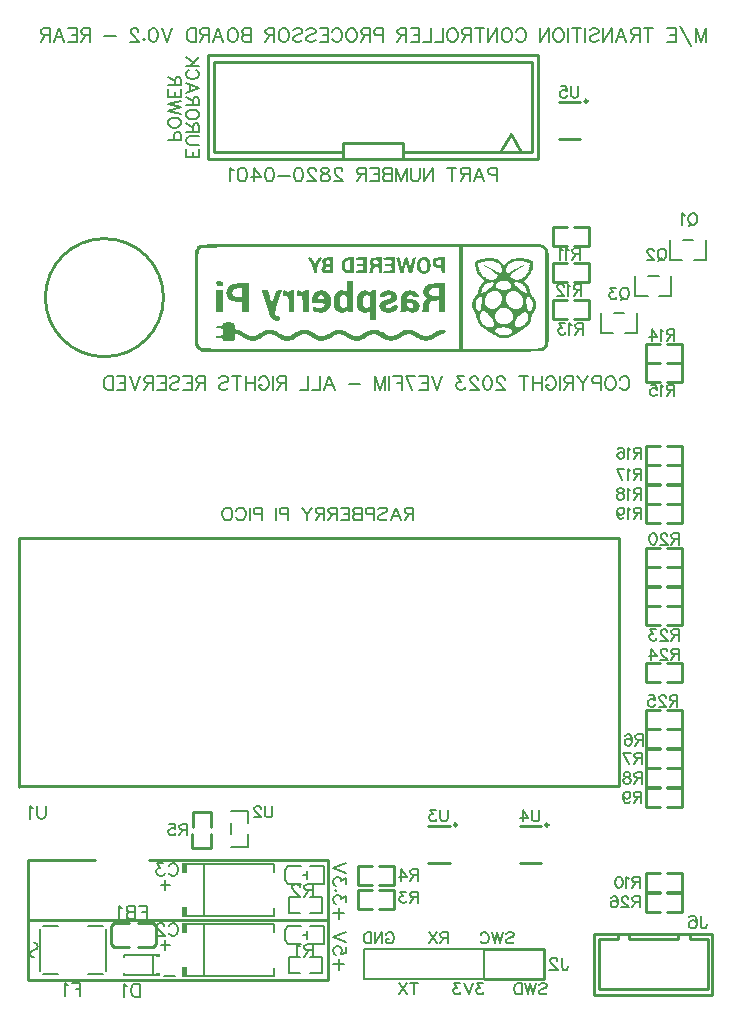
<source format=gbo>
G04 Layer: BottomSilkscreenLayer*
G04 EasyEDA v6.5.29, 2023-07-18 10:21:49*
G04 75acb9ef74904ca4b51824f4bde05f2a,5a6b42c53f6a479593ecc07194224c93,10*
G04 Gerber Generator version 0.2*
G04 Scale: 100 percent, Rotated: No, Reflected: No *
G04 Dimensions in millimeters *
G04 leading zeros omitted , absolute positions ,4 integer and 5 decimal *
%FSLAX45Y45*%
%MOMM*%

%ADD10C,0.2030*%
%ADD11C,0.1524*%
%ADD12C,0.2032*%
%ADD13C,0.2540*%
%ADD14C,0.1500*%
%ADD15C,0.1520*%
%ADD16C,0.2030*%
%ADD17C,0.0144*%

%LPD*%
G36*
X2420467Y7745933D02*
G01*
X2108606Y7745526D01*
X1986788Y7744968D01*
X1888083Y7744104D01*
X1810105Y7742783D01*
X1772869Y7741818D01*
X1725066Y7739888D01*
X1701800Y7738414D01*
X1683004Y7736738D01*
X1665630Y7734401D01*
X1655825Y7732369D01*
X1650593Y7730947D01*
X1645666Y7729118D01*
X1641398Y7726883D01*
X1639316Y7725409D01*
X1637080Y7723174D01*
X1636064Y7721853D01*
X1634083Y7717891D01*
X1631848Y7711033D01*
X1629714Y7705547D01*
X1613865Y7678267D01*
X1613865Y7223252D01*
X1642821Y7223252D01*
X1643024Y7482687D01*
X1643583Y7560157D01*
X1644142Y7590790D01*
X1644853Y7616647D01*
X1645767Y7638186D01*
X1646936Y7655763D01*
X1648409Y7669885D01*
X1650187Y7681010D01*
X1651203Y7685633D01*
X1653539Y7693050D01*
X1654810Y7696047D01*
X1656232Y7698638D01*
X1657705Y7700822D01*
X1661058Y7704429D01*
X1664868Y7707223D01*
X1671472Y7710931D01*
X1676298Y7711592D01*
X1685289Y7712151D01*
X1716989Y7713065D01*
X1767078Y7713929D01*
X1835708Y7714640D01*
X2051151Y7715910D01*
X2408732Y7716723D01*
X3855212Y7716875D01*
X3855212Y6854545D01*
X3884168Y6854545D01*
X3884168Y7716875D01*
X4318304Y7717078D01*
X4438497Y7717739D01*
X4480560Y7718196D01*
X4507382Y7718755D01*
X4516018Y7719161D01*
X4520336Y7720025D01*
X4524756Y7720075D01*
X4529632Y7719568D01*
X4534763Y7718501D01*
X4540148Y7716926D01*
X4545584Y7714894D01*
X4550968Y7712456D01*
X4556150Y7709662D01*
X4561128Y7706512D01*
X4565650Y7703159D01*
X4569663Y7699552D01*
X4574590Y7693710D01*
X4577334Y7688986D01*
X4579213Y7683296D01*
X4580483Y7676794D01*
X4581499Y7667955D01*
X4582414Y7656220D01*
X4583125Y7640980D01*
X4584141Y7597698D01*
X4584649Y7533538D01*
X4584903Y7430719D01*
X4584801Y7110577D01*
X4584446Y7032904D01*
X4583785Y6975805D01*
X4583328Y6953910D01*
X4582058Y6921347D01*
X4581245Y6909866D01*
X4580331Y6901027D01*
X4579264Y6894372D01*
X4578045Y6889546D01*
X4576673Y6886092D01*
X4571542Y6878675D01*
X4568444Y6875068D01*
X4564989Y6871817D01*
X4562348Y6869836D01*
X4559350Y6868007D01*
X4555896Y6866381D01*
X4551883Y6864858D01*
X4547311Y6863486D01*
X4542028Y6862216D01*
X4529124Y6860082D01*
X4512513Y6858355D01*
X4491583Y6857085D01*
X4465624Y6856120D01*
X4434128Y6855409D01*
X4396384Y6854952D01*
X4351731Y6854698D01*
X2331466Y6854545D01*
X2049627Y6855002D01*
X1927961Y6855612D01*
X1835099Y6856730D01*
X1798167Y6857441D01*
X1766976Y6858355D01*
X1740966Y6859422D01*
X1719580Y6860641D01*
X1700530Y6862267D01*
X1690420Y6863486D01*
X1679702Y6865315D01*
X1674418Y6866585D01*
X1670100Y6867956D01*
X1666544Y6869379D01*
X1663700Y6870953D01*
X1661871Y6872274D01*
X1659331Y6874713D01*
X1658162Y6876237D01*
X1652270Y6886041D01*
X1650746Y6889140D01*
X1649374Y6893204D01*
X1648155Y6898741D01*
X1647088Y6906158D01*
X1646174Y6915912D01*
X1645412Y6928408D01*
X1644243Y6963511D01*
X1643481Y7014921D01*
X1643075Y7086244D01*
X1642821Y7223252D01*
X1613865Y7223252D01*
X1614068Y7092137D01*
X1614424Y7016546D01*
X1615186Y6962394D01*
X1615694Y6942074D01*
X1616354Y6925564D01*
X1617167Y6912457D01*
X1618132Y6902196D01*
X1619250Y6894220D01*
X1620520Y6888124D01*
X1621993Y6883349D01*
X1624584Y6877608D01*
X1627124Y6873290D01*
X1630273Y6868769D01*
X1633880Y6864146D01*
X1641906Y6855155D01*
X1646174Y6851091D01*
X1650339Y6847484D01*
X1654403Y6844436D01*
X1673504Y6831431D01*
X3908501Y6831634D01*
X4174388Y6832041D01*
X4375302Y6832955D01*
X4440682Y6833666D01*
X4491482Y6834631D01*
X4527905Y6835851D01*
X4547463Y6837121D01*
X4560265Y6838746D01*
X4565192Y6839915D01*
X4568342Y6841032D01*
X4571034Y6842353D01*
X4576013Y6845655D01*
X4580229Y6848906D01*
X4584496Y6852615D01*
X4588713Y6856628D01*
X4592726Y6860844D01*
X4596434Y6865112D01*
X4599686Y6869277D01*
X4603851Y6875881D01*
X4605680Y6879590D01*
X4607255Y6884111D01*
X4608576Y6890003D01*
X4609744Y6897827D01*
X4610709Y6908139D01*
X4611522Y6921500D01*
X4612182Y6938467D01*
X4613097Y6985406D01*
X4613605Y7053529D01*
X4613859Y7160869D01*
X4613656Y7513523D01*
X4613198Y7584541D01*
X4612335Y7633919D01*
X4611725Y7651851D01*
X4610912Y7666075D01*
X4609998Y7677099D01*
X4608880Y7685481D01*
X4607610Y7691831D01*
X4605680Y7697673D01*
X4602378Y7703921D01*
X4599686Y7707934D01*
X4596434Y7712151D01*
X4592726Y7716418D01*
X4588713Y7720634D01*
X4584496Y7724648D01*
X4576013Y7731607D01*
X4570222Y7735316D01*
X4567631Y7736535D01*
X4564583Y7737500D01*
X4559300Y7738668D01*
X4550664Y7739786D01*
X4538218Y7740802D01*
X4509211Y7742123D01*
X4465320Y7743190D01*
X4385259Y7744206D01*
X4301236Y7744764D01*
X4186580Y7745171D01*
X3942232Y7745577D01*
G37*
G36*
X3560673Y7633512D02*
G01*
X3554374Y7633462D01*
X3547973Y7632750D01*
X3541725Y7631430D01*
X3535578Y7629448D01*
X3529634Y7626858D01*
X3523945Y7623708D01*
X3518662Y7619949D01*
X3513836Y7615681D01*
X3509518Y7611059D01*
X3506114Y7606690D01*
X3503523Y7602067D01*
X3501644Y7596987D01*
X3500374Y7590942D01*
X3499561Y7583627D01*
X3499154Y7574737D01*
X3499067Y7562392D01*
X3525824Y7562392D01*
X3525824Y7568082D01*
X3526180Y7573721D01*
X3526891Y7579207D01*
X3528009Y7584440D01*
X3529482Y7589418D01*
X3531311Y7593990D01*
X3533546Y7598105D01*
X3536187Y7601712D01*
X3539185Y7604709D01*
X3542588Y7606995D01*
X3550462Y7611008D01*
X3555746Y7612075D01*
X3561334Y7609738D01*
X3570122Y7603693D01*
X3573729Y7600899D01*
X3576624Y7597952D01*
X3578860Y7594549D01*
X3580536Y7590536D01*
X3581704Y7585709D01*
X3582517Y7579817D01*
X3582924Y7572705D01*
X3583025Y7564069D01*
X3582720Y7554975D01*
X3581857Y7546797D01*
X3580434Y7539481D01*
X3578453Y7533081D01*
X3575913Y7527696D01*
X3572916Y7523276D01*
X3569462Y7519873D01*
X3565550Y7517536D01*
X3561181Y7516215D01*
X3556406Y7516012D01*
X3551224Y7516875D01*
X3545687Y7518958D01*
X3542131Y7520990D01*
X3538931Y7523784D01*
X3536035Y7527239D01*
X3533546Y7531201D01*
X3531362Y7535672D01*
X3529533Y7540498D01*
X3528060Y7545679D01*
X3526993Y7551115D01*
X3526231Y7556703D01*
X3525824Y7562392D01*
X3499067Y7562392D01*
X3499154Y7553198D01*
X3499561Y7544358D01*
X3500374Y7537043D01*
X3501593Y7530947D01*
X3503422Y7525664D01*
X3505860Y7520990D01*
X3509010Y7516520D01*
X3512972Y7511999D01*
X3517747Y7507427D01*
X3522878Y7503464D01*
X3528263Y7500112D01*
X3533901Y7497419D01*
X3539794Y7495336D01*
X3545789Y7493914D01*
X3551885Y7493152D01*
X3558032Y7493050D01*
X3564178Y7493609D01*
X3570274Y7494828D01*
X3576269Y7496759D01*
X3582162Y7499400D01*
X3587750Y7502499D01*
X3592626Y7505750D01*
X3596843Y7509154D01*
X3600450Y7512862D01*
X3603498Y7516926D01*
X3605987Y7521498D01*
X3608019Y7526578D01*
X3609543Y7532319D01*
X3610660Y7538821D01*
X3611422Y7546136D01*
X3611829Y7554315D01*
X3611981Y7563510D01*
X3611829Y7572502D01*
X3611422Y7580528D01*
X3610711Y7587742D01*
X3609644Y7594142D01*
X3608171Y7599883D01*
X3606342Y7604963D01*
X3604006Y7609535D01*
X3601161Y7613650D01*
X3597859Y7617358D01*
X3593947Y7620812D01*
X3589426Y7624013D01*
X3584346Y7627112D01*
X3578809Y7629753D01*
X3573018Y7631684D01*
X3566922Y7632953D01*
G37*
G36*
X3488537Y7630668D02*
G01*
X3473602Y7628940D01*
X3468979Y7628178D01*
X3465271Y7626807D01*
X3462274Y7624419D01*
X3459734Y7620660D01*
X3457448Y7615123D01*
X3455263Y7607401D01*
X3452977Y7597089D01*
X3442004Y7540396D01*
X3426815Y7598308D01*
X3423767Y7608620D01*
X3421024Y7616494D01*
X3418433Y7622184D01*
X3415792Y7626096D01*
X3412896Y7628534D01*
X3409696Y7629753D01*
X3405886Y7630058D01*
X3402076Y7629753D01*
X3398875Y7628636D01*
X3396132Y7626400D01*
X3393592Y7622794D01*
X3391204Y7617510D01*
X3388715Y7610297D01*
X3379317Y7574635D01*
X3377641Y7569047D01*
X3374542Y7560868D01*
X3373120Y7558278D01*
X3371748Y7556652D01*
X3370427Y7556042D01*
X3369157Y7556398D01*
X3367938Y7557770D01*
X3366719Y7560106D01*
X3365500Y7563459D01*
X3363061Y7573111D01*
X3358134Y7599832D01*
X3356000Y7610043D01*
X3353866Y7617663D01*
X3351479Y7623098D01*
X3348736Y7626705D01*
X3345332Y7628839D01*
X3341115Y7629804D01*
X3335883Y7630058D01*
X3329838Y7629601D01*
X3325723Y7628178D01*
X3323691Y7625892D01*
X3323793Y7622844D01*
X3326993Y7611059D01*
X3332734Y7587183D01*
X3345383Y7532116D01*
X3349701Y7515606D01*
X3351580Y7509764D01*
X3353460Y7505293D01*
X3355340Y7501991D01*
X3357372Y7499705D01*
X3359607Y7498232D01*
X3362147Y7497419D01*
X3365093Y7497064D01*
X3368497Y7496962D01*
X3373272Y7497165D01*
X3377184Y7498080D01*
X3380384Y7500112D01*
X3383127Y7503668D01*
X3385718Y7509154D01*
X3388410Y7517028D01*
X3391357Y7527645D01*
X3405987Y7586014D01*
X3420465Y7527544D01*
X3423412Y7516875D01*
X3426053Y7509052D01*
X3428644Y7503566D01*
X3431438Y7500010D01*
X3434689Y7498029D01*
X3438651Y7497165D01*
X3443579Y7496962D01*
X3447084Y7497064D01*
X3450132Y7497419D01*
X3452723Y7498232D01*
X3455009Y7499807D01*
X3457092Y7502296D01*
X3459073Y7505953D01*
X3461054Y7510983D01*
X3465271Y7525867D01*
X3470554Y7548829D01*
G37*
G36*
X3694328Y7630058D02*
G01*
X3685336Y7629956D01*
X3669690Y7629042D01*
X3662984Y7628178D01*
X3656990Y7627010D01*
X3651707Y7625537D01*
X3647033Y7623708D01*
X3643020Y7621574D01*
X3639565Y7619085D01*
X3636670Y7616190D01*
X3634282Y7612888D01*
X3632454Y7609179D01*
X3631031Y7605014D01*
X3630066Y7600340D01*
X3629507Y7595260D01*
X3629355Y7589672D01*
X3629651Y7584592D01*
X3658920Y7584592D01*
X3659225Y7590231D01*
X3661105Y7597241D01*
X3665016Y7601712D01*
X3671925Y7604353D01*
X3682898Y7605826D01*
X3690010Y7606385D01*
X3695344Y7606487D01*
X3699205Y7605979D01*
X3701796Y7604709D01*
X3703421Y7602372D01*
X3704234Y7598765D01*
X3704590Y7593736D01*
X3704640Y7587030D01*
X3704183Y7575956D01*
X3702100Y7569758D01*
X3697274Y7567066D01*
X3688689Y7566507D01*
X3680917Y7566914D01*
X3674364Y7567980D01*
X3668928Y7569809D01*
X3664712Y7572400D01*
X3661664Y7575702D01*
X3659733Y7579766D01*
X3658920Y7584592D01*
X3629651Y7584592D01*
X3629761Y7582712D01*
X3630980Y7576312D01*
X3633012Y7570317D01*
X3635806Y7564932D01*
X3639362Y7560056D01*
X3643579Y7555738D01*
X3648456Y7552029D01*
X3654044Y7548930D01*
X3660241Y7546492D01*
X3666998Y7544714D01*
X3674364Y7543647D01*
X3682237Y7543241D01*
X3689604Y7543241D01*
X3695141Y7542885D01*
X3699103Y7542022D01*
X3701796Y7540345D01*
X3703421Y7537551D01*
X3704285Y7533436D01*
X3704590Y7527696D01*
X3704640Y7520127D01*
X3705098Y7507731D01*
X3706977Y7500721D01*
X3711346Y7497673D01*
X3719118Y7496962D01*
X3733596Y7496962D01*
X3733596Y7630058D01*
G37*
G36*
X3261156Y7630058D02*
G01*
X3234842Y7629753D01*
X3226206Y7629245D01*
X3220110Y7628381D01*
X3216148Y7627112D01*
X3213963Y7625334D01*
X3213201Y7622997D01*
X3213455Y7619949D01*
X3214319Y7617206D01*
X3215894Y7614920D01*
X3218332Y7613040D01*
X3221736Y7611516D01*
X3226358Y7610348D01*
X3232251Y7609382D01*
X3248609Y7608062D01*
X3258921Y7607503D01*
X3266846Y7606792D01*
X3272739Y7605826D01*
X3276854Y7604455D01*
X3279495Y7602575D01*
X3281019Y7599984D01*
X3281679Y7596581D01*
X3281730Y7587792D01*
X3281121Y7584389D01*
X3279800Y7581900D01*
X3277463Y7580172D01*
X3273856Y7579004D01*
X3268776Y7578344D01*
X3261867Y7578039D01*
X3244443Y7577886D01*
X3237788Y7577581D01*
X3232708Y7576972D01*
X3229000Y7575956D01*
X3226460Y7574483D01*
X3224936Y7572451D01*
X3224174Y7569809D01*
X3223920Y7566406D01*
X3224174Y7563053D01*
X3224936Y7560360D01*
X3226460Y7558328D01*
X3229000Y7556855D01*
X3232708Y7555839D01*
X3237788Y7555230D01*
X3269335Y7554518D01*
X3274466Y7553807D01*
X3277971Y7552537D01*
X3280105Y7550454D01*
X3281273Y7547457D01*
X3281781Y7543292D01*
X3281781Y7532217D01*
X3281222Y7528001D01*
X3279901Y7524902D01*
X3277463Y7522718D01*
X3273450Y7521244D01*
X3267557Y7520279D01*
X3259378Y7519568D01*
X3239617Y7518400D01*
X3232251Y7517638D01*
X3226358Y7516723D01*
X3221736Y7515504D01*
X3218332Y7513980D01*
X3215894Y7512151D01*
X3214319Y7509865D01*
X3213455Y7507071D01*
X3213201Y7504074D01*
X3213963Y7501737D01*
X3216148Y7499908D01*
X3220110Y7498638D01*
X3226206Y7497775D01*
X3234842Y7497267D01*
X3261156Y7496962D01*
X3310788Y7496962D01*
X3310788Y7630058D01*
G37*
G36*
X3162757Y7630058D02*
G01*
X3154883Y7629956D01*
X3139694Y7629093D01*
X3126486Y7627518D01*
X3121152Y7626553D01*
X3116935Y7625486D01*
X3113989Y7624318D01*
X3110382Y7621828D01*
X3107182Y7618577D01*
X3104438Y7614615D01*
X3102152Y7610195D01*
X3100425Y7605369D01*
X3099206Y7600289D01*
X3098546Y7595158D01*
X3098519Y7592517D01*
X3127756Y7592517D01*
X3128873Y7597495D01*
X3131718Y7601559D01*
X3136595Y7604506D01*
X3143453Y7606334D01*
X3152140Y7606944D01*
X3162808Y7606436D01*
X3168751Y7604201D01*
X3171291Y7598968D01*
X3171799Y7589570D01*
X3171291Y7580426D01*
X3168954Y7575143D01*
X3163925Y7572756D01*
X3155137Y7572197D01*
X3148279Y7572756D01*
X3142183Y7574229D01*
X3137001Y7576616D01*
X3132836Y7579766D01*
X3129838Y7583525D01*
X3128111Y7587843D01*
X3127756Y7592517D01*
X3098519Y7592517D01*
X3098495Y7590078D01*
X3099054Y7585151D01*
X3100222Y7580579D01*
X3102051Y7576413D01*
X3108553Y7567777D01*
X3110280Y7563561D01*
X3109772Y7559802D01*
X3107131Y7556195D01*
X3104286Y7551572D01*
X3101340Y7543800D01*
X3098647Y7534046D01*
X3096564Y7523276D01*
X3095294Y7514691D01*
X3094583Y7508189D01*
X3094482Y7503515D01*
X3095244Y7500366D01*
X3096920Y7498435D01*
X3099663Y7497419D01*
X3103676Y7497013D01*
X3109010Y7496962D01*
X3117799Y7497521D01*
X3122777Y7500112D01*
X3124962Y7505852D01*
X3125927Y7524191D01*
X3127197Y7531100D01*
X3129381Y7536789D01*
X3132531Y7541310D01*
X3136696Y7544765D01*
X3141878Y7547203D01*
X3148177Y7548575D01*
X3155594Y7549032D01*
X3160725Y7548930D01*
X3164636Y7548473D01*
X3167481Y7547305D01*
X3169462Y7545273D01*
X3170732Y7542072D01*
X3171444Y7537500D01*
X3171748Y7531201D01*
X3171901Y7515047D01*
X3172206Y7508849D01*
X3172866Y7504277D01*
X3174085Y7501026D01*
X3175863Y7498892D01*
X3178403Y7497673D01*
X3181858Y7497114D01*
X3200755Y7496962D01*
X3200755Y7630058D01*
G37*
G36*
X3027019Y7630058D02*
G01*
X3001873Y7629753D01*
X2993694Y7629194D01*
X2987954Y7628280D01*
X2984144Y7626807D01*
X2981960Y7624775D01*
X2980944Y7622031D01*
X2980690Y7618526D01*
X2980893Y7615072D01*
X2981756Y7612380D01*
X2983382Y7610348D01*
X2986125Y7608925D01*
X2990189Y7607909D01*
X2995777Y7607300D01*
X3003143Y7606995D01*
X3022549Y7606893D01*
X3030220Y7606588D01*
X3035858Y7605979D01*
X3039770Y7604810D01*
X3042259Y7603032D01*
X3043682Y7600492D01*
X3044291Y7596987D01*
X3044291Y7587945D01*
X3043682Y7584490D01*
X3042361Y7581950D01*
X3040075Y7580172D01*
X3036468Y7579004D01*
X3031388Y7578344D01*
X3024428Y7578039D01*
X3007004Y7577886D01*
X3000349Y7577581D01*
X2995269Y7576972D01*
X2991561Y7575956D01*
X2989021Y7574483D01*
X2987497Y7572451D01*
X2986684Y7569809D01*
X2986481Y7566406D01*
X2986684Y7563053D01*
X2987497Y7560360D01*
X2989021Y7558328D01*
X2991561Y7556855D01*
X2995269Y7555839D01*
X3000349Y7555230D01*
X3031896Y7554518D01*
X3037027Y7553807D01*
X3040532Y7552537D01*
X3042716Y7550454D01*
X3043834Y7547356D01*
X3044342Y7543088D01*
X3044342Y7531811D01*
X3043834Y7527493D01*
X3042615Y7524445D01*
X3040278Y7522362D01*
X3036468Y7521092D01*
X3030829Y7520431D01*
X2995777Y7519720D01*
X2990189Y7519162D01*
X2986125Y7518146D01*
X2983382Y7516672D01*
X2981756Y7514640D01*
X2980893Y7511948D01*
X2980690Y7508544D01*
X2980944Y7504988D01*
X2981960Y7502245D01*
X2984144Y7500213D01*
X2987954Y7498791D01*
X2993694Y7497825D01*
X3001873Y7497267D01*
X3027019Y7496962D01*
X3073349Y7496962D01*
X3073349Y7630058D01*
G37*
G36*
X2928112Y7630058D02*
G01*
X2917545Y7629956D01*
X2908960Y7629550D01*
X2901899Y7628686D01*
X2896006Y7627264D01*
X2890875Y7625080D01*
X2886100Y7622133D01*
X2881274Y7618171D01*
X2875991Y7613142D01*
X2871063Y7607960D01*
X2867152Y7603185D01*
X2864154Y7598511D01*
X2862021Y7593482D01*
X2860548Y7587843D01*
X2859633Y7581188D01*
X2859176Y7573213D01*
X2859074Y7563510D01*
X2888030Y7563510D01*
X2888488Y7572552D01*
X2889808Y7581646D01*
X2891688Y7589723D01*
X2894025Y7595717D01*
X2897733Y7600543D01*
X2902915Y7604048D01*
X2909468Y7606182D01*
X2917190Y7606944D01*
X2934360Y7606944D01*
X2934360Y7520127D01*
X2917190Y7520127D01*
X2912313Y7520381D01*
X2907944Y7521244D01*
X2904032Y7522616D01*
X2900578Y7524648D01*
X2897581Y7527239D01*
X2894990Y7530439D01*
X2892806Y7534300D01*
X2891078Y7538821D01*
X2889707Y7543952D01*
X2888792Y7549794D01*
X2888234Y7556296D01*
X2888030Y7563510D01*
X2859074Y7563510D01*
X2859176Y7553807D01*
X2859633Y7545831D01*
X2860548Y7539177D01*
X2862021Y7533538D01*
X2864154Y7528559D01*
X2867152Y7523835D01*
X2871063Y7519060D01*
X2875991Y7513878D01*
X2881274Y7508849D01*
X2886100Y7504938D01*
X2890875Y7501940D01*
X2896006Y7499807D01*
X2901899Y7498384D01*
X2908960Y7497521D01*
X2917545Y7497064D01*
X2963316Y7496962D01*
X2963316Y7630058D01*
G37*
G36*
X2755290Y7630058D02*
G01*
X2741218Y7629804D01*
X2728264Y7628991D01*
X2717850Y7627823D01*
X2711399Y7626400D01*
X2706522Y7623606D01*
X2702356Y7619441D01*
X2699004Y7614208D01*
X2696514Y7608112D01*
X2694990Y7601407D01*
X2694482Y7594447D01*
X2694668Y7592466D01*
X2725877Y7592466D01*
X2726537Y7599883D01*
X2729026Y7604252D01*
X2734310Y7606385D01*
X2743250Y7606944D01*
X2752140Y7606385D01*
X2757424Y7604252D01*
X2759964Y7599883D01*
X2760624Y7592466D01*
X2759964Y7585049D01*
X2757424Y7580630D01*
X2752140Y7578547D01*
X2743250Y7577988D01*
X2734310Y7578547D01*
X2729026Y7580630D01*
X2726537Y7585049D01*
X2725877Y7592466D01*
X2694668Y7592466D01*
X2695143Y7587386D01*
X2699207Y7573009D01*
X2699410Y7566202D01*
X2697683Y7559548D01*
X2690876Y7547152D01*
X2689047Y7541818D01*
X2688336Y7536383D01*
X2688742Y7530846D01*
X2689689Y7527340D01*
X2720695Y7527340D01*
X2721152Y7536027D01*
X2722829Y7544206D01*
X2726131Y7549286D01*
X2732176Y7552232D01*
X2741777Y7553756D01*
X2752140Y7554315D01*
X2757779Y7552639D01*
X2760116Y7547559D01*
X2760624Y7537856D01*
X2760065Y7528153D01*
X2757474Y7522819D01*
X2751277Y7520584D01*
X2739948Y7520127D01*
X2728722Y7520533D01*
X2722727Y7522565D01*
X2720695Y7527340D01*
X2689689Y7527340D01*
X2690266Y7525207D01*
X2692908Y7519365D01*
X2696667Y7513370D01*
X2701594Y7507071D01*
X2704338Y7504430D01*
X2707640Y7502194D01*
X2711754Y7500467D01*
X2716784Y7499096D01*
X2722981Y7498130D01*
X2730398Y7497470D01*
X2739339Y7497064D01*
X2789580Y7496962D01*
X2789580Y7630058D01*
G37*
G36*
X2589834Y7630058D02*
G01*
X2584196Y7629804D01*
X2579573Y7628991D01*
X2576423Y7627874D01*
X2575306Y7626451D01*
X2577084Y7621727D01*
X2582062Y7611567D01*
X2589428Y7597444D01*
X2598470Y7580884D01*
X2605379Y7567726D01*
X2611120Y7555484D01*
X2615692Y7544308D01*
X2618943Y7534300D01*
X2620111Y7529728D01*
X2621432Y7521549D01*
X2622092Y7506868D01*
X2624074Y7500518D01*
X2628442Y7497622D01*
X2636113Y7496962D01*
X2640533Y7497114D01*
X2643987Y7497673D01*
X2646527Y7498943D01*
X2648356Y7501077D01*
X2649524Y7504379D01*
X2650185Y7509052D01*
X2650490Y7515352D01*
X2650693Y7528356D01*
X2651048Y7533131D01*
X2652522Y7542580D01*
X2653639Y7547356D01*
X2656840Y7557262D01*
X2661361Y7567980D01*
X2667304Y7579817D01*
X2682138Y7607147D01*
X2687624Y7617968D01*
X2690723Y7624775D01*
X2691130Y7626299D01*
X2689961Y7627772D01*
X2686862Y7628991D01*
X2682189Y7629804D01*
X2676550Y7630058D01*
X2672486Y7629804D01*
X2668879Y7628890D01*
X2665526Y7627264D01*
X2662377Y7624775D01*
X2659329Y7621320D01*
X2656179Y7616799D01*
X2652928Y7611059D01*
X2644140Y7593939D01*
X2639364Y7585659D01*
X2635554Y7580071D01*
X2633218Y7577988D01*
X2630830Y7580071D01*
X2627020Y7585659D01*
X2622245Y7593939D01*
X2613456Y7611059D01*
X2610205Y7616799D01*
X2607056Y7621320D01*
X2604008Y7624775D01*
X2600858Y7627264D01*
X2597556Y7628890D01*
X2593898Y7629804D01*
G37*
G36*
X4355795Y7627366D02*
G01*
X4353306Y7627162D01*
X4316628Y7620457D01*
X4310888Y7619085D01*
X4305300Y7617459D01*
X4299915Y7615631D01*
X4294682Y7613548D01*
X4284776Y7608773D01*
X4275582Y7603032D01*
X4271264Y7599832D01*
X4267149Y7596428D01*
X4259478Y7588961D01*
X4252620Y7580630D01*
X4235500Y7554823D01*
X4219803Y7580884D01*
X4217111Y7584643D01*
X4211116Y7591602D01*
X4207865Y7594853D01*
X4200702Y7600899D01*
X4192828Y7606233D01*
X4188612Y7608671D01*
X4179620Y7612989D01*
X4174896Y7614920D01*
X4164888Y7618222D01*
X4154271Y7620863D01*
X4143044Y7622743D01*
X4131157Y7624013D01*
X4118762Y7624521D01*
X4105757Y7624318D01*
X4092295Y7623403D01*
X4078274Y7621727D01*
X4063847Y7619339D01*
X4045762Y7615529D01*
X4035501Y7613142D01*
X4017162Y7608214D01*
X4009593Y7605928D01*
X4003395Y7603794D01*
X3998874Y7601915D01*
X3996232Y7600391D01*
X3994404Y7598257D01*
X3992879Y7595158D01*
X3991762Y7591298D01*
X3990949Y7586675D01*
X3990441Y7581442D01*
X3990289Y7575651D01*
X3990415Y7570470D01*
X4014673Y7570470D01*
X4015079Y7576870D01*
X4017111Y7580985D01*
X4021175Y7583119D01*
X4033215Y7584236D01*
X4036669Y7585506D01*
X4037990Y7587589D01*
X4036212Y7593330D01*
X4038142Y7594752D01*
X4043121Y7594803D01*
X4058818Y7592415D01*
X4064558Y7592466D01*
X4068216Y7593634D01*
X4069537Y7595870D01*
X4070400Y7598003D01*
X4072839Y7599121D01*
X4076547Y7599222D01*
X4085793Y7597241D01*
X4089450Y7597394D01*
X4091838Y7598664D01*
X4092701Y7600950D01*
X4093311Y7603490D01*
X4095292Y7604455D01*
X4098747Y7603744D01*
X4109059Y7599019D01*
X4112869Y7598409D01*
X4115562Y7599476D01*
X4118559Y7605268D01*
X4120032Y7606131D01*
X4121810Y7605014D01*
X4124045Y7601915D01*
X4126534Y7599324D01*
X4129836Y7597698D01*
X4133646Y7597241D01*
X4141470Y7598765D01*
X4145991Y7598409D01*
X4150461Y7597038D01*
X4154220Y7594752D01*
X4157319Y7592517D01*
X4159859Y7591399D01*
X4161536Y7591399D01*
X4162196Y7592669D01*
X4163110Y7593584D01*
X4165600Y7592771D01*
X4169257Y7590383D01*
X4178249Y7582966D01*
X4181957Y7580579D01*
X4184446Y7579766D01*
X4185361Y7580680D01*
X4186224Y7582916D01*
X4188510Y7582560D01*
X4191965Y7580071D01*
X4196130Y7575803D01*
X4200652Y7570216D01*
X4205173Y7563764D01*
X4209288Y7556804D01*
X4212691Y7549743D01*
X4214876Y7544257D01*
X4216450Y7539380D01*
X4217416Y7534960D01*
X4217873Y7530795D01*
X4217831Y7529677D01*
X4250994Y7529677D01*
X4251858Y7537094D01*
X4253992Y7543952D01*
X4257243Y7551318D01*
X4261154Y7558684D01*
X4265472Y7565593D01*
X4269790Y7571435D01*
X4273804Y7575803D01*
X4277156Y7578191D01*
X4281627Y7577734D01*
X4285234Y7579207D01*
X4289806Y7582052D01*
X4299508Y7590028D01*
X4303369Y7592568D01*
X4306011Y7593533D01*
X4306976Y7592669D01*
X4307636Y7591450D01*
X4309465Y7591552D01*
X4312107Y7592771D01*
X4315409Y7595158D01*
X4319168Y7597546D01*
X4323232Y7598918D01*
X4327042Y7599222D01*
X4333240Y7597292D01*
X4337050Y7597546D01*
X4341114Y7598968D01*
X4344873Y7601356D01*
X4348784Y7604252D01*
X4351426Y7605268D01*
X4352848Y7604404D01*
X4353915Y7598867D01*
X4355896Y7597851D01*
X4359503Y7598613D01*
X4370222Y7603642D01*
X4373778Y7604455D01*
X4375810Y7603540D01*
X4376470Y7600950D01*
X4377334Y7598664D01*
X4379722Y7597394D01*
X4383379Y7597241D01*
X4392625Y7599222D01*
X4396282Y7599121D01*
X4398721Y7598003D01*
X4399635Y7595870D01*
X4400905Y7593634D01*
X4404563Y7592466D01*
X4410354Y7592415D01*
X4426051Y7594803D01*
X4430979Y7594752D01*
X4432909Y7593330D01*
X4431233Y7587589D01*
X4432757Y7585456D01*
X4436668Y7584186D01*
X4450638Y7583424D01*
X4454347Y7581798D01*
X4454550Y7578293D01*
X4449216Y7566761D01*
X4448454Y7563205D01*
X4449572Y7561224D01*
X4452467Y7560614D01*
X4454499Y7559802D01*
X4454550Y7557465D01*
X4452670Y7553807D01*
X4444593Y7543850D01*
X4442714Y7540244D01*
X4443171Y7538161D01*
X4448759Y7536789D01*
X4449267Y7534706D01*
X4447336Y7531100D01*
X4438446Y7520330D01*
X4436567Y7516774D01*
X4437329Y7514793D01*
X4444034Y7513675D01*
X4444796Y7512303D01*
X4443069Y7509865D01*
X4434789Y7502956D01*
X4431588Y7499553D01*
X4429404Y7496556D01*
X4427474Y7490764D01*
X4424476Y7486142D01*
X4420057Y7480909D01*
X4414774Y7475524D01*
X4409084Y7470546D01*
X4403547Y7466330D01*
X4398670Y7463434D01*
X4394962Y7462367D01*
X4392269Y7461859D01*
X4390644Y7460589D01*
X4390136Y7458709D01*
X4390948Y7456474D01*
X4391253Y7454188D01*
X4389221Y7452309D01*
X4385310Y7451090D01*
X4373930Y7450226D01*
X4369257Y7448956D01*
X4366056Y7447127D01*
X4364888Y7444892D01*
X4364177Y7442149D01*
X4362094Y7440218D01*
X4358894Y7439050D01*
X4354677Y7438542D01*
X4349699Y7438644D01*
X4344009Y7439355D01*
X4337913Y7440574D01*
X4331462Y7442301D01*
X4324908Y7444435D01*
X4318406Y7446975D01*
X4312158Y7449820D01*
X4306265Y7452918D01*
X4300931Y7456271D01*
X4296359Y7459776D01*
X4292701Y7463434D01*
X4290110Y7467092D01*
X4288485Y7470648D01*
X4287723Y7473899D01*
X4287977Y7477099D01*
X4289298Y7480452D01*
X4291939Y7484160D01*
X4295902Y7488478D01*
X4301337Y7493660D01*
X4312107Y7502906D01*
X4320844Y7509713D01*
X4331004Y7517028D01*
X4341977Y7524496D01*
X4353255Y7531760D01*
X4364126Y7538364D01*
X4389424Y7552994D01*
X4399229Y7559090D01*
X4404715Y7562900D01*
X4405426Y7563713D01*
X4404969Y7564221D01*
X4403598Y7564272D01*
X4398467Y7562951D01*
X4390593Y7560005D01*
X4380484Y7555738D01*
X4356049Y7544308D01*
X4329480Y7530846D01*
X4305300Y7517485D01*
X4295495Y7511542D01*
X4287926Y7506411D01*
X4271213Y7494066D01*
X4259783Y7508189D01*
X4254906Y7515352D01*
X4251960Y7522464D01*
X4250994Y7529677D01*
X4217831Y7529677D01*
X4217720Y7526731D01*
X4217009Y7522616D01*
X4215790Y7518298D01*
X4214012Y7513574D01*
X4210862Y7507122D01*
X4207459Y7501839D01*
X4204208Y7498283D01*
X4201464Y7496962D01*
X4199636Y7497368D01*
X4196638Y7498537D01*
X4187850Y7502855D01*
X4176217Y7509256D01*
X4152646Y7523124D01*
X4140708Y7529728D01*
X4114546Y7543139D01*
X4101642Y7549438D01*
X4079240Y7559548D01*
X4071061Y7562799D01*
X4065676Y7564475D01*
X4064203Y7564577D01*
X4063695Y7564221D01*
X4064508Y7563358D01*
X4070248Y7559243D01*
X4080510Y7552690D01*
X4107027Y7536789D01*
X4118254Y7529830D01*
X4129633Y7522362D01*
X4140606Y7514844D01*
X4150563Y7507630D01*
X4158996Y7501178D01*
X4169613Y7492085D01*
X4174998Y7487107D01*
X4178604Y7483094D01*
X4180687Y7479690D01*
X4181348Y7476540D01*
X4180738Y7473289D01*
X4178960Y7469631D01*
X4176166Y7465212D01*
X4173169Y7461453D01*
X4169308Y7457846D01*
X4164634Y7454442D01*
X4159351Y7451191D01*
X4153611Y7448245D01*
X4147616Y7445603D01*
X4141419Y7443266D01*
X4135272Y7441336D01*
X4129227Y7439812D01*
X4123537Y7438796D01*
X4118254Y7438237D01*
X4113631Y7438288D01*
X4109770Y7438948D01*
X4106824Y7440218D01*
X4104944Y7442200D01*
X4104284Y7444892D01*
X4103115Y7447127D01*
X4099915Y7448956D01*
X4095191Y7450226D01*
X4083862Y7451090D01*
X4079900Y7452309D01*
X4077919Y7454188D01*
X4078224Y7456474D01*
X4078986Y7458709D01*
X4078478Y7460589D01*
X4076852Y7461859D01*
X4070248Y7463434D01*
X4065219Y7466380D01*
X4059682Y7470698D01*
X4054094Y7475880D01*
X4048912Y7481417D01*
X4044594Y7486903D01*
X4041648Y7491831D01*
X4039870Y7498232D01*
X4038041Y7500772D01*
X4035298Y7503058D01*
X4031945Y7504836D01*
X4028846Y7506817D01*
X4026814Y7509713D01*
X4026103Y7513218D01*
X4027576Y7520482D01*
X4027170Y7523327D01*
X4025696Y7525207D01*
X4020616Y7526578D01*
X4019143Y7528509D01*
X4018787Y7531455D01*
X4020718Y7539177D01*
X4021023Y7543495D01*
X4020515Y7547508D01*
X4017670Y7554264D01*
X4016248Y7559192D01*
X4015232Y7564780D01*
X4014673Y7570470D01*
X3990415Y7570470D01*
X3990898Y7562799D01*
X3991610Y7555890D01*
X3993946Y7541615D01*
X3997401Y7527340D01*
X3999484Y7520431D01*
X4001820Y7513777D01*
X4004411Y7507528D01*
X4008323Y7499908D01*
X4013708Y7491272D01*
X4020210Y7481976D01*
X4027474Y7472680D01*
X4035094Y7463739D01*
X4042664Y7455763D01*
X4069842Y7429093D01*
X4055008Y7419340D01*
X4051808Y7417003D01*
X4048658Y7414056D01*
X4045458Y7410653D01*
X4042308Y7406741D01*
X4039209Y7402423D01*
X4036161Y7397699D01*
X4030370Y7387285D01*
X4025137Y7375855D01*
X4020616Y7363764D01*
X4017010Y7351369D01*
X4015587Y7345121D01*
X4014470Y7338974D01*
X4012437Y7330135D01*
X4009491Y7322464D01*
X4009037Y7321702D01*
X4038955Y7321702D01*
X4044238Y7350455D01*
X4045915Y7356500D01*
X4047896Y7362342D01*
X4050284Y7367930D01*
X4052976Y7373366D01*
X4056024Y7378547D01*
X4059428Y7383525D01*
X4063187Y7388250D01*
X4067251Y7392771D01*
X4071670Y7397089D01*
X4076395Y7401102D01*
X4081475Y7404912D01*
X4086199Y7407909D01*
X4091482Y7410551D01*
X4097172Y7412939D01*
X4103166Y7414971D01*
X4109262Y7416596D01*
X4115409Y7417866D01*
X4121404Y7418730D01*
X4127195Y7419187D01*
X4132529Y7419136D01*
X4137355Y7418628D01*
X4141470Y7417562D01*
X4144822Y7416038D01*
X4146905Y7414209D01*
X4147769Y7411974D01*
X4147362Y7409180D01*
X4145483Y7405624D01*
X4142028Y7401102D01*
X4136898Y7395464D01*
X4130790Y7389266D01*
X4164584Y7389266D01*
X4164939Y7392416D01*
X4165803Y7395667D01*
X4167225Y7398918D01*
X4169156Y7402220D01*
X4171594Y7405522D01*
X4174642Y7408875D01*
X4178198Y7412177D01*
X4182313Y7415479D01*
X4186986Y7418781D01*
X4192219Y7422032D01*
X4198061Y7425232D01*
X4203293Y7427671D01*
X4208576Y7429652D01*
X4213961Y7431176D01*
X4219397Y7432344D01*
X4224832Y7433056D01*
X4230268Y7433462D01*
X4235653Y7433462D01*
X4241038Y7433106D01*
X4246270Y7432497D01*
X4251401Y7431531D01*
X4256430Y7430262D01*
X4261256Y7428738D01*
X4265930Y7426959D01*
X4270349Y7424978D01*
X4274566Y7422743D01*
X4278477Y7420305D01*
X4282135Y7417663D01*
X4285538Y7414818D01*
X4318558Y7414818D01*
X4319930Y7417562D01*
X4323791Y7419543D01*
X4329633Y7420762D01*
X4336948Y7421219D01*
X4345178Y7420864D01*
X4353864Y7419797D01*
X4362551Y7417917D01*
X4370679Y7415225D01*
X4376521Y7412583D01*
X4382262Y7409332D01*
X4387850Y7405522D01*
X4393234Y7401204D01*
X4398416Y7396480D01*
X4403293Y7391400D01*
X4407814Y7385964D01*
X4411929Y7380325D01*
X4415586Y7374432D01*
X4418736Y7368438D01*
X4421327Y7362393D01*
X4423257Y7356297D01*
X4425340Y7347254D01*
X4426559Y7339330D01*
X4426712Y7333386D01*
X4425848Y7330236D01*
X4424222Y7329525D01*
X4421784Y7329627D01*
X4418584Y7330541D01*
X4414672Y7332116D01*
X4410151Y7334351D01*
X4399686Y7340549D01*
X4387799Y7348524D01*
X4375150Y7357821D01*
X4362348Y7367930D01*
X4350054Y7378293D01*
X4338929Y7388453D01*
X4329633Y7397851D01*
X4325874Y7402118D01*
X4322775Y7406030D01*
X4320489Y7409484D01*
X4319066Y7412431D01*
X4318558Y7414818D01*
X4285538Y7414818D01*
X4288383Y7411974D01*
X4290974Y7408925D01*
X4293158Y7405725D01*
X4294936Y7402474D01*
X4296257Y7399121D01*
X4297070Y7395718D01*
X4297375Y7392263D01*
X4297172Y7388758D01*
X4296410Y7385303D01*
X4295038Y7381798D01*
X4293057Y7378344D01*
X4290466Y7374940D01*
X4287215Y7371638D01*
X4283252Y7368336D01*
X4278934Y7365492D01*
X4274312Y7363053D01*
X4269232Y7361123D01*
X4263542Y7359650D01*
X4257090Y7358532D01*
X4249826Y7357770D01*
X4241495Y7357414D01*
X4231995Y7357313D01*
X4224477Y7357465D01*
X4217365Y7357922D01*
X4210710Y7358634D01*
X4204462Y7359599D01*
X4198620Y7360818D01*
X4193235Y7362240D01*
X4188256Y7363917D01*
X4183786Y7365746D01*
X4179722Y7367778D01*
X4176166Y7370013D01*
X4173067Y7372350D01*
X4170426Y7374890D01*
X4168241Y7377531D01*
X4166615Y7380325D01*
X4165447Y7383221D01*
X4164787Y7386218D01*
X4164584Y7389266D01*
X4130790Y7389266D01*
X4121099Y7379970D01*
X4111599Y7371334D01*
X4101337Y7362647D01*
X4090873Y7354316D01*
X4080764Y7346696D01*
X4071569Y7340295D01*
X4063796Y7335570D01*
X4038955Y7321702D01*
X4009037Y7321702D01*
X4006037Y7316673D01*
X4002430Y7313675D01*
X3998010Y7310475D01*
X3992219Y7304176D01*
X3985818Y7295743D01*
X3979570Y7285990D01*
X3976827Y7280909D01*
X3974337Y7275677D01*
X3972102Y7270292D01*
X3970223Y7264806D01*
X3967226Y7253528D01*
X3966159Y7247788D01*
X3965397Y7241997D01*
X3964900Y7235088D01*
X3993438Y7235088D01*
X3993896Y7241743D01*
X3994759Y7248296D01*
X3996080Y7254748D01*
X3997807Y7260996D01*
X3999992Y7266940D01*
X4002633Y7272528D01*
X4005732Y7277709D01*
X4009237Y7282383D01*
X4014520Y7288275D01*
X4019448Y7293000D01*
X4024071Y7296505D01*
X4028338Y7298791D01*
X4032351Y7299959D01*
X4036009Y7299909D01*
X4039412Y7298690D01*
X4042511Y7296353D01*
X4043527Y7294676D01*
X4044391Y7292035D01*
X4045102Y7288580D01*
X4045661Y7284313D01*
X4046220Y7273899D01*
X4046140Y7262520D01*
X4069537Y7262520D01*
X4069740Y7266990D01*
X4070502Y7271715D01*
X4071620Y7276693D01*
X4073194Y7281773D01*
X4075125Y7287006D01*
X4077411Y7292289D01*
X4082846Y7302703D01*
X4085945Y7307783D01*
X4092752Y7317333D01*
X4096410Y7321702D01*
X4100169Y7325715D01*
X4103979Y7329322D01*
X4107840Y7332472D01*
X4111751Y7335113D01*
X4116273Y7337602D01*
X4121353Y7339838D01*
X4126788Y7341768D01*
X4132579Y7343394D01*
X4138625Y7344714D01*
X4144822Y7345680D01*
X4151071Y7346289D01*
X4157319Y7346492D01*
X4165193Y7346340D01*
X4171797Y7345832D01*
X4177334Y7344867D01*
X4182160Y7343292D01*
X4186478Y7341006D01*
X4190593Y7337907D01*
X4194759Y7333843D01*
X4199331Y7328712D01*
X4202480Y7324598D01*
X4205274Y7320381D01*
X4207713Y7316012D01*
X4209796Y7311491D01*
X4211523Y7306919D01*
X4212894Y7302195D01*
X4213910Y7297470D01*
X4214622Y7292594D01*
X4215028Y7287717D01*
X4215088Y7282027D01*
X4251096Y7282027D01*
X4251198Y7287056D01*
X4251604Y7291984D01*
X4252366Y7296912D01*
X4253484Y7301738D01*
X4254957Y7306462D01*
X4256786Y7311034D01*
X4259021Y7315504D01*
X4261612Y7319822D01*
X4264558Y7323937D01*
X4267962Y7327849D01*
X4271721Y7331557D01*
X4276140Y7334961D01*
X4281271Y7337856D01*
X4286961Y7340244D01*
X4293108Y7342073D01*
X4299661Y7343394D01*
X4306468Y7344206D01*
X4313377Y7344460D01*
X4320387Y7344105D01*
X4327245Y7343241D01*
X4333951Y7341819D01*
X4340352Y7339787D01*
X4346295Y7337145D01*
X4351578Y7334250D01*
X4356557Y7331100D01*
X4361230Y7327747D01*
X4365548Y7324140D01*
X4369612Y7320330D01*
X4373372Y7316368D01*
X4376826Y7312202D01*
X4379976Y7307935D01*
X4382820Y7303516D01*
X4385411Y7298944D01*
X4387697Y7294321D01*
X4391355Y7284821D01*
X4392726Y7279995D01*
X4393844Y7275118D01*
X4395216Y7265365D01*
X4395468Y7260437D01*
X4423765Y7260437D01*
X4423918Y7266431D01*
X4424476Y7274306D01*
X4425238Y7280960D01*
X4426204Y7286396D01*
X4427372Y7290765D01*
X4428845Y7294118D01*
X4430572Y7296556D01*
X4432655Y7298131D01*
X4435094Y7298994D01*
X4438548Y7298893D01*
X4442409Y7297521D01*
X4446625Y7295032D01*
X4450943Y7291527D01*
X4455363Y7287158D01*
X4459732Y7282129D01*
X4463948Y7276541D01*
X4467860Y7270546D01*
X4471314Y7264247D01*
X4474311Y7257897D01*
X4476597Y7251547D01*
X4478172Y7245400D01*
X4478985Y7239203D01*
X4479188Y7232751D01*
X4478883Y7226096D01*
X4478070Y7219442D01*
X4476800Y7212838D01*
X4475124Y7206437D01*
X4473092Y7200290D01*
X4470704Y7194550D01*
X4468114Y7189266D01*
X4465320Y7184644D01*
X4462322Y7180681D01*
X4459224Y7177531D01*
X4456074Y7175347D01*
X4452874Y7174179D01*
X4449724Y7174128D01*
X4446676Y7175347D01*
X4444542Y7177176D01*
X4442409Y7179970D01*
X4440275Y7183678D01*
X4438192Y7188149D01*
X4436110Y7193330D01*
X4432249Y7205370D01*
X4428845Y7218883D01*
X4426204Y7233158D01*
X4424426Y7247280D01*
X4423765Y7260437D01*
X4395468Y7260437D01*
X4395419Y7255713D01*
X4395114Y7250988D01*
X4394555Y7246315D01*
X4393692Y7241692D01*
X4392574Y7237222D01*
X4391152Y7232853D01*
X4389475Y7228636D01*
X4387545Y7224572D01*
X4385310Y7220661D01*
X4382820Y7217003D01*
X4380077Y7213498D01*
X4377080Y7210196D01*
X4373829Y7207199D01*
X4370273Y7204405D01*
X4366463Y7201916D01*
X4362450Y7199731D01*
X4358132Y7197852D01*
X4353560Y7196277D01*
X4348784Y7195108D01*
X4343704Y7194245D01*
X4338370Y7193737D01*
X4332833Y7193686D01*
X4327245Y7193991D01*
X4321810Y7194753D01*
X4316526Y7195870D01*
X4311396Y7197344D01*
X4306366Y7199223D01*
X4301540Y7201408D01*
X4296867Y7203897D01*
X4292346Y7206691D01*
X4283964Y7213092D01*
X4276344Y7220458D01*
X4272889Y7224471D01*
X4266590Y7233056D01*
X4263796Y7237577D01*
X4259021Y7246975D01*
X4257040Y7251852D01*
X4255312Y7256780D01*
X4253839Y7261758D01*
X4251858Y7271867D01*
X4251299Y7276947D01*
X4251096Y7282027D01*
X4215088Y7282027D01*
X4214368Y7272985D01*
X4212488Y7263231D01*
X4211116Y7258405D01*
X4209491Y7253630D01*
X4207611Y7248956D01*
X4205478Y7244384D01*
X4200499Y7235545D01*
X4194606Y7227316D01*
X4187850Y7219746D01*
X4184192Y7216292D01*
X4180332Y7213041D01*
X4176268Y7209993D01*
X4172102Y7207250D01*
X4167682Y7204760D01*
X4163161Y7202525D01*
X4158487Y7200595D01*
X4153662Y7198969D01*
X4148734Y7197699D01*
X4143654Y7196785D01*
X4138472Y7196226D01*
X4133189Y7196023D01*
X4126788Y7196378D01*
X4120591Y7197394D01*
X4114546Y7199071D01*
X4108754Y7201357D01*
X4103217Y7204252D01*
X4097985Y7207605D01*
X4093057Y7211517D01*
X4088485Y7215835D01*
X4084320Y7220610D01*
X4080611Y7225741D01*
X4077360Y7231227D01*
X4074617Y7237018D01*
X4072432Y7243064D01*
X4070858Y7249363D01*
X4069842Y7255865D01*
X4069537Y7262520D01*
X4046140Y7262520D01*
X4045864Y7255052D01*
X4044848Y7241540D01*
X4043324Y7228179D01*
X4041190Y7215886D01*
X4039920Y7210348D01*
X4037634Y7202017D01*
X4035348Y7194956D01*
X4033012Y7189063D01*
X4030624Y7184339D01*
X4028135Y7180834D01*
X4025493Y7178497D01*
X4022750Y7177278D01*
X4019854Y7177176D01*
X4016806Y7178192D01*
X4013555Y7180376D01*
X4010101Y7183577D01*
X4006392Y7187895D01*
X4003192Y7192568D01*
X4000398Y7197699D01*
X3998112Y7203287D01*
X3996283Y7209231D01*
X3994912Y7215428D01*
X3993946Y7221880D01*
X3993489Y7228433D01*
X3993438Y7235088D01*
X3964900Y7235088D01*
X3964736Y7230465D01*
X3964838Y7224725D01*
X3965244Y7219086D01*
X3965905Y7213498D01*
X3966870Y7208012D01*
X3968140Y7202627D01*
X3969664Y7197445D01*
X3971493Y7192416D01*
X3973626Y7187539D01*
X3976065Y7182916D01*
X3981653Y7173772D01*
X3984802Y7167778D01*
X3988003Y7160971D01*
X3994454Y7145477D01*
X3997451Y7137298D01*
X4000445Y7128154D01*
X4032504Y7128154D01*
X4032859Y7135368D01*
X4033672Y7142429D01*
X4034891Y7149185D01*
X4036568Y7155484D01*
X4038600Y7161174D01*
X4040936Y7166152D01*
X4043629Y7170216D01*
X4046575Y7173264D01*
X4049776Y7175195D01*
X4056481Y7177582D01*
X4059834Y7178446D01*
X4064812Y7177024D01*
X4069791Y7175144D01*
X4074820Y7172807D01*
X4079849Y7170064D01*
X4089806Y7163358D01*
X4094734Y7159498D01*
X4099560Y7155332D01*
X4108907Y7146188D01*
X4117844Y7135926D01*
X4156201Y7135926D01*
X4156608Y7140803D01*
X4157573Y7145680D01*
X4159046Y7150455D01*
X4161028Y7155281D01*
X4163517Y7160056D01*
X4166565Y7164831D01*
X4170121Y7169658D01*
X4174236Y7174484D01*
X4178858Y7179360D01*
X4185970Y7186269D01*
X4191965Y7191603D01*
X4197451Y7195566D01*
X4202836Y7198359D01*
X4208627Y7200138D01*
X4215384Y7201204D01*
X4223461Y7201712D01*
X4233468Y7201814D01*
X4240377Y7201611D01*
X4247032Y7201052D01*
X4253382Y7200036D01*
X4259427Y7198664D01*
X4265117Y7196937D01*
X4270552Y7194803D01*
X4275632Y7192264D01*
X4280408Y7189368D01*
X4284878Y7186066D01*
X4288993Y7182408D01*
X4292803Y7178344D01*
X4296308Y7173925D01*
X4299458Y7169099D01*
X4302302Y7163917D01*
X4304842Y7158380D01*
X4307027Y7152436D01*
X4308449Y7147559D01*
X4309516Y7142835D01*
X4310176Y7138162D01*
X4310532Y7133590D01*
X4310532Y7129119D01*
X4310227Y7124750D01*
X4309618Y7120534D01*
X4308703Y7116368D01*
X4307484Y7112355D01*
X4306011Y7108494D01*
X4304284Y7104735D01*
X4302302Y7101128D01*
X4297629Y7094270D01*
X4292092Y7088073D01*
X4285792Y7082434D01*
X4278833Y7077506D01*
X4271365Y7073290D01*
X4263390Y7069785D01*
X4255109Y7067092D01*
X4250842Y7066025D01*
X4242155Y7064552D01*
X4233367Y7063943D01*
X4228947Y7063994D01*
X4220159Y7064806D01*
X4215841Y7065518D01*
X4207256Y7067753D01*
X4203090Y7069277D01*
X4198975Y7071055D01*
X4194962Y7073087D01*
X4187291Y7077913D01*
X4183634Y7080758D01*
X4180128Y7083907D01*
X4176776Y7087311D01*
X4173575Y7091019D01*
X4170578Y7095032D01*
X4167733Y7099350D01*
X4164533Y7104938D01*
X4161891Y7110374D01*
X4159707Y7115657D01*
X4158081Y7120839D01*
X4156913Y7125970D01*
X4156303Y7130999D01*
X4156201Y7135926D01*
X4117844Y7135926D01*
X4125671Y7125563D01*
X4132783Y7114590D01*
X4138828Y7103465D01*
X4141368Y7097928D01*
X4143603Y7092442D01*
X4145483Y7087006D01*
X4146956Y7081723D01*
X4148074Y7076592D01*
X4148734Y7071664D01*
X4148988Y7066889D01*
X4148837Y7063536D01*
X4325823Y7063536D01*
X4326077Y7069886D01*
X4326991Y7077100D01*
X4328007Y7082688D01*
X4329379Y7088225D01*
X4331055Y7093610D01*
X4332986Y7098893D01*
X4335272Y7104075D01*
X4337812Y7109104D01*
X4340656Y7114031D01*
X4343806Y7118858D01*
X4347210Y7123531D01*
X4350918Y7128052D01*
X4354880Y7132421D01*
X4359148Y7136688D01*
X4368444Y7144715D01*
X4378858Y7152131D01*
X4388205Y7157821D01*
X4396435Y7162088D01*
X4403699Y7164933D01*
X4410151Y7166305D01*
X4415942Y7166305D01*
X4421225Y7164882D01*
X4426254Y7162139D01*
X4431080Y7157974D01*
X4434078Y7154519D01*
X4436516Y7150709D01*
X4438446Y7146645D01*
X4439818Y7142225D01*
X4440732Y7137653D01*
X4441139Y7132828D01*
X4441088Y7127798D01*
X4440580Y7122668D01*
X4439666Y7117435D01*
X4438294Y7112152D01*
X4436567Y7106767D01*
X4434484Y7101433D01*
X4432046Y7096099D01*
X4429252Y7090816D01*
X4426153Y7085634D01*
X4422749Y7080554D01*
X4419092Y7075678D01*
X4415180Y7070953D01*
X4411014Y7066432D01*
X4406595Y7062216D01*
X4401972Y7058253D01*
X4397197Y7054646D01*
X4392218Y7051344D01*
X4387138Y7048449D01*
X4381906Y7046010D01*
X4376572Y7043978D01*
X4371086Y7042454D01*
X4365599Y7041438D01*
X4357776Y7040625D01*
X4350918Y7040422D01*
X4344924Y7040829D01*
X4339793Y7041946D01*
X4335526Y7043674D01*
X4332071Y7046163D01*
X4329379Y7049363D01*
X4327448Y7053325D01*
X4326280Y7058050D01*
X4325823Y7063536D01*
X4148837Y7063536D01*
X4148074Y7058101D01*
X4146854Y7054138D01*
X4145178Y7050531D01*
X4143146Y7047382D01*
X4140758Y7044690D01*
X4138015Y7042403D01*
X4135018Y7040575D01*
X4131716Y7039102D01*
X4128160Y7038086D01*
X4124401Y7037425D01*
X4120438Y7037171D01*
X4116324Y7037273D01*
X4112056Y7037679D01*
X4103217Y7039559D01*
X4098645Y7040981D01*
X4094073Y7042708D01*
X4084878Y7047026D01*
X4075836Y7052411D01*
X4071416Y7055459D01*
X4062933Y7062266D01*
X4055160Y7069937D01*
X4051554Y7074001D01*
X4048201Y7078268D01*
X4045102Y7082688D01*
X4042308Y7087260D01*
X4039870Y7091984D01*
X4037736Y7096810D01*
X4035958Y7101789D01*
X4034586Y7106818D01*
X4033367Y7113727D01*
X4032656Y7120890D01*
X4032504Y7128154D01*
X4000445Y7128154D01*
X4004767Y7113473D01*
X4007408Y7105396D01*
X4013352Y7089546D01*
X4016400Y7082231D01*
X4019448Y7075576D01*
X4022394Y7069886D01*
X4025087Y7065365D01*
X4027170Y7062520D01*
X4033113Y7055916D01*
X4041140Y7048398D01*
X4050842Y7040219D01*
X4061764Y7031736D01*
X4073550Y7023150D01*
X4088630Y7012990D01*
X4160367Y7012990D01*
X4161231Y7016140D01*
X4163060Y7019188D01*
X4165752Y7022134D01*
X4169460Y7024878D01*
X4173524Y7027316D01*
X4177995Y7029450D01*
X4182821Y7031329D01*
X4187951Y7032955D01*
X4193336Y7034326D01*
X4198924Y7035444D01*
X4210659Y7036968D01*
X4216755Y7037425D01*
X4229100Y7037628D01*
X4241444Y7037019D01*
X4253534Y7035647D01*
X4265066Y7033564D01*
X4275734Y7030872D01*
X4285234Y7027519D01*
X4289450Y7025640D01*
X4293260Y7023608D01*
X4296664Y7021474D01*
X4299559Y7019239D01*
X4301947Y7016851D01*
X4303776Y7014413D01*
X4305046Y7011822D01*
X4305655Y7009180D01*
X4305655Y7006437D01*
X4304893Y7003643D01*
X4303420Y7000748D01*
X4300321Y6996480D01*
X4296613Y6992518D01*
X4292295Y6988860D01*
X4287520Y6985508D01*
X4282287Y6982510D01*
X4276648Y6979818D01*
X4270654Y6977481D01*
X4264406Y6975500D01*
X4257903Y6973874D01*
X4251248Y6972655D01*
X4244492Y6971741D01*
X4237634Y6971284D01*
X4230827Y6971182D01*
X4224020Y6971487D01*
X4217314Y6972249D01*
X4210812Y6973417D01*
X4204462Y6974992D01*
X4198467Y6977024D01*
X4192727Y6979462D01*
X4187393Y6982409D01*
X4180738Y6986727D01*
X4174998Y6990943D01*
X4170222Y6994956D01*
X4166362Y6998868D01*
X4163466Y7002627D01*
X4161485Y7006183D01*
X4160469Y7009688D01*
X4160367Y7012990D01*
X4088630Y7012990D01*
X4098036Y7006996D01*
X4109974Y7000036D01*
X4121150Y6994144D01*
X4129989Y6989927D01*
X4139793Y6984644D01*
X4151629Y6977684D01*
X4164025Y6969912D01*
X4180941Y6958939D01*
X4185818Y6956196D01*
X4190441Y6953910D01*
X4194911Y6952030D01*
X4199432Y6950506D01*
X4204055Y6949338D01*
X4208932Y6948474D01*
X4214215Y6947865D01*
X4226458Y6947306D01*
X4243374Y6947458D01*
X4251960Y6947966D01*
X4259630Y6948931D01*
X4266692Y6950303D01*
X4273296Y6952183D01*
X4279646Y6954672D01*
X4285945Y6957720D01*
X4333036Y6985050D01*
X4358843Y6999681D01*
X4372000Y7007555D01*
X4384395Y7015327D01*
X4395978Y7022947D01*
X4406696Y7030313D01*
X4416450Y7037425D01*
X4425137Y7044181D01*
X4432706Y7050531D01*
X4439005Y7056424D01*
X4443984Y7061809D01*
X4447590Y7066534D01*
X4448860Y7068667D01*
X4453382Y7078624D01*
X4458817Y7092543D01*
X4464608Y7108596D01*
X4475226Y7140854D01*
X4480763Y7155840D01*
X4485995Y7168134D01*
X4488230Y7172756D01*
X4493209Y7181088D01*
X4495952Y7186218D01*
X4498390Y7191502D01*
X4500473Y7196836D01*
X4502251Y7202322D01*
X4503724Y7207859D01*
X4504842Y7213447D01*
X4505706Y7219137D01*
X4506214Y7224775D01*
X4506417Y7230516D01*
X4506315Y7236206D01*
X4505248Y7247534D01*
X4504232Y7253122D01*
X4502912Y7258608D01*
X4501286Y7264095D01*
X4499356Y7269429D01*
X4497171Y7274661D01*
X4494682Y7279741D01*
X4491888Y7284720D01*
X4488789Y7289495D01*
X4485386Y7294118D01*
X4481728Y7298537D01*
X4473194Y7307681D01*
X4469079Y7312710D01*
X4465523Y7317892D01*
X4462424Y7323226D01*
X4459782Y7328814D01*
X4457649Y7334656D01*
X4455922Y7340752D01*
X4453128Y7355078D01*
X4451451Y7362494D01*
X4449521Y7369505D01*
X4447336Y7376007D01*
X4444847Y7382154D01*
X4442053Y7387945D01*
X4438904Y7393381D01*
X4435449Y7398562D01*
X4431588Y7403541D01*
X4427372Y7408316D01*
X4422698Y7412939D01*
X4417618Y7417460D01*
X4400397Y7431887D01*
X4430115Y7457897D01*
X4435246Y7462977D01*
X4440224Y7468311D01*
X4449318Y7479080D01*
X4453077Y7484160D01*
X4456226Y7488885D01*
X4458512Y7493000D01*
X4466082Y7508748D01*
X4471873Y7521448D01*
X4476140Y7532014D01*
X4478985Y7541259D01*
X4480763Y7549997D01*
X4481576Y7559192D01*
X4481728Y7569606D01*
X4481372Y7582103D01*
X4480763Y7589062D01*
X4480052Y7592009D01*
X4478934Y7594650D01*
X4477308Y7597089D01*
X4475124Y7599324D01*
X4472228Y7601407D01*
X4468571Y7603388D01*
X4464050Y7605318D01*
X4458512Y7607249D01*
X4451959Y7609230D01*
X4435195Y7613446D01*
X4412996Y7618323D01*
X4391914Y7622692D01*
X4377131Y7625232D01*
X4364583Y7626858D01*
G37*
G36*
X2905404Y7427518D02*
G01*
X2905404Y7334250D01*
X2892552Y7343292D01*
X2888284Y7345883D01*
X2883865Y7348067D01*
X2879191Y7349693D01*
X2874365Y7350912D01*
X2869438Y7351674D01*
X2864408Y7352030D01*
X2859328Y7351928D01*
X2854198Y7351369D01*
X2849118Y7350455D01*
X2844038Y7349083D01*
X2839008Y7347356D01*
X2834132Y7345273D01*
X2829407Y7342784D01*
X2824835Y7339939D01*
X2820466Y7336790D01*
X2816352Y7333284D01*
X2812542Y7329424D01*
X2809036Y7325258D01*
X2805836Y7320788D01*
X2803042Y7316012D01*
X2801112Y7311847D01*
X2799384Y7307122D01*
X2797810Y7301890D01*
X2796489Y7296251D01*
X2794508Y7283856D01*
X2793288Y7270496D01*
X2792984Y7263587D01*
X2792992Y7252563D01*
X2842768Y7252563D01*
X2842971Y7259523D01*
X2843479Y7266482D01*
X2844342Y7273340D01*
X2845460Y7279995D01*
X2846832Y7286244D01*
X2848406Y7291933D01*
X2850286Y7297013D01*
X2852318Y7301230D01*
X2854502Y7304531D01*
X2858211Y7307580D01*
X2863291Y7309764D01*
X2869336Y7311085D01*
X2875940Y7311542D01*
X2882544Y7311136D01*
X2888792Y7309916D01*
X2894279Y7307783D01*
X2898444Y7304836D01*
X2899918Y7302550D01*
X2901289Y7298944D01*
X2902458Y7294067D01*
X2903474Y7288072D01*
X2904286Y7281113D01*
X2904896Y7273290D01*
X2905404Y7255509D01*
X2905353Y7242302D01*
X2905048Y7232040D01*
X2904388Y7224268D01*
X2903220Y7218476D01*
X2901442Y7214311D01*
X2898902Y7211212D01*
X2895447Y7208774D01*
X2890926Y7206538D01*
X2885440Y7204456D01*
X2880156Y7203287D01*
X2874975Y7202931D01*
X2870098Y7203389D01*
X2865424Y7204608D01*
X2861106Y7206640D01*
X2857144Y7209383D01*
X2853588Y7212838D01*
X2850438Y7217003D01*
X2847848Y7221829D01*
X2845765Y7227316D01*
X2844241Y7233361D01*
X2843377Y7239355D01*
X2842869Y7245807D01*
X2842768Y7252563D01*
X2792992Y7252563D01*
X2793339Y7242708D01*
X2794609Y7229297D01*
X2796692Y7216902D01*
X2798064Y7211212D01*
X2799588Y7205980D01*
X2801366Y7201204D01*
X2803347Y7197039D01*
X2806293Y7192060D01*
X2809697Y7187438D01*
X2813558Y7183221D01*
X2817774Y7179411D01*
X2822295Y7175906D01*
X2827172Y7172858D01*
X2832252Y7170216D01*
X2837535Y7167981D01*
X2842971Y7166152D01*
X2848508Y7164781D01*
X2854147Y7163816D01*
X2859786Y7163308D01*
X2865424Y7163308D01*
X2871012Y7163714D01*
X2876448Y7164628D01*
X2881782Y7166051D01*
X2886913Y7167930D01*
X2891790Y7170369D01*
X2896412Y7173264D01*
X2906420Y7181697D01*
X2909620Y7183323D01*
X2910941Y7181646D01*
X2911195Y7176668D01*
X2912313Y7172096D01*
X2916123Y7169150D01*
X2923286Y7167575D01*
X2934360Y7167067D01*
X2957525Y7167067D01*
X2957525Y7427518D01*
G37*
G36*
X1824888Y7427518D02*
G01*
X1809699Y7427214D01*
X1805076Y7426502D01*
X1802028Y7425131D01*
X1800352Y7422896D01*
X1799691Y7419543D01*
X1799742Y7414920D01*
X1800961Y7402830D01*
X1801875Y7398258D01*
X1803298Y7394854D01*
X1805482Y7392416D01*
X1808632Y7390739D01*
X1813102Y7389571D01*
X1818995Y7388758D01*
X1851355Y7386320D01*
X1851304Y7413701D01*
X1850898Y7418831D01*
X1849932Y7422489D01*
X1848002Y7424928D01*
X1844852Y7426452D01*
X1840179Y7427214D01*
G37*
G36*
X3671366Y7410145D02*
G01*
X3650487Y7409891D01*
X3632504Y7408976D01*
X3624478Y7408316D01*
X3617061Y7407402D01*
X3603955Y7405014D01*
X3598113Y7403439D01*
X3592779Y7401661D01*
X3587902Y7399629D01*
X3583432Y7397343D01*
X3579266Y7394752D01*
X3575456Y7391857D01*
X3571951Y7388656D01*
X3568750Y7385151D01*
X3565702Y7381290D01*
X3562858Y7377125D01*
X3560216Y7372553D01*
X3554577Y7361021D01*
X3552291Y7355331D01*
X3550716Y7350150D01*
X3549954Y7345324D01*
X3549853Y7340447D01*
X3550412Y7335316D01*
X3551236Y7331557D01*
X3600246Y7331557D01*
X3600399Y7336078D01*
X3601364Y7340853D01*
X3603193Y7345883D01*
X3605885Y7351217D01*
X3609390Y7356805D01*
X3612235Y7360361D01*
X3615232Y7363256D01*
X3618636Y7365492D01*
X3622700Y7367168D01*
X3627628Y7368387D01*
X3633673Y7369149D01*
X3649929Y7369657D01*
X3681476Y7369657D01*
X3681476Y7306005D01*
X3650030Y7306005D01*
X3641851Y7306208D01*
X3634333Y7306919D01*
X3627577Y7308088D01*
X3621481Y7309662D01*
X3616198Y7311644D01*
X3611575Y7314082D01*
X3607765Y7316876D01*
X3604717Y7320025D01*
X3602431Y7323531D01*
X3600907Y7327392D01*
X3600246Y7331557D01*
X3551236Y7331557D01*
X3553510Y7322870D01*
X3555288Y7317638D01*
X3557422Y7312761D01*
X3559810Y7308240D01*
X3562502Y7304125D01*
X3565448Y7300468D01*
X3568649Y7297216D01*
X3572052Y7294524D01*
X3575608Y7292340D01*
X3584194Y7287666D01*
X3587292Y7284821D01*
X3585260Y7282688D01*
X3578250Y7280249D01*
X3573983Y7278420D01*
X3569919Y7275779D01*
X3566160Y7272375D01*
X3562705Y7268260D01*
X3559505Y7263485D01*
X3556660Y7258100D01*
X3554222Y7252157D01*
X3552139Y7245756D01*
X3550513Y7238847D01*
X3549294Y7231634D01*
X3548532Y7224014D01*
X3547821Y7204913D01*
X3546500Y7194042D01*
X3545636Y7189114D01*
X3544620Y7184745D01*
X3543503Y7181088D01*
X3540556Y7174839D01*
X3539744Y7172147D01*
X3539998Y7170166D01*
X3541572Y7168794D01*
X3544620Y7167880D01*
X3549345Y7167372D01*
X3564839Y7167067D01*
X3572357Y7167168D01*
X3578809Y7167575D01*
X3584143Y7168337D01*
X3588562Y7169607D01*
X3592118Y7171537D01*
X3594862Y7174179D01*
X3596944Y7177735D01*
X3598418Y7182256D01*
X3599434Y7187946D01*
X3600043Y7194803D01*
X3600500Y7219645D01*
X3600856Y7225944D01*
X3601465Y7231583D01*
X3602380Y7236663D01*
X3603650Y7241184D01*
X3605276Y7245146D01*
X3607308Y7248702D01*
X3609797Y7251750D01*
X3612692Y7254392D01*
X3616147Y7256678D01*
X3620058Y7258608D01*
X3624579Y7260234D01*
X3629660Y7261555D01*
X3635349Y7262622D01*
X3648760Y7264196D01*
X3681476Y7266889D01*
X3681476Y7167067D01*
X3733596Y7167067D01*
X3733596Y7410145D01*
G37*
G36*
X2006244Y7410145D02*
G01*
X1982266Y7409942D01*
X1963826Y7409281D01*
X1949856Y7408011D01*
X1944116Y7407097D01*
X1939086Y7405928D01*
X1934514Y7404557D01*
X1930400Y7402931D01*
X1926437Y7401052D01*
X1922576Y7398816D01*
X1916379Y7394752D01*
X1910740Y7390434D01*
X1905609Y7385862D01*
X1901088Y7380986D01*
X1897075Y7375906D01*
X1893620Y7370521D01*
X1890725Y7364831D01*
X1888337Y7358888D01*
X1886508Y7352639D01*
X1885188Y7346086D01*
X1884425Y7339228D01*
X1884172Y7332014D01*
X1884240Y7327950D01*
X1934006Y7327950D01*
X1934108Y7333234D01*
X1935073Y7338822D01*
X1936800Y7344664D01*
X1939340Y7350759D01*
X1941880Y7355636D01*
X1944471Y7359446D01*
X1947570Y7362342D01*
X1951482Y7364526D01*
X1956612Y7366050D01*
X1963369Y7367117D01*
X1972056Y7367879D01*
X2019300Y7370216D01*
X2019300Y7294422D01*
X1987854Y7294422D01*
X1979828Y7294676D01*
X1972360Y7295489D01*
X1965553Y7296759D01*
X1959305Y7298537D01*
X1953717Y7300772D01*
X1948789Y7303516D01*
X1944573Y7306614D01*
X1941017Y7310120D01*
X1938172Y7314082D01*
X1936038Y7318349D01*
X1934616Y7322972D01*
X1934006Y7327950D01*
X1884240Y7327950D01*
X1884730Y7320280D01*
X1885492Y7314793D01*
X1886559Y7309561D01*
X1887880Y7304582D01*
X1889556Y7299858D01*
X1891538Y7295388D01*
X1893874Y7291171D01*
X1896465Y7287209D01*
X1899412Y7283450D01*
X1902663Y7279944D01*
X1906270Y7276693D01*
X1910232Y7273645D01*
X1914499Y7270851D01*
X1919071Y7268311D01*
X1923999Y7265974D01*
X1929282Y7263841D01*
X1934921Y7261961D01*
X1940915Y7260285D01*
X1953971Y7257592D01*
X1968398Y7255764D01*
X2019300Y7252360D01*
X2019300Y7167067D01*
X2071420Y7167067D01*
X2071420Y7410145D01*
G37*
G36*
X3056331Y7352334D02*
G01*
X3050997Y7352030D01*
X3045612Y7351217D01*
X3040329Y7349947D01*
X3035096Y7348220D01*
X3030016Y7346035D01*
X3025089Y7343394D01*
X3020314Y7340346D01*
X3015742Y7336891D01*
X3011424Y7333030D01*
X3007360Y7328763D01*
X3003600Y7324140D01*
X3000197Y7319162D01*
X2997149Y7313777D01*
X2994456Y7308088D01*
X2992678Y7303058D01*
X2991104Y7297318D01*
X2989732Y7290917D01*
X2988665Y7284059D01*
X2987243Y7269276D01*
X2986744Y7254240D01*
X3038500Y7254240D01*
X3038602Y7260844D01*
X3039008Y7267397D01*
X3039719Y7273798D01*
X3040684Y7279843D01*
X3041954Y7285532D01*
X3043580Y7290663D01*
X3045460Y7295184D01*
X3047644Y7298893D01*
X3052064Y7303922D01*
X3057347Y7307681D01*
X3063240Y7310120D01*
X3069488Y7311288D01*
X3075838Y7311186D01*
X3082036Y7309713D01*
X3087928Y7306868D01*
X3093212Y7302652D01*
X3095599Y7299553D01*
X3097682Y7295337D01*
X3099358Y7290257D01*
X3100730Y7284466D01*
X3101746Y7278014D01*
X3102457Y7271156D01*
X3102864Y7263993D01*
X3102914Y7256678D01*
X3102610Y7249414D01*
X3102000Y7242251D01*
X3101086Y7235444D01*
X3099816Y7229094D01*
X3098292Y7223353D01*
X3096412Y7218425D01*
X3094228Y7214362D01*
X3091738Y7211364D01*
X3086354Y7207300D01*
X3080715Y7204405D01*
X3074974Y7202728D01*
X3069234Y7202220D01*
X3063544Y7202982D01*
X3058058Y7204913D01*
X3052927Y7208062D01*
X3048203Y7212380D01*
X3045968Y7215479D01*
X3044037Y7219391D01*
X3042361Y7224064D01*
X3041040Y7229297D01*
X3039973Y7235088D01*
X3039160Y7241235D01*
X3038703Y7247636D01*
X3038500Y7254240D01*
X2986744Y7254240D01*
X2987243Y7238542D01*
X2987852Y7231227D01*
X2988716Y7224369D01*
X2989834Y7217968D01*
X2991154Y7212228D01*
X2992729Y7207148D01*
X2994558Y7202982D01*
X2997555Y7197648D01*
X3000806Y7192670D01*
X3004261Y7188047D01*
X3007969Y7183831D01*
X3011881Y7179919D01*
X3015996Y7176414D01*
X3020263Y7173264D01*
X3024682Y7170470D01*
X3029305Y7168134D01*
X3033979Y7166152D01*
X3038805Y7164527D01*
X3043682Y7163358D01*
X3048660Y7162647D01*
X3053689Y7162292D01*
X3058769Y7162393D01*
X3063849Y7162901D01*
X3068929Y7163917D01*
X3074009Y7165289D01*
X3079038Y7167168D01*
X3084068Y7169505D01*
X3102305Y7178954D01*
X3102305Y7097623D01*
X3148634Y7097623D01*
X3148634Y7352284D01*
X3128213Y7352284D01*
X3119272Y7351674D01*
X3112211Y7349947D01*
X3107131Y7347153D01*
X3104337Y7343394D01*
X3102102Y7338872D01*
X3099257Y7337399D01*
X3094736Y7338872D01*
X3082493Y7346238D01*
X3077464Y7348524D01*
X3072282Y7350252D01*
X3067050Y7351471D01*
X3061716Y7352182D01*
G37*
G36*
X2495296Y7352284D02*
G01*
X2488692Y7351471D01*
X2484831Y7348169D01*
X2483053Y7341158D01*
X2482596Y7329119D01*
X2482697Y7321956D01*
X2483053Y7316470D01*
X2483764Y7312355D01*
X2485085Y7309510D01*
X2487066Y7307630D01*
X2489962Y7306564D01*
X2493822Y7306106D01*
X2503576Y7305852D01*
X2507843Y7305497D01*
X2511552Y7304735D01*
X2514854Y7303617D01*
X2517698Y7301941D01*
X2520137Y7299756D01*
X2522220Y7296861D01*
X2523947Y7293254D01*
X2525369Y7288885D01*
X2526487Y7283653D01*
X2527350Y7277404D01*
X2528011Y7270191D01*
X2528773Y7252411D01*
X2528925Y7241641D01*
X2528925Y7167067D01*
X2581097Y7167067D01*
X2581097Y7352284D01*
X2557932Y7352284D01*
X2545892Y7351826D01*
X2538831Y7350048D01*
X2535580Y7346238D01*
X2534716Y7339685D01*
X2534716Y7327138D01*
X2521356Y7339685D01*
X2515158Y7344562D01*
X2508148Y7348575D01*
X2501239Y7351268D01*
G37*
G36*
X2375458Y7352284D02*
G01*
X2367737Y7351572D01*
X2363368Y7348524D01*
X2361438Y7341565D01*
X2360980Y7329119D01*
X2361082Y7321905D01*
X2361387Y7316368D01*
X2362149Y7312253D01*
X2363520Y7309408D01*
X2365603Y7307580D01*
X2368600Y7306564D01*
X2372664Y7306106D01*
X2383282Y7305852D01*
X2388108Y7305344D01*
X2392375Y7304481D01*
X2396134Y7303160D01*
X2399436Y7301280D01*
X2402281Y7298842D01*
X2404770Y7295743D01*
X2406802Y7291933D01*
X2408529Y7287310D01*
X2409901Y7281824D01*
X2411018Y7275423D01*
X2411831Y7268057D01*
X2412441Y7259624D01*
X2413050Y7239406D01*
X2413101Y7167067D01*
X2459431Y7167067D01*
X2459431Y7352284D01*
X2438654Y7352284D01*
X2428646Y7351725D01*
X2421737Y7349845D01*
X2417368Y7346442D01*
X2414930Y7341260D01*
X2413101Y7335113D01*
X2410968Y7333081D01*
X2407361Y7335113D01*
X2401011Y7341260D01*
X2395575Y7345527D01*
X2388920Y7349032D01*
X2381961Y7351420D01*
G37*
G36*
X2207260Y7352284D02*
G01*
X2197252Y7351877D01*
X2189022Y7350810D01*
X2183485Y7349185D01*
X2181453Y7347254D01*
X2182012Y7343902D01*
X2183587Y7337958D01*
X2189480Y7319365D01*
X2198217Y7293813D01*
X2208936Y7263638D01*
X2223871Y7222896D01*
X2235962Y7190740D01*
X2247290Y7161530D01*
X2256993Y7137501D01*
X2264156Y7121042D01*
X2266492Y7116368D01*
X2267356Y7115048D01*
X2270658Y7111288D01*
X2274773Y7107681D01*
X2279548Y7104380D01*
X2284831Y7101331D01*
X2290470Y7098639D01*
X2296363Y7096353D01*
X2302357Y7094524D01*
X2308250Y7093153D01*
X2313990Y7092340D01*
X2319375Y7092137D01*
X2324252Y7092543D01*
X2328519Y7093712D01*
X2332329Y7096353D01*
X2335276Y7100925D01*
X2337155Y7106920D01*
X2337816Y7114082D01*
X2337155Y7122820D01*
X2334564Y7128408D01*
X2329230Y7131964D01*
X2320340Y7134402D01*
X2312263Y7136892D01*
X2305761Y7140803D01*
X2300681Y7146290D01*
X2297023Y7153300D01*
X2296210Y7155789D01*
X2295652Y7158431D01*
X2295347Y7161326D01*
X2295296Y7164578D01*
X2295550Y7168235D01*
X2296972Y7177074D01*
X2299817Y7188453D01*
X2304237Y7203033D01*
X2314194Y7232294D01*
X2341067Y7307783D01*
X2349703Y7332675D01*
X2355189Y7349693D01*
X2353056Y7350810D01*
X2347163Y7351471D01*
X2338476Y7351572D01*
X2327859Y7351166D01*
X2300528Y7349388D01*
X2282901Y7288580D01*
X2277110Y7270496D01*
X2272233Y7256780D01*
X2270302Y7252106D01*
X2268778Y7249159D01*
X2267813Y7248093D01*
X2266797Y7249159D01*
X2265222Y7252208D01*
X2260752Y7263434D01*
X2255012Y7279995D01*
X2248662Y7300214D01*
X2233066Y7352284D01*
G37*
G36*
X1799183Y7352284D02*
G01*
X1799183Y7167067D01*
X1851355Y7167067D01*
X1851355Y7352284D01*
G37*
G36*
X3258718Y7352030D02*
G01*
X3252266Y7351979D01*
X3245916Y7351522D01*
X3239617Y7350709D01*
X3233521Y7349591D01*
X3227578Y7348067D01*
X3221888Y7346289D01*
X3216452Y7344156D01*
X3211271Y7341717D01*
X3206445Y7338974D01*
X3201974Y7335977D01*
X3197910Y7332725D01*
X3194253Y7329170D01*
X3191103Y7325410D01*
X3188411Y7321448D01*
X3186277Y7317231D01*
X3184702Y7312863D01*
X3183737Y7308240D01*
X3183382Y7303465D01*
X3184194Y7300264D01*
X3186480Y7297775D01*
X3190036Y7295845D01*
X3194507Y7294625D01*
X3199790Y7293965D01*
X3205530Y7293965D01*
X3211525Y7294524D01*
X3217570Y7295692D01*
X3223412Y7297420D01*
X3228746Y7299706D01*
X3233369Y7302601D01*
X3241700Y7310526D01*
X3246678Y7313930D01*
X3251911Y7316114D01*
X3257194Y7317130D01*
X3262376Y7316927D01*
X3267354Y7315504D01*
X3271926Y7312863D01*
X3275990Y7308951D01*
X3279343Y7303922D01*
X3280765Y7299198D01*
X3280410Y7294676D01*
X3278225Y7290460D01*
X3274263Y7286599D01*
X3268522Y7283043D01*
X3261004Y7279843D01*
X3251758Y7277100D01*
X3231794Y7271613D01*
X3223564Y7268972D01*
X3216452Y7266330D01*
X3210204Y7263638D01*
X3204819Y7260844D01*
X3200196Y7257846D01*
X3196183Y7254595D01*
X3192729Y7251090D01*
X3189681Y7247178D01*
X3186988Y7242860D01*
X3184499Y7238085D01*
X3181604Y7231786D01*
X3179521Y7226655D01*
X3178352Y7222236D01*
X3178098Y7218121D01*
X3178759Y7213955D01*
X3180384Y7209332D01*
X3182924Y7203795D01*
X3186480Y7197039D01*
X3189376Y7192264D01*
X3192678Y7187742D01*
X3196386Y7183628D01*
X3200552Y7179818D01*
X3205022Y7176414D01*
X3209899Y7173366D01*
X3215081Y7170674D01*
X3220618Y7168337D01*
X3226409Y7166406D01*
X3232556Y7164831D01*
X3238906Y7163663D01*
X3245561Y7162952D01*
X3252470Y7162596D01*
X3259531Y7162647D01*
X3266846Y7163155D01*
X3274364Y7164070D01*
X3281832Y7165594D01*
X3289198Y7167829D01*
X3296310Y7170775D01*
X3303117Y7174280D01*
X3309518Y7178243D01*
X3315411Y7182662D01*
X3320643Y7187387D01*
X3325164Y7192314D01*
X3328873Y7197445D01*
X3331667Y7202678D01*
X3333394Y7207859D01*
X3334004Y7212939D01*
X3333292Y7217105D01*
X3331260Y7220407D01*
X3328162Y7222947D01*
X3324098Y7224674D01*
X3319272Y7225588D01*
X3313887Y7225741D01*
X3308096Y7225080D01*
X3302101Y7223658D01*
X3296056Y7221474D01*
X3290163Y7218578D01*
X3284575Y7214920D01*
X3279495Y7210501D01*
X3273602Y7204964D01*
X3268268Y7200900D01*
X3263290Y7198156D01*
X3258515Y7196785D01*
X3253790Y7196734D01*
X3248914Y7198004D01*
X3243732Y7200544D01*
X3238093Y7204354D01*
X3234385Y7207605D01*
X3231946Y7210856D01*
X3230727Y7214209D01*
X3230727Y7217511D01*
X3231946Y7220864D01*
X3234334Y7224217D01*
X3237890Y7227519D01*
X3242564Y7230770D01*
X3248456Y7233970D01*
X3255416Y7237120D01*
X3263544Y7240168D01*
X3282696Y7246264D01*
X3291535Y7249414D01*
X3299256Y7252614D01*
X3305911Y7255967D01*
X3311601Y7259472D01*
X3316325Y7263180D01*
X3320186Y7267143D01*
X3323183Y7271461D01*
X3325469Y7276134D01*
X3326993Y7281214D01*
X3327908Y7286752D01*
X3328212Y7292797D01*
X3328009Y7299248D01*
X3327450Y7305192D01*
X3326434Y7310678D01*
X3325063Y7315809D01*
X3323234Y7320483D01*
X3320999Y7324750D01*
X3318256Y7328712D01*
X3315055Y7332319D01*
X3311398Y7335621D01*
X3307232Y7338618D01*
X3302558Y7341362D01*
X3297326Y7343851D01*
X3291078Y7346289D01*
X3284728Y7348270D01*
X3278276Y7349845D01*
X3271774Y7351014D01*
X3265271Y7351725D01*
G37*
G36*
X2688386Y7351674D02*
G01*
X2681274Y7351420D01*
X2674112Y7350709D01*
X2667101Y7349540D01*
X2660243Y7347864D01*
X2653690Y7345730D01*
X2647543Y7343140D01*
X2643225Y7340853D01*
X2639161Y7338212D01*
X2635300Y7335164D01*
X2631694Y7331811D01*
X2628392Y7328153D01*
X2625293Y7324140D01*
X2622448Y7319822D01*
X2619908Y7315200D01*
X2617673Y7310272D01*
X2615692Y7305090D01*
X2613964Y7299655D01*
X2612593Y7293965D01*
X2611475Y7288022D01*
X2610871Y7283450D01*
X2657398Y7283450D01*
X2658313Y7287259D01*
X2661005Y7292390D01*
X2665374Y7298893D01*
X2669590Y7303922D01*
X2674264Y7307630D01*
X2679242Y7310120D01*
X2684424Y7311237D01*
X2689707Y7311085D01*
X2695041Y7309612D01*
X2700223Y7306818D01*
X2705201Y7302652D01*
X2709062Y7298486D01*
X2711958Y7294676D01*
X2713837Y7291273D01*
X2714752Y7288225D01*
X2714599Y7285583D01*
X2713482Y7283297D01*
X2711348Y7281367D01*
X2708198Y7279792D01*
X2703982Y7278573D01*
X2698800Y7277709D01*
X2692552Y7277201D01*
X2685338Y7277049D01*
X2674874Y7277201D01*
X2667050Y7277709D01*
X2661615Y7278827D01*
X2658465Y7280656D01*
X2657398Y7283450D01*
X2610871Y7283450D01*
X2610205Y7275525D01*
X2610053Y7242302D01*
X2672283Y7242251D01*
X2689098Y7241692D01*
X2695854Y7241133D01*
X2701544Y7240371D01*
X2706217Y7239355D01*
X2709875Y7238136D01*
X2712567Y7236612D01*
X2714294Y7234834D01*
X2715107Y7232751D01*
X2715056Y7230364D01*
X2714091Y7227570D01*
X2712262Y7224471D01*
X2709621Y7220966D01*
X2706217Y7217054D01*
X2702052Y7212736D01*
X2698800Y7209891D01*
X2695346Y7207554D01*
X2691485Y7205675D01*
X2687269Y7204354D01*
X2682646Y7203440D01*
X2677566Y7203084D01*
X2671978Y7203135D01*
X2665831Y7203744D01*
X2659075Y7204760D01*
X2651709Y7206284D01*
X2634894Y7210806D01*
X2628392Y7212075D01*
X2623921Y7210958D01*
X2620822Y7207046D01*
X2618435Y7199833D01*
X2617317Y7194956D01*
X2616708Y7190689D01*
X2616657Y7186930D01*
X2617266Y7183678D01*
X2618536Y7180834D01*
X2620619Y7178344D01*
X2623515Y7176109D01*
X2627376Y7174077D01*
X2632202Y7172198D01*
X2638145Y7170369D01*
X2653538Y7166559D01*
X2660802Y7165086D01*
X2667812Y7164019D01*
X2674620Y7163308D01*
X2681173Y7163003D01*
X2687523Y7163053D01*
X2693720Y7163511D01*
X2699664Y7164324D01*
X2705404Y7165543D01*
X2710992Y7167168D01*
X2716428Y7169200D01*
X2721610Y7171588D01*
X2726690Y7174331D01*
X2731617Y7177531D01*
X2736342Y7181138D01*
X2740914Y7185101D01*
X2745384Y7189470D01*
X2748940Y7193432D01*
X2752191Y7197648D01*
X2755138Y7202119D01*
X2757779Y7206792D01*
X2760167Y7211618D01*
X2762300Y7216698D01*
X2764129Y7221880D01*
X2765704Y7227163D01*
X2766974Y7232599D01*
X2767990Y7238136D01*
X2768752Y7243775D01*
X2769209Y7249414D01*
X2769362Y7260793D01*
X2769108Y7266533D01*
X2767736Y7277811D01*
X2766669Y7283399D01*
X2765348Y7288885D01*
X2761996Y7299502D01*
X2759964Y7304633D01*
X2757678Y7309561D01*
X2755138Y7314336D01*
X2752394Y7318908D01*
X2749397Y7323226D01*
X2746197Y7327341D01*
X2742742Y7331151D01*
X2739085Y7334707D01*
X2735224Y7337958D01*
X2731109Y7340853D01*
X2726791Y7343444D01*
X2721356Y7345984D01*
X2715463Y7348067D01*
X2709113Y7349693D01*
X2702458Y7350810D01*
X2695498Y7351471D01*
G37*
G36*
X3434232Y7350658D02*
G01*
X3427120Y7350353D01*
X3418027Y7349642D01*
X3410407Y7348626D01*
X3404006Y7347203D01*
X3398469Y7345324D01*
X3393541Y7342733D01*
X3388918Y7339431D01*
X3384296Y7335215D01*
X3375761Y7325817D01*
X3372713Y7322108D01*
X3370224Y7318502D01*
X3368192Y7314793D01*
X3366566Y7310831D01*
X3365296Y7306411D01*
X3364382Y7301230D01*
X3363722Y7295134D01*
X3363061Y7279386D01*
X3362807Y7242403D01*
X3362543Y7230973D01*
X3415080Y7230973D01*
X3415385Y7237018D01*
X3416401Y7241641D01*
X3418382Y7244892D01*
X3421481Y7246823D01*
X3426002Y7247483D01*
X3432048Y7247026D01*
X3439922Y7245502D01*
X3449828Y7242911D01*
X3454400Y7241031D01*
X3458159Y7238238D01*
X3461156Y7234732D01*
X3463391Y7230719D01*
X3464814Y7226350D01*
X3465423Y7221880D01*
X3465220Y7217460D01*
X3464153Y7213295D01*
X3462274Y7209536D01*
X3459581Y7206437D01*
X3455974Y7204151D01*
X3451555Y7202881D01*
X3443935Y7202474D01*
X3436975Y7203338D01*
X3430778Y7205421D01*
X3425444Y7208621D01*
X3421075Y7212838D01*
X3417824Y7218070D01*
X3415792Y7224115D01*
X3415080Y7230973D01*
X3362543Y7230973D01*
X3361537Y7207503D01*
X3360724Y7196480D01*
X3359810Y7188098D01*
X3358184Y7179259D01*
X3357626Y7174788D01*
X3357930Y7171537D01*
X3359251Y7169403D01*
X3361944Y7168083D01*
X3366109Y7167372D01*
X3380130Y7167067D01*
X3392322Y7167575D01*
X3400298Y7169403D01*
X3405022Y7172909D01*
X3407562Y7178598D01*
X3409645Y7184745D01*
X3412693Y7186422D01*
X3418382Y7183323D01*
X3433724Y7170928D01*
X3438448Y7167625D01*
X3442919Y7165187D01*
X3447389Y7163511D01*
X3452063Y7162546D01*
X3457194Y7162241D01*
X3463036Y7162495D01*
X3469792Y7163206D01*
X3475380Y7164171D01*
X3480663Y7165543D01*
X3485692Y7167270D01*
X3490366Y7169353D01*
X3494786Y7171842D01*
X3498850Y7174636D01*
X3502609Y7177735D01*
X3505962Y7181189D01*
X3509010Y7184898D01*
X3511702Y7188911D01*
X3513988Y7193229D01*
X3515868Y7197801D01*
X3517341Y7202627D01*
X3518408Y7207707D01*
X3519068Y7212990D01*
X3519322Y7218476D01*
X3519068Y7223658D01*
X3518306Y7228636D01*
X3517036Y7233412D01*
X3515309Y7238034D01*
X3513124Y7242403D01*
X3510483Y7246569D01*
X3507384Y7250531D01*
X3503879Y7254240D01*
X3499967Y7257694D01*
X3495649Y7260894D01*
X3490925Y7263841D01*
X3485896Y7266533D01*
X3480460Y7268921D01*
X3474669Y7271003D01*
X3468573Y7272832D01*
X3462121Y7274306D01*
X3455415Y7275474D01*
X3448405Y7276338D01*
X3441090Y7276896D01*
X3423158Y7277506D01*
X3417620Y7279538D01*
X3415690Y7284364D01*
X3416147Y7292949D01*
X3417773Y7301128D01*
X3421126Y7306259D01*
X3427171Y7309154D01*
X3436823Y7310678D01*
X3445459Y7310983D01*
X3451961Y7309866D01*
X3456482Y7307376D01*
X3461156Y7300772D01*
X3464712Y7298537D01*
X3469538Y7296759D01*
X3475228Y7295388D01*
X3481476Y7294473D01*
X3487978Y7294067D01*
X3494430Y7294067D01*
X3500424Y7294625D01*
X3505657Y7295642D01*
X3509822Y7297166D01*
X3512515Y7299198D01*
X3513531Y7301788D01*
X3512718Y7307021D01*
X3510381Y7312761D01*
X3506724Y7318756D01*
X3502050Y7324750D01*
X3496462Y7330541D01*
X3490214Y7335926D01*
X3483508Y7340549D01*
X3476599Y7344308D01*
X3472078Y7346035D01*
X3466896Y7347508D01*
X3461105Y7348728D01*
X3454857Y7349693D01*
X3448253Y7350302D01*
X3441344Y7350658D01*
G37*
G36*
X1899970Y7080250D02*
G01*
X1876196Y7079945D01*
X1868474Y7079335D01*
X1862988Y7078218D01*
X1859229Y7076490D01*
X1856739Y7074001D01*
X1855063Y7070547D01*
X1852523Y7062012D01*
X1850999Y7058710D01*
X1848866Y7056120D01*
X1846021Y7054138D01*
X1842262Y7052665D01*
X1837334Y7051598D01*
X1831086Y7050786D01*
X1810918Y7048906D01*
X1802536Y7046823D01*
X1797812Y7043826D01*
X1796338Y7039762D01*
X1797812Y7035647D01*
X1802638Y7032650D01*
X1811172Y7030618D01*
X1823821Y7029297D01*
X1851355Y7027570D01*
X1851355Y6970928D01*
X1823821Y6969201D01*
X1811172Y6967880D01*
X1802638Y6965848D01*
X1797812Y6962851D01*
X1796338Y6958736D01*
X1797812Y6954672D01*
X1802587Y6951675D01*
X1811020Y6949592D01*
X1831238Y6947712D01*
X1837436Y6946950D01*
X1842262Y6945934D01*
X1845970Y6944563D01*
X1848612Y6942734D01*
X1850491Y6940397D01*
X1851660Y6937502D01*
X1853234Y6929932D01*
X1854657Y6926884D01*
X1857095Y6924548D01*
X1861057Y6922820D01*
X1866900Y6921601D01*
X1875078Y6920687D01*
X1900072Y6919417D01*
X1917446Y6918959D01*
X1924557Y6918959D01*
X1930755Y6919214D01*
X1936038Y6919772D01*
X1940509Y6920636D01*
X1944268Y6921906D01*
X1947316Y6923582D01*
X1949754Y6925716D01*
X1951685Y6928408D01*
X1953107Y6931659D01*
X1954123Y6935470D01*
X1954784Y6939991D01*
X1955444Y6951218D01*
X1955546Y6966356D01*
X1955850Y6972553D01*
X1956511Y6976922D01*
X1957832Y6979666D01*
X1960016Y6981088D01*
X1963216Y6981393D01*
X1967687Y6980834D01*
X1973681Y6979716D01*
X1977999Y6978548D01*
X1983384Y6976516D01*
X1996490Y6970471D01*
X2011273Y6962444D01*
X2036825Y6946392D01*
X2047392Y6940448D01*
X2057654Y6935470D01*
X2067712Y6931456D01*
X2072690Y6929780D01*
X2082546Y6927240D01*
X2092299Y6925665D01*
X2097227Y6925208D01*
X2107031Y6925106D01*
X2116988Y6925970D01*
X2122017Y6926732D01*
X2132228Y6929069D01*
X2142693Y6932371D01*
X2153513Y6936689D01*
X2164689Y6941972D01*
X2176322Y6948271D01*
X2188514Y6955536D01*
X2202180Y6964273D01*
X2214524Y6971741D01*
X2219756Y6974535D01*
X2224532Y6976719D01*
X2229002Y6978446D01*
X2233320Y6979716D01*
X2237587Y6980529D01*
X2241956Y6980936D01*
X2246528Y6981088D01*
X2256891Y6980478D01*
X2263648Y6979564D01*
X2270455Y6978142D01*
X2277262Y6976109D01*
X2284222Y6973519D01*
X2291334Y6970318D01*
X2298598Y6966508D01*
X2306066Y6962038D01*
X2319578Y6953097D01*
X2330907Y6946036D01*
X2341880Y6940042D01*
X2352548Y6935012D01*
X2363012Y6930999D01*
X2373325Y6928002D01*
X2378405Y6926834D01*
X2388514Y6925309D01*
X2398572Y6924802D01*
X2408631Y6925309D01*
X2413711Y6925919D01*
X2423871Y6927951D01*
X2434132Y6930948D01*
X2444597Y6934911D01*
X2455265Y6939940D01*
X2466187Y6945934D01*
X2477465Y6952945D01*
X2490520Y6961581D01*
X2497785Y6965848D01*
X2505049Y6969658D01*
X2512212Y6972960D01*
X2519172Y6975754D01*
X2525928Y6977938D01*
X2532380Y6979564D01*
X2538425Y6980529D01*
X2543556Y6981037D01*
X2548331Y6981240D01*
X2552852Y6981088D01*
X2557272Y6980631D01*
X2561793Y6979666D01*
X2566517Y6978243D01*
X2571597Y6976313D01*
X2577185Y6973773D01*
X2590495Y6966813D01*
X2620010Y6949694D01*
X2632405Y6942988D01*
X2644089Y6937044D01*
X2654554Y6932117D01*
X2663139Y6928561D01*
X2669286Y6926630D01*
X2675077Y6925564D01*
X2681020Y6924852D01*
X2687066Y6924548D01*
X2693212Y6924598D01*
X2699461Y6925056D01*
X2705811Y6925868D01*
X2712212Y6927037D01*
X2718714Y6928612D01*
X2725267Y6930593D01*
X2731973Y6932930D01*
X2738678Y6935622D01*
X2745536Y6938670D01*
X2752394Y6942124D01*
X2766415Y6950151D01*
X2780741Y6959498D01*
X2793187Y6967118D01*
X2798622Y6970115D01*
X2803652Y6972553D01*
X2808478Y6974535D01*
X2813151Y6976059D01*
X2817825Y6977227D01*
X2822600Y6978091D01*
X2832963Y6978903D01*
X2844596Y6978903D01*
X2854960Y6978091D01*
X2859786Y6977227D01*
X2864459Y6976059D01*
X2869133Y6974535D01*
X2873959Y6972553D01*
X2878988Y6970115D01*
X2890367Y6963613D01*
X2911195Y6950151D01*
X2918256Y6945934D01*
X2925216Y6942124D01*
X2932125Y6938670D01*
X2938932Y6935622D01*
X2945688Y6932879D01*
X2952343Y6930593D01*
X2958947Y6928612D01*
X2965450Y6927037D01*
X2971850Y6925868D01*
X2978200Y6925056D01*
X2984449Y6924598D01*
X2990596Y6924548D01*
X2996641Y6924852D01*
X3002584Y6925564D01*
X3008477Y6926630D01*
X3014573Y6928561D01*
X3023006Y6932066D01*
X3033166Y6936841D01*
X3044494Y6942632D01*
X3056432Y6949135D01*
X3082188Y6964070D01*
X3094583Y6970623D01*
X3100324Y6973316D01*
X3105861Y6975602D01*
X3111195Y6977532D01*
X3116326Y6979056D01*
X3121355Y6980224D01*
X3126232Y6980986D01*
X3131108Y6981342D01*
X3135934Y6981342D01*
X3140710Y6980936D01*
X3145586Y6980123D01*
X3150514Y6978903D01*
X3155594Y6977329D01*
X3166160Y6972909D01*
X3177641Y6966915D01*
X3190240Y6959244D01*
X3204311Y6949998D01*
X3214928Y6943293D01*
X3225546Y6937654D01*
X3236112Y6933133D01*
X3246678Y6929628D01*
X3257296Y6927240D01*
X3262629Y6926427D01*
X3267964Y6925919D01*
X3278733Y6925665D01*
X3289554Y6926478D01*
X3300526Y6928408D01*
X3311651Y6931406D01*
X3317290Y6933285D01*
X3328670Y6937908D01*
X3340303Y6943598D01*
X3352139Y6950354D01*
X3364687Y6958330D01*
X3376980Y6965594D01*
X3388309Y6971487D01*
X3398875Y6976008D01*
X3403955Y6977735D01*
X3408883Y6979107D01*
X3413709Y6980174D01*
X3418433Y6980885D01*
X3423158Y6981240D01*
X3427831Y6981240D01*
X3432505Y6980885D01*
X3437128Y6980224D01*
X3441852Y6979259D01*
X3446627Y6977888D01*
X3451453Y6976211D01*
X3461512Y6971842D01*
X3472129Y6966153D01*
X3495903Y6951370D01*
X3507841Y6944664D01*
X3519271Y6938924D01*
X3530346Y6934200D01*
X3541115Y6930491D01*
X3551631Y6927799D01*
X3561892Y6926122D01*
X3572052Y6925411D01*
X3582111Y6925767D01*
X3592169Y6927037D01*
X3602278Y6929374D01*
X3612489Y6932675D01*
X3622852Y6936994D01*
X3633470Y6942277D01*
X3644341Y6948576D01*
X3661867Y6959955D01*
X3668674Y6963968D01*
X3675684Y6967778D01*
X3682746Y6971284D01*
X3689654Y6974433D01*
X3696157Y6977024D01*
X3702050Y6979056D01*
X3713479Y6981952D01*
X3719068Y6983780D01*
X3723995Y6985812D01*
X3728212Y6988048D01*
X3731717Y6990486D01*
X3734562Y6992975D01*
X3736695Y6995566D01*
X3738168Y6998208D01*
X3738930Y7000798D01*
X3739032Y7003389D01*
X3738473Y7005878D01*
X3737254Y7008215D01*
X3735374Y7010400D01*
X3732834Y7012381D01*
X3729634Y7014108D01*
X3725773Y7015530D01*
X3721252Y7016597D01*
X3716121Y7017308D01*
X3710330Y7017613D01*
X3703878Y7017461D01*
X3694379Y7016394D01*
X3684524Y7014209D01*
X3674414Y7011009D01*
X3664051Y7006793D01*
X3658819Y7004354D01*
X3648252Y6998665D01*
X3637635Y6992061D01*
X3627018Y6984492D01*
X3617823Y6977634D01*
X3613607Y6975195D01*
X3609035Y6973062D01*
X3604209Y6971182D01*
X3599129Y6969658D01*
X3593795Y6968439D01*
X3588308Y6967474D01*
X3582720Y6966864D01*
X3576980Y6966508D01*
X3571240Y6966458D01*
X3559657Y6967321D01*
X3553968Y6968185D01*
X3548329Y6969302D01*
X3542842Y6970775D01*
X3537559Y6972503D01*
X3532479Y6974535D01*
X3527653Y6976872D01*
X3523081Y6979513D01*
X3513175Y6986625D01*
X3501847Y6994245D01*
X3490569Y7000849D01*
X3479393Y7006386D01*
X3473805Y7008825D01*
X3462731Y7012838D01*
X3451656Y7015835D01*
X3440633Y7017816D01*
X3429609Y7018781D01*
X3424072Y7018883D01*
X3418586Y7018731D01*
X3407562Y7017613D01*
X3396538Y7015530D01*
X3385515Y7012381D01*
X3374440Y7008215D01*
X3368903Y7005777D01*
X3357778Y7000087D01*
X3346602Y6993381D01*
X3335680Y6986117D01*
X3325571Y6979970D01*
X3315868Y6975043D01*
X3311144Y6972960D01*
X3301796Y6969658D01*
X3292500Y6967372D01*
X3283051Y6966051D01*
X3272180Y6965391D01*
X3267405Y6965442D01*
X3262934Y6965848D01*
X3258565Y6966661D01*
X3254197Y6967931D01*
X3249625Y6969658D01*
X3244748Y6971944D01*
X3233420Y6978345D01*
X3206597Y6995109D01*
X3194558Y7001662D01*
X3182823Y7007199D01*
X3171342Y7011619D01*
X3160115Y7015022D01*
X3154527Y7016343D01*
X3143554Y7018172D01*
X3132632Y7018934D01*
X3121812Y7018629D01*
X3111042Y7017258D01*
X3100273Y7014819D01*
X3089402Y7011314D01*
X3078480Y7006793D01*
X3067456Y7001154D01*
X3061868Y6997953D01*
X3050590Y6990740D01*
X3033318Y6978345D01*
X3027832Y6974992D01*
X3022396Y6972401D01*
X3016656Y6970420D01*
X3010509Y6968998D01*
X3003600Y6968083D01*
X2995676Y6967575D01*
X2979826Y6967474D01*
X2968294Y6968185D01*
X2963265Y6968896D01*
X2958439Y6969912D01*
X2953816Y6971334D01*
X2949143Y6973163D01*
X2944368Y6975449D01*
X2939237Y6978243D01*
X2927604Y6985558D01*
X2914904Y6994144D01*
X2903118Y7001103D01*
X2891383Y7006894D01*
X2879648Y7011517D01*
X2867964Y7015022D01*
X2856280Y7017308D01*
X2844596Y7018477D01*
X2838754Y7018629D01*
X2832912Y7018477D01*
X2821228Y7017308D01*
X2815336Y7016242D01*
X2803652Y7013346D01*
X2797810Y7011466D01*
X2791917Y7009282D01*
X2786075Y7006793D01*
X2774289Y7000951D01*
X2762453Y6993940D01*
X2749804Y6985457D01*
X2738221Y6978192D01*
X2733141Y6975398D01*
X2728366Y6973112D01*
X2723743Y6971334D01*
X2719120Y6969912D01*
X2714345Y6968896D01*
X2709265Y6968185D01*
X2697784Y6967474D01*
X2681884Y6967575D01*
X2674010Y6968083D01*
X2667101Y6968998D01*
X2660904Y6970420D01*
X2655214Y6972401D01*
X2649778Y6974992D01*
X2644292Y6978345D01*
X2632760Y6986727D01*
X2621330Y6994448D01*
X2610154Y7001154D01*
X2599080Y7006793D01*
X2593644Y7009180D01*
X2582773Y7013194D01*
X2577338Y7014819D01*
X2566568Y7017258D01*
X2555798Y7018629D01*
X2544978Y7018934D01*
X2534056Y7018172D01*
X2523032Y7016343D01*
X2511907Y7013448D01*
X2500528Y7009536D01*
X2494737Y7007199D01*
X2483053Y7001662D01*
X2471013Y6995109D01*
X2444140Y6978294D01*
X2432761Y6971893D01*
X2427884Y6969607D01*
X2423312Y6967880D01*
X2418892Y6966661D01*
X2414524Y6965848D01*
X2410002Y6965442D01*
X2405227Y6965391D01*
X2394102Y6966102D01*
X2384501Y6967423D01*
X2379776Y6968439D01*
X2370429Y6971233D01*
X2360980Y6975043D01*
X2351278Y6979970D01*
X2341118Y6986168D01*
X2330196Y6993432D01*
X2319070Y7000138D01*
X2307996Y7005828D01*
X2296972Y7010450D01*
X2286000Y7014108D01*
X2275027Y7016699D01*
X2264105Y7018274D01*
X2258618Y7018731D01*
X2247696Y7018781D01*
X2236724Y7017816D01*
X2225751Y7015835D01*
X2220214Y7014464D01*
X2214727Y7012838D01*
X2203653Y7008774D01*
X2192528Y7003745D01*
X2186940Y7000849D01*
X2175713Y6994245D01*
X2164435Y6986625D01*
X2153005Y6978345D01*
X2147519Y6974992D01*
X2142032Y6972401D01*
X2136343Y6970420D01*
X2130196Y6968998D01*
X2123287Y6968083D01*
X2115362Y6967575D01*
X2099513Y6967474D01*
X2087981Y6968185D01*
X2082901Y6968896D01*
X2078126Y6969912D01*
X2073503Y6971334D01*
X2068830Y6973163D01*
X2064054Y6975449D01*
X2058924Y6978243D01*
X2047290Y6985558D01*
X2035352Y6993636D01*
X2024989Y6999884D01*
X2014728Y7005370D01*
X2004771Y7009841D01*
X1995373Y7013295D01*
X1991004Y7014616D01*
X1982927Y7016242D01*
X1975053Y7017359D01*
X1969058Y7018528D01*
X1964639Y7020052D01*
X1961540Y7022236D01*
X1959457Y7025233D01*
X1958136Y7029500D01*
X1957273Y7035139D01*
X1956612Y7042556D01*
X1955393Y7052106D01*
X1953514Y7061047D01*
X1951177Y7068312D01*
X1948637Y7072985D01*
X1946554Y7074611D01*
X1943252Y7076084D01*
X1938731Y7077354D01*
X1933092Y7078370D01*
X1926336Y7079183D01*
X1918512Y7079792D01*
X1909724Y7080148D01*
G37*
D10*
X5214045Y6596153D02*
G01*
X5219501Y6607063D01*
X5230411Y6617972D01*
X5241317Y6623425D01*
X5263136Y6623425D01*
X5274045Y6617972D01*
X5284955Y6607063D01*
X5290411Y6596153D01*
X5295864Y6579791D01*
X5295864Y6552519D01*
X5290411Y6536154D01*
X5284955Y6525244D01*
X5274045Y6514335D01*
X5263136Y6508882D01*
X5241317Y6508882D01*
X5230411Y6514335D01*
X5219501Y6525244D01*
X5214045Y6536154D01*
X5145318Y6623425D02*
G01*
X5156227Y6617972D01*
X5167137Y6607063D01*
X5172593Y6596153D01*
X5178046Y6579791D01*
X5178046Y6552519D01*
X5172593Y6536154D01*
X5167137Y6525244D01*
X5156227Y6514335D01*
X5145318Y6508882D01*
X5123500Y6508882D01*
X5112593Y6514335D01*
X5101683Y6525244D01*
X5096228Y6536154D01*
X5090774Y6552519D01*
X5090774Y6579791D01*
X5096228Y6596153D01*
X5101683Y6607063D01*
X5112593Y6617972D01*
X5123500Y6623425D01*
X5145318Y6623425D01*
X5054775Y6623425D02*
G01*
X5054775Y6508882D01*
X5054775Y6623425D02*
G01*
X5005682Y6623425D01*
X4989319Y6617972D01*
X4983866Y6612519D01*
X4978410Y6601609D01*
X4978410Y6585244D01*
X4983866Y6574335D01*
X4989319Y6568881D01*
X5005682Y6563426D01*
X5054775Y6563426D01*
X4942410Y6623425D02*
G01*
X4898773Y6568881D01*
X4898773Y6508882D01*
X4855138Y6623425D02*
G01*
X4898773Y6568881D01*
X4819136Y6623425D02*
G01*
X4819136Y6508882D01*
X4819136Y6623425D02*
G01*
X4770046Y6623425D01*
X4753683Y6617972D01*
X4748230Y6612519D01*
X4742774Y6601609D01*
X4742774Y6590700D01*
X4748230Y6579791D01*
X4753683Y6574335D01*
X4770046Y6568881D01*
X4819136Y6568881D01*
X4780955Y6568881D02*
G01*
X4742774Y6508882D01*
X4706774Y6623425D02*
G01*
X4706774Y6508882D01*
X4588957Y6596153D02*
G01*
X4594410Y6607063D01*
X4605319Y6617972D01*
X4616229Y6623425D01*
X4638047Y6623425D01*
X4648956Y6617972D01*
X4659866Y6607063D01*
X4665319Y6596153D01*
X4670775Y6579791D01*
X4670775Y6552519D01*
X4665319Y6536154D01*
X4659866Y6525244D01*
X4648956Y6514335D01*
X4638047Y6508882D01*
X4616229Y6508882D01*
X4605319Y6514335D01*
X4594410Y6525244D01*
X4588957Y6536154D01*
X4588957Y6552519D01*
X4616229Y6552519D02*
G01*
X4588957Y6552519D01*
X4552957Y6623425D02*
G01*
X4552957Y6508882D01*
X4476592Y6623425D02*
G01*
X4476592Y6508882D01*
X4552957Y6568881D02*
G01*
X4476592Y6568881D01*
X4402411Y6623425D02*
G01*
X4402411Y6508882D01*
X4440593Y6623425D02*
G01*
X4364230Y6623425D01*
X4238774Y6596153D02*
G01*
X4238774Y6601609D01*
X4233321Y6612519D01*
X4227865Y6617972D01*
X4216956Y6623425D01*
X4195140Y6623425D01*
X4184230Y6617972D01*
X4178774Y6612519D01*
X4173321Y6601609D01*
X4173321Y6590700D01*
X4178774Y6579791D01*
X4189684Y6563426D01*
X4244230Y6508882D01*
X4167865Y6508882D01*
X4099138Y6623425D02*
G01*
X4115503Y6617972D01*
X4126412Y6601609D01*
X4131866Y6574335D01*
X4131866Y6557972D01*
X4126412Y6530700D01*
X4115503Y6514335D01*
X4099138Y6508882D01*
X4088231Y6508882D01*
X4071866Y6514335D01*
X4060957Y6530700D01*
X4055503Y6557972D01*
X4055503Y6574335D01*
X4060957Y6601609D01*
X4071866Y6617972D01*
X4088231Y6623425D01*
X4099138Y6623425D01*
X4014048Y6596153D02*
G01*
X4014048Y6601609D01*
X4008594Y6612519D01*
X4003139Y6617972D01*
X3992229Y6623425D01*
X3970413Y6623425D01*
X3959504Y6617972D01*
X3954048Y6612519D01*
X3948595Y6601609D01*
X3948595Y6590700D01*
X3954048Y6579791D01*
X3964957Y6563426D01*
X4019504Y6508882D01*
X3943139Y6508882D01*
X3896230Y6623425D02*
G01*
X3836230Y6623425D01*
X3868958Y6579791D01*
X3852595Y6579791D01*
X3841686Y6574335D01*
X3836230Y6568881D01*
X3830777Y6552519D01*
X3830777Y6541609D01*
X3836230Y6525244D01*
X3847139Y6514335D01*
X3863502Y6508882D01*
X3879867Y6508882D01*
X3896230Y6514335D01*
X3901686Y6519791D01*
X3907139Y6530700D01*
X3710777Y6623425D02*
G01*
X3667140Y6508882D01*
X3623503Y6623425D02*
G01*
X3667140Y6508882D01*
X3587503Y6623425D02*
G01*
X3587503Y6508882D01*
X3587503Y6623425D02*
G01*
X3516594Y6623425D01*
X3587503Y6568881D02*
G01*
X3543868Y6568881D01*
X3587503Y6508882D02*
G01*
X3516594Y6508882D01*
X3404232Y6623425D02*
G01*
X3458776Y6508882D01*
X3480595Y6623425D02*
G01*
X3404232Y6623425D01*
X3368233Y6623425D02*
G01*
X3368233Y6508882D01*
X3368233Y6623425D02*
G01*
X3297323Y6623425D01*
X3368233Y6568881D02*
G01*
X3324595Y6568881D01*
X3261321Y6623425D02*
G01*
X3261321Y6508882D01*
X3225322Y6623425D02*
G01*
X3225322Y6508882D01*
X3225322Y6623425D02*
G01*
X3181687Y6508882D01*
X3138050Y6623425D02*
G01*
X3181687Y6508882D01*
X3138050Y6623425D02*
G01*
X3138050Y6508882D01*
X3018050Y6557972D02*
G01*
X2919869Y6557972D01*
X2756232Y6623425D02*
G01*
X2799869Y6508882D01*
X2756232Y6623425D02*
G01*
X2712598Y6508882D01*
X2783504Y6547063D02*
G01*
X2728960Y6547063D01*
X2676596Y6623425D02*
G01*
X2676596Y6508882D01*
X2676596Y6508882D02*
G01*
X2611142Y6508882D01*
X2575143Y6623425D02*
G01*
X2575143Y6508882D01*
X2575143Y6508882D02*
G01*
X2509687Y6508882D01*
X2389687Y6623425D02*
G01*
X2389687Y6508882D01*
X2389687Y6623425D02*
G01*
X2340597Y6623425D01*
X2324234Y6617972D01*
X2318778Y6612519D01*
X2313325Y6601609D01*
X2313325Y6590700D01*
X2318778Y6579791D01*
X2324234Y6574335D01*
X2340597Y6568881D01*
X2389687Y6568881D01*
X2351506Y6568881D02*
G01*
X2313325Y6508882D01*
X2277325Y6623425D02*
G01*
X2277325Y6508882D01*
X2159508Y6596153D02*
G01*
X2164961Y6607063D01*
X2175870Y6617972D01*
X2186779Y6623425D01*
X2208598Y6623425D01*
X2219507Y6617972D01*
X2230417Y6607063D01*
X2235870Y6596153D01*
X2241323Y6579791D01*
X2241323Y6552519D01*
X2235870Y6536154D01*
X2230417Y6525244D01*
X2219507Y6514335D01*
X2208598Y6508882D01*
X2186779Y6508882D01*
X2175870Y6514335D01*
X2164961Y6525244D01*
X2159508Y6536154D01*
X2159508Y6552519D01*
X2186779Y6552519D02*
G01*
X2159508Y6552519D01*
X2123506Y6623425D02*
G01*
X2123506Y6508882D01*
X2047143Y6623425D02*
G01*
X2047143Y6508882D01*
X2123506Y6568881D02*
G01*
X2047143Y6568881D01*
X1972962Y6623425D02*
G01*
X1972962Y6508882D01*
X2011144Y6623425D02*
G01*
X1934781Y6623425D01*
X1822416Y6607063D02*
G01*
X1833326Y6617972D01*
X1849688Y6623425D01*
X1871507Y6623425D01*
X1887870Y6617972D01*
X1898779Y6607063D01*
X1898779Y6596153D01*
X1893326Y6585244D01*
X1887870Y6579791D01*
X1876960Y6574335D01*
X1844235Y6563426D01*
X1833326Y6557972D01*
X1827870Y6552519D01*
X1822416Y6541609D01*
X1822416Y6525244D01*
X1833326Y6514335D01*
X1849688Y6508882D01*
X1871507Y6508882D01*
X1887870Y6514335D01*
X1898779Y6525244D01*
X1702417Y6623425D02*
G01*
X1702417Y6508882D01*
X1702417Y6623425D02*
G01*
X1653326Y6623425D01*
X1636961Y6617972D01*
X1631508Y6612519D01*
X1626054Y6601609D01*
X1626054Y6590700D01*
X1631508Y6579791D01*
X1636961Y6574335D01*
X1653326Y6568881D01*
X1702417Y6568881D01*
X1664235Y6568881D02*
G01*
X1626054Y6508882D01*
X1590052Y6623425D02*
G01*
X1590052Y6508882D01*
X1590052Y6623425D02*
G01*
X1519143Y6623425D01*
X1590052Y6568881D02*
G01*
X1546418Y6568881D01*
X1590052Y6508882D02*
G01*
X1519143Y6508882D01*
X1406781Y6607063D02*
G01*
X1417690Y6617972D01*
X1434053Y6623425D01*
X1455872Y6623425D01*
X1472234Y6617972D01*
X1483144Y6607063D01*
X1483144Y6596153D01*
X1477690Y6585244D01*
X1472234Y6579791D01*
X1461325Y6574335D01*
X1428600Y6563426D01*
X1417690Y6557972D01*
X1412234Y6552519D01*
X1406781Y6541609D01*
X1406781Y6525244D01*
X1417690Y6514335D01*
X1434053Y6508882D01*
X1455872Y6508882D01*
X1472234Y6514335D01*
X1483144Y6525244D01*
X1370782Y6623425D02*
G01*
X1370782Y6508882D01*
X1370782Y6623425D02*
G01*
X1299872Y6623425D01*
X1370782Y6568881D02*
G01*
X1327144Y6568881D01*
X1370782Y6508882D02*
G01*
X1299872Y6508882D01*
X1263873Y6623425D02*
G01*
X1263873Y6508882D01*
X1263873Y6623425D02*
G01*
X1214782Y6623425D01*
X1198417Y6617972D01*
X1192964Y6612519D01*
X1187508Y6601609D01*
X1187508Y6590700D01*
X1192964Y6579791D01*
X1198417Y6574335D01*
X1214782Y6568881D01*
X1263873Y6568881D01*
X1225689Y6568881D02*
G01*
X1187508Y6508882D01*
X1151509Y6623425D02*
G01*
X1107871Y6508882D01*
X1064237Y6623425D02*
G01*
X1107871Y6508882D01*
X1028237Y6623425D02*
G01*
X1028237Y6508882D01*
X1028237Y6623425D02*
G01*
X957328Y6623425D01*
X1028237Y6568881D02*
G01*
X984600Y6568881D01*
X1028237Y6508882D02*
G01*
X957328Y6508882D01*
X921326Y6623425D02*
G01*
X921326Y6508882D01*
X921326Y6623425D02*
G01*
X883145Y6623425D01*
X866782Y6617972D01*
X855873Y6607063D01*
X850419Y6596153D01*
X844964Y6579791D01*
X844964Y6552519D01*
X850419Y6536154D01*
X855873Y6525244D01*
X866782Y6514335D01*
X883145Y6508882D01*
X921326Y6508882D01*
D11*
X355605Y2985543D02*
G01*
X355605Y2907611D01*
X350410Y2892026D01*
X340019Y2881635D01*
X324431Y2876440D01*
X314040Y2876440D01*
X298455Y2881635D01*
X288063Y2892026D01*
X282869Y2907611D01*
X282869Y2985543D01*
X248579Y2964761D02*
G01*
X238188Y2969958D01*
X222600Y2985543D01*
X222600Y2876440D01*
X3467082Y5512841D02*
G01*
X3467082Y5403738D01*
X3467082Y5512841D02*
G01*
X3420323Y5512841D01*
X3404737Y5507647D01*
X3399541Y5502450D01*
X3394346Y5492059D01*
X3394346Y5481667D01*
X3399541Y5471276D01*
X3404737Y5466082D01*
X3420323Y5460888D01*
X3467082Y5460888D01*
X3430714Y5460888D02*
G01*
X3394346Y5403738D01*
X3318492Y5512841D02*
G01*
X3360056Y5403738D01*
X3318492Y5512841D02*
G01*
X3276927Y5403738D01*
X3344468Y5440105D02*
G01*
X3292515Y5440105D01*
X3169902Y5497255D02*
G01*
X3180293Y5507647D01*
X3195878Y5512841D01*
X3216661Y5512841D01*
X3232246Y5507647D01*
X3242637Y5497255D01*
X3242637Y5486864D01*
X3237443Y5476473D01*
X3232246Y5471276D01*
X3221857Y5466082D01*
X3190684Y5455691D01*
X3180293Y5450497D01*
X3175096Y5445300D01*
X3169902Y5434909D01*
X3169902Y5419323D01*
X3180293Y5408932D01*
X3195878Y5403738D01*
X3216661Y5403738D01*
X3232246Y5408932D01*
X3242637Y5419323D01*
X3135612Y5512841D02*
G01*
X3135612Y5403738D01*
X3135612Y5512841D02*
G01*
X3088853Y5512841D01*
X3073267Y5507647D01*
X3068071Y5502450D01*
X3062876Y5492059D01*
X3062876Y5476473D01*
X3068071Y5466082D01*
X3073267Y5460888D01*
X3088853Y5455691D01*
X3135612Y5455691D01*
X3028586Y5512841D02*
G01*
X3028586Y5403738D01*
X3028586Y5512841D02*
G01*
X2981827Y5512841D01*
X2966239Y5507647D01*
X2961045Y5502450D01*
X2955848Y5492059D01*
X2955848Y5481667D01*
X2961045Y5471276D01*
X2966239Y5466082D01*
X2981827Y5460888D01*
X3028586Y5460888D02*
G01*
X2981827Y5460888D01*
X2966239Y5455691D01*
X2961045Y5450497D01*
X2955848Y5440105D01*
X2955848Y5424517D01*
X2961045Y5414126D01*
X2966239Y5408932D01*
X2981827Y5403738D01*
X3028586Y5403738D01*
X2921558Y5512841D02*
G01*
X2921558Y5403738D01*
X2921558Y5512841D02*
G01*
X2854017Y5512841D01*
X2921558Y5460888D02*
G01*
X2879996Y5460888D01*
X2921558Y5403738D02*
G01*
X2854017Y5403738D01*
X2819727Y5512841D02*
G01*
X2819727Y5403738D01*
X2819727Y5512841D02*
G01*
X2772968Y5512841D01*
X2757383Y5507647D01*
X2752186Y5502450D01*
X2746992Y5492059D01*
X2746992Y5481667D01*
X2752186Y5471276D01*
X2757383Y5466082D01*
X2772968Y5460888D01*
X2819727Y5460888D01*
X2783359Y5460888D02*
G01*
X2746992Y5403738D01*
X2712702Y5512841D02*
G01*
X2712702Y5403738D01*
X2712702Y5512841D02*
G01*
X2665943Y5512841D01*
X2650357Y5507647D01*
X2645161Y5502450D01*
X2639966Y5492059D01*
X2639966Y5481667D01*
X2645161Y5471276D01*
X2650357Y5466082D01*
X2665943Y5460888D01*
X2712702Y5460888D01*
X2676334Y5460888D02*
G01*
X2639966Y5403738D01*
X2605676Y5512841D02*
G01*
X2564112Y5460888D01*
X2564112Y5403738D01*
X2522547Y5512841D02*
G01*
X2564112Y5460888D01*
X2408247Y5512841D02*
G01*
X2408247Y5403738D01*
X2408247Y5512841D02*
G01*
X2361488Y5512841D01*
X2345903Y5507647D01*
X2340706Y5502450D01*
X2335512Y5492059D01*
X2335512Y5476473D01*
X2340706Y5466082D01*
X2345903Y5460888D01*
X2361488Y5455691D01*
X2408247Y5455691D01*
X2301222Y5512841D02*
G01*
X2301222Y5403738D01*
X2186922Y5512841D02*
G01*
X2186922Y5403738D01*
X2186922Y5512841D02*
G01*
X2140163Y5512841D01*
X2124577Y5507647D01*
X2119381Y5502450D01*
X2114186Y5492059D01*
X2114186Y5476473D01*
X2119381Y5466082D01*
X2124577Y5460888D01*
X2140163Y5455691D01*
X2186922Y5455691D01*
X2079896Y5512841D02*
G01*
X2079896Y5403738D01*
X1967674Y5486864D02*
G01*
X1972868Y5497255D01*
X1983259Y5507647D01*
X1993651Y5512841D01*
X2014433Y5512841D01*
X2024824Y5507647D01*
X2035215Y5497255D01*
X2040409Y5486864D01*
X2045606Y5471276D01*
X2045606Y5445300D01*
X2040409Y5429714D01*
X2035215Y5419323D01*
X2024824Y5408932D01*
X2014433Y5403738D01*
X1993651Y5403738D01*
X1983259Y5408932D01*
X1972868Y5419323D01*
X1967674Y5429714D01*
X1902211Y5512841D02*
G01*
X1912602Y5507647D01*
X1922993Y5497255D01*
X1928187Y5486864D01*
X1933384Y5471276D01*
X1933384Y5445300D01*
X1928187Y5429714D01*
X1922993Y5419323D01*
X1912602Y5408932D01*
X1902211Y5403738D01*
X1881428Y5403738D01*
X1871037Y5408932D01*
X1860646Y5419323D01*
X1855452Y5429714D01*
X1850257Y5445300D01*
X1850257Y5471276D01*
X1855452Y5486864D01*
X1860646Y5497255D01*
X1871037Y5507647D01*
X1881428Y5512841D01*
X1902211Y5512841D01*
D12*
X5943587Y9569871D02*
G01*
X5943587Y9455327D01*
X5943587Y9569871D02*
G01*
X5899950Y9455327D01*
X5856315Y9569871D02*
G01*
X5899950Y9455327D01*
X5856315Y9569871D02*
G01*
X5856315Y9455327D01*
X5722132Y9591690D02*
G01*
X5820316Y9417146D01*
X5686132Y9569871D02*
G01*
X5686132Y9455327D01*
X5686132Y9569871D02*
G01*
X5615223Y9569871D01*
X5686132Y9515327D02*
G01*
X5642498Y9515327D01*
X5686132Y9455327D02*
G01*
X5615223Y9455327D01*
X5457042Y9569871D02*
G01*
X5457042Y9455327D01*
X5495223Y9569871D02*
G01*
X5418861Y9569871D01*
X5382861Y9569871D02*
G01*
X5382861Y9455327D01*
X5382861Y9569871D02*
G01*
X5333771Y9569871D01*
X5317406Y9564418D01*
X5311952Y9558964D01*
X5306496Y9548055D01*
X5306496Y9537146D01*
X5311952Y9526236D01*
X5317406Y9520781D01*
X5333771Y9515327D01*
X5382861Y9515327D01*
X5344678Y9515327D02*
G01*
X5306496Y9455327D01*
X5226860Y9569871D02*
G01*
X5270497Y9455327D01*
X5226860Y9569871D02*
G01*
X5183225Y9455327D01*
X5254134Y9493509D02*
G01*
X5199588Y9493509D01*
X5147226Y9569871D02*
G01*
X5147226Y9455327D01*
X5147226Y9569871D02*
G01*
X5070861Y9455327D01*
X5070861Y9569871D02*
G01*
X5070861Y9455327D01*
X4958499Y9553508D02*
G01*
X4969408Y9564418D01*
X4985771Y9569871D01*
X5007589Y9569871D01*
X5023952Y9564418D01*
X5034861Y9553508D01*
X5034861Y9542599D01*
X5029408Y9531690D01*
X5023952Y9526236D01*
X5013043Y9520781D01*
X4980317Y9509871D01*
X4969408Y9504418D01*
X4963952Y9498964D01*
X4958499Y9488055D01*
X4958499Y9471690D01*
X4969408Y9460781D01*
X4985771Y9455327D01*
X5007589Y9455327D01*
X5023952Y9460781D01*
X5034861Y9471690D01*
X4922499Y9569871D02*
G01*
X4922499Y9455327D01*
X4848316Y9569871D02*
G01*
X4848316Y9455327D01*
X4886497Y9569871D02*
G01*
X4810135Y9569871D01*
X4774135Y9569871D02*
G01*
X4774135Y9455327D01*
X4705408Y9569871D02*
G01*
X4716317Y9564418D01*
X4727227Y9553508D01*
X4732680Y9542599D01*
X4738136Y9526236D01*
X4738136Y9498964D01*
X4732680Y9482599D01*
X4727227Y9471690D01*
X4716317Y9460781D01*
X4705408Y9455327D01*
X4683589Y9455327D01*
X4672680Y9460781D01*
X4661771Y9471690D01*
X4656317Y9482599D01*
X4650861Y9498964D01*
X4650861Y9526236D01*
X4656317Y9542599D01*
X4661771Y9553508D01*
X4672680Y9564418D01*
X4683589Y9569871D01*
X4705408Y9569871D01*
X4614862Y9569871D02*
G01*
X4614862Y9455327D01*
X4614862Y9569871D02*
G01*
X4538499Y9455327D01*
X4538499Y9569871D02*
G01*
X4538499Y9455327D01*
X4336681Y9542599D02*
G01*
X4342135Y9553508D01*
X4353044Y9564418D01*
X4363953Y9569871D01*
X4385772Y9569871D01*
X4396681Y9564418D01*
X4407590Y9553508D01*
X4413044Y9542599D01*
X4418500Y9526236D01*
X4418500Y9498964D01*
X4413044Y9482599D01*
X4407590Y9471690D01*
X4396681Y9460781D01*
X4385772Y9455327D01*
X4363953Y9455327D01*
X4353044Y9460781D01*
X4342135Y9471690D01*
X4336681Y9482599D01*
X4267954Y9569871D02*
G01*
X4278863Y9564418D01*
X4289772Y9553508D01*
X4295226Y9542599D01*
X4300682Y9526236D01*
X4300682Y9498964D01*
X4295226Y9482599D01*
X4289772Y9471690D01*
X4278863Y9460781D01*
X4267954Y9455327D01*
X4246135Y9455327D01*
X4235226Y9460781D01*
X4224317Y9471690D01*
X4218863Y9482599D01*
X4213407Y9498964D01*
X4213407Y9526236D01*
X4218863Y9542599D01*
X4224317Y9553508D01*
X4235226Y9564418D01*
X4246135Y9569871D01*
X4267954Y9569871D01*
X4177408Y9569871D02*
G01*
X4177408Y9455327D01*
X4177408Y9569871D02*
G01*
X4101045Y9455327D01*
X4101045Y9569871D02*
G01*
X4101045Y9455327D01*
X4026862Y9569871D02*
G01*
X4026862Y9455327D01*
X4065046Y9569871D02*
G01*
X3988681Y9569871D01*
X3952681Y9569871D02*
G01*
X3952681Y9455327D01*
X3952681Y9569871D02*
G01*
X3903591Y9569871D01*
X3887228Y9564418D01*
X3881772Y9558964D01*
X3876319Y9548055D01*
X3876319Y9537146D01*
X3881772Y9526236D01*
X3887228Y9520781D01*
X3903591Y9515327D01*
X3952681Y9515327D01*
X3914500Y9515327D02*
G01*
X3876319Y9455327D01*
X3807592Y9569871D02*
G01*
X3818501Y9564418D01*
X3829410Y9553508D01*
X3834864Y9542599D01*
X3840319Y9526236D01*
X3840319Y9498964D01*
X3834864Y9482599D01*
X3829410Y9471690D01*
X3818501Y9460781D01*
X3807592Y9455327D01*
X3785773Y9455327D01*
X3774864Y9460781D01*
X3763954Y9471690D01*
X3758501Y9482599D01*
X3753045Y9498964D01*
X3753045Y9526236D01*
X3758501Y9542599D01*
X3763954Y9553508D01*
X3774864Y9564418D01*
X3785773Y9569871D01*
X3807592Y9569871D01*
X3717046Y9569871D02*
G01*
X3717046Y9455327D01*
X3717046Y9455327D02*
G01*
X3651592Y9455327D01*
X3615590Y9569871D02*
G01*
X3615590Y9455327D01*
X3615590Y9455327D02*
G01*
X3550137Y9455327D01*
X3514138Y9569871D02*
G01*
X3514138Y9455327D01*
X3514138Y9569871D02*
G01*
X3443229Y9569871D01*
X3514138Y9515327D02*
G01*
X3470501Y9515327D01*
X3514138Y9455327D02*
G01*
X3443229Y9455327D01*
X3407229Y9569871D02*
G01*
X3407229Y9455327D01*
X3407229Y9569871D02*
G01*
X3358139Y9569871D01*
X3341773Y9564418D01*
X3336320Y9558964D01*
X3330864Y9548055D01*
X3330864Y9537146D01*
X3336320Y9526236D01*
X3341773Y9520781D01*
X3358139Y9515327D01*
X3407229Y9515327D01*
X3369045Y9515327D02*
G01*
X3330864Y9455327D01*
X3210864Y9569871D02*
G01*
X3210864Y9455327D01*
X3210864Y9569871D02*
G01*
X3161774Y9569871D01*
X3145411Y9564418D01*
X3139955Y9558964D01*
X3134502Y9548055D01*
X3134502Y9531690D01*
X3139955Y9520781D01*
X3145411Y9515327D01*
X3161774Y9509871D01*
X3210864Y9509871D01*
X3098502Y9569871D02*
G01*
X3098502Y9455327D01*
X3098502Y9569871D02*
G01*
X3049412Y9569871D01*
X3033047Y9564418D01*
X3027593Y9558964D01*
X3022137Y9548055D01*
X3022137Y9537146D01*
X3027593Y9526236D01*
X3033047Y9520781D01*
X3049412Y9515327D01*
X3098502Y9515327D01*
X3060321Y9515327D02*
G01*
X3022137Y9455327D01*
X2953410Y9569871D02*
G01*
X2964319Y9564418D01*
X2975229Y9553508D01*
X2980684Y9542599D01*
X2986138Y9526236D01*
X2986138Y9498964D01*
X2980684Y9482599D01*
X2975229Y9471690D01*
X2964319Y9460781D01*
X2953410Y9455327D01*
X2931594Y9455327D01*
X2920685Y9460781D01*
X2909775Y9471690D01*
X2904319Y9482599D01*
X2898866Y9498964D01*
X2898866Y9526236D01*
X2904319Y9542599D01*
X2909775Y9553508D01*
X2920685Y9564418D01*
X2931594Y9569871D01*
X2953410Y9569871D01*
X2781048Y9542599D02*
G01*
X2786501Y9553508D01*
X2797411Y9564418D01*
X2808320Y9569871D01*
X2830139Y9569871D01*
X2841048Y9564418D01*
X2851957Y9553508D01*
X2857411Y9542599D01*
X2862867Y9526236D01*
X2862867Y9498964D01*
X2857411Y9482599D01*
X2851957Y9471690D01*
X2841048Y9460781D01*
X2830139Y9455327D01*
X2808320Y9455327D01*
X2797411Y9460781D01*
X2786501Y9471690D01*
X2781048Y9482599D01*
X2745049Y9569871D02*
G01*
X2745049Y9455327D01*
X2745049Y9569871D02*
G01*
X2674139Y9569871D01*
X2745049Y9515327D02*
G01*
X2701411Y9515327D01*
X2745049Y9455327D02*
G01*
X2674139Y9455327D01*
X2561775Y9553508D02*
G01*
X2572684Y9564418D01*
X2589047Y9569871D01*
X2610865Y9569871D01*
X2627231Y9564418D01*
X2638140Y9553508D01*
X2638140Y9542599D01*
X2632684Y9531690D01*
X2627231Y9526236D01*
X2616321Y9520781D01*
X2583594Y9509871D01*
X2572684Y9504418D01*
X2567231Y9498964D01*
X2561775Y9488055D01*
X2561775Y9471690D01*
X2572684Y9460781D01*
X2589047Y9455327D01*
X2610865Y9455327D01*
X2627231Y9460781D01*
X2638140Y9471690D01*
X2449413Y9553508D02*
G01*
X2460322Y9564418D01*
X2476685Y9569871D01*
X2498504Y9569871D01*
X2514866Y9564418D01*
X2525775Y9553508D01*
X2525775Y9542599D01*
X2520322Y9531690D01*
X2514866Y9526236D01*
X2503957Y9520781D01*
X2471229Y9509871D01*
X2460322Y9504418D01*
X2454866Y9498964D01*
X2449413Y9488055D01*
X2449413Y9471690D01*
X2460322Y9460781D01*
X2476685Y9455327D01*
X2498504Y9455327D01*
X2514866Y9460781D01*
X2525775Y9471690D01*
X2380686Y9569871D02*
G01*
X2391595Y9564418D01*
X2402504Y9553508D01*
X2407958Y9542599D01*
X2413411Y9526236D01*
X2413411Y9498964D01*
X2407958Y9482599D01*
X2402504Y9471690D01*
X2391595Y9460781D01*
X2380686Y9455327D01*
X2358867Y9455327D01*
X2347958Y9460781D01*
X2337048Y9471690D01*
X2331595Y9482599D01*
X2326139Y9498964D01*
X2326139Y9526236D01*
X2331595Y9542599D01*
X2337048Y9553508D01*
X2347958Y9564418D01*
X2358867Y9569871D01*
X2380686Y9569871D01*
X2290140Y9569871D02*
G01*
X2290140Y9455327D01*
X2290140Y9569871D02*
G01*
X2241049Y9569871D01*
X2224684Y9564418D01*
X2219231Y9558964D01*
X2213777Y9548055D01*
X2213777Y9537146D01*
X2219231Y9526236D01*
X2224684Y9520781D01*
X2241049Y9515327D01*
X2290140Y9515327D01*
X2251958Y9515327D02*
G01*
X2213777Y9455327D01*
X2093777Y9569871D02*
G01*
X2093777Y9455327D01*
X2093777Y9569871D02*
G01*
X2044684Y9569871D01*
X2028322Y9564418D01*
X2022868Y9558964D01*
X2017412Y9548055D01*
X2017412Y9537146D01*
X2022868Y9526236D01*
X2028322Y9520781D01*
X2044684Y9515327D01*
X2093777Y9515327D02*
G01*
X2044684Y9515327D01*
X2028322Y9509871D01*
X2022868Y9504418D01*
X2017412Y9493509D01*
X2017412Y9477146D01*
X2022868Y9466237D01*
X2028322Y9460781D01*
X2044684Y9455327D01*
X2093777Y9455327D01*
X1948685Y9569871D02*
G01*
X1959594Y9564418D01*
X1970504Y9553508D01*
X1975959Y9542599D01*
X1981413Y9526236D01*
X1981413Y9498964D01*
X1975959Y9482599D01*
X1970504Y9471690D01*
X1959594Y9460781D01*
X1948685Y9455327D01*
X1926866Y9455327D01*
X1915960Y9460781D01*
X1905050Y9471690D01*
X1899594Y9482599D01*
X1894141Y9498964D01*
X1894141Y9526236D01*
X1899594Y9542599D01*
X1905050Y9553508D01*
X1915960Y9564418D01*
X1926866Y9569871D01*
X1948685Y9569871D01*
X1814504Y9569871D02*
G01*
X1858142Y9455327D01*
X1814504Y9569871D02*
G01*
X1770867Y9455327D01*
X1841776Y9493509D02*
G01*
X1787232Y9493509D01*
X1734868Y9569871D02*
G01*
X1734868Y9455327D01*
X1734868Y9569871D02*
G01*
X1685777Y9569871D01*
X1669414Y9564418D01*
X1663959Y9558964D01*
X1658505Y9548055D01*
X1658505Y9537146D01*
X1663959Y9526236D01*
X1669414Y9520781D01*
X1685777Y9515327D01*
X1734868Y9515327D01*
X1696686Y9515327D02*
G01*
X1658505Y9455327D01*
X1622506Y9569871D02*
G01*
X1622506Y9455327D01*
X1622506Y9569871D02*
G01*
X1584322Y9569871D01*
X1567959Y9564418D01*
X1557050Y9553508D01*
X1551597Y9542599D01*
X1546141Y9526236D01*
X1546141Y9498964D01*
X1551597Y9482599D01*
X1557050Y9471690D01*
X1567959Y9460781D01*
X1584322Y9455327D01*
X1622506Y9455327D01*
X1426141Y9569871D02*
G01*
X1382506Y9455327D01*
X1338869Y9569871D02*
G01*
X1382506Y9455327D01*
X1270142Y9569871D02*
G01*
X1286504Y9564418D01*
X1297414Y9548055D01*
X1302870Y9520781D01*
X1302870Y9504418D01*
X1297414Y9477146D01*
X1286504Y9460781D01*
X1270142Y9455327D01*
X1259232Y9455327D01*
X1242870Y9460781D01*
X1231960Y9477146D01*
X1226505Y9504418D01*
X1226505Y9520781D01*
X1231960Y9548055D01*
X1242870Y9564418D01*
X1259232Y9569871D01*
X1270142Y9569871D01*
X1185052Y9482599D02*
G01*
X1190505Y9477146D01*
X1185052Y9471690D01*
X1179596Y9477146D01*
X1185052Y9482599D01*
X1138143Y9542599D02*
G01*
X1138143Y9548055D01*
X1132687Y9558964D01*
X1127234Y9564418D01*
X1116324Y9569871D01*
X1094506Y9569871D01*
X1083597Y9564418D01*
X1078143Y9558964D01*
X1072687Y9548055D01*
X1072687Y9537146D01*
X1078143Y9526236D01*
X1089050Y9509871D01*
X1143596Y9455327D01*
X1067234Y9455327D01*
X947234Y9504418D02*
G01*
X849050Y9504418D01*
X729051Y9569871D02*
G01*
X729051Y9455327D01*
X729051Y9569871D02*
G01*
X679960Y9569871D01*
X663597Y9564418D01*
X658144Y9558964D01*
X652688Y9548055D01*
X652688Y9537146D01*
X658144Y9526236D01*
X663597Y9520781D01*
X679960Y9515327D01*
X729051Y9515327D01*
X690869Y9515327D02*
G01*
X652688Y9455327D01*
X616689Y9569871D02*
G01*
X616689Y9455327D01*
X616689Y9569871D02*
G01*
X545779Y9569871D01*
X616689Y9515327D02*
G01*
X573051Y9515327D01*
X616689Y9455327D02*
G01*
X545779Y9455327D01*
X466143Y9569871D02*
G01*
X509780Y9455327D01*
X466143Y9569871D02*
G01*
X422508Y9455327D01*
X493415Y9493509D02*
G01*
X438871Y9493509D01*
X386506Y9569871D02*
G01*
X386506Y9455327D01*
X386506Y9569871D02*
G01*
X337416Y9569871D01*
X321053Y9564418D01*
X315597Y9558964D01*
X310144Y9548055D01*
X310144Y9537146D01*
X315597Y9526236D01*
X321053Y9520781D01*
X337416Y9515327D01*
X386506Y9515327D01*
X348325Y9515327D02*
G01*
X310144Y9455327D01*
D11*
X3233811Y1894278D02*
G01*
X3238355Y1903369D01*
X3247445Y1912459D01*
X3256536Y1917006D01*
X3274720Y1917006D01*
X3283811Y1912459D01*
X3292901Y1903369D01*
X3297445Y1894278D01*
X3301992Y1880641D01*
X3301992Y1857913D01*
X3297445Y1844276D01*
X3292901Y1835185D01*
X3283811Y1826094D01*
X3274720Y1821550D01*
X3256536Y1821550D01*
X3247445Y1826094D01*
X3238355Y1835185D01*
X3233811Y1844276D01*
X3233811Y1857913D01*
X3256536Y1857913D02*
G01*
X3233811Y1857913D01*
X3203808Y1917006D02*
G01*
X3203808Y1821550D01*
X3203808Y1917006D02*
G01*
X3140171Y1821550D01*
X3140171Y1917006D02*
G01*
X3140171Y1821550D01*
X3110174Y1917006D02*
G01*
X3110174Y1821550D01*
X3110174Y1917006D02*
G01*
X3078355Y1917006D01*
X3064718Y1912459D01*
X3055627Y1903369D01*
X3051081Y1894278D01*
X3046536Y1880641D01*
X3046536Y1857913D01*
X3051081Y1844276D01*
X3055627Y1835185D01*
X3064718Y1826094D01*
X3078355Y1821550D01*
X3110174Y1821550D01*
X4054901Y1485206D02*
G01*
X4004901Y1485206D01*
X4032173Y1448841D01*
X4018536Y1448841D01*
X4009445Y1444294D01*
X4004901Y1439750D01*
X4000355Y1426113D01*
X4000355Y1417022D01*
X4004901Y1403385D01*
X4013992Y1394294D01*
X4027629Y1389750D01*
X4041264Y1389750D01*
X4054901Y1394294D01*
X4059445Y1398841D01*
X4063992Y1407932D01*
X3970352Y1485206D02*
G01*
X3933990Y1389750D01*
X3897629Y1485206D02*
G01*
X3933990Y1389750D01*
X3858536Y1485206D02*
G01*
X3808536Y1485206D01*
X3835808Y1448841D01*
X3822174Y1448841D01*
X3813081Y1444294D01*
X3808536Y1439750D01*
X3803990Y1426113D01*
X3803990Y1417022D01*
X3808536Y1403385D01*
X3817627Y1394294D01*
X3831264Y1389750D01*
X3844899Y1389750D01*
X3858536Y1394294D01*
X3863083Y1398841D01*
X3867627Y1407932D01*
X4533755Y1471569D02*
G01*
X4542845Y1480659D01*
X4556483Y1485206D01*
X4574664Y1485206D01*
X4588301Y1480659D01*
X4597392Y1471569D01*
X4597392Y1462478D01*
X4592845Y1453387D01*
X4588301Y1448841D01*
X4579211Y1444294D01*
X4551936Y1435204D01*
X4542845Y1430660D01*
X4538301Y1426113D01*
X4533755Y1417022D01*
X4533755Y1403385D01*
X4542845Y1394294D01*
X4556483Y1389750D01*
X4574664Y1389750D01*
X4588301Y1394294D01*
X4597392Y1403385D01*
X4503752Y1485206D02*
G01*
X4481029Y1389750D01*
X4458301Y1485206D02*
G01*
X4481029Y1389750D01*
X4458301Y1485206D02*
G01*
X4435571Y1389750D01*
X4412843Y1485206D02*
G01*
X4435571Y1389750D01*
X4382846Y1485206D02*
G01*
X4382846Y1389750D01*
X4382846Y1485206D02*
G01*
X4351027Y1485206D01*
X4337390Y1480659D01*
X4328299Y1471569D01*
X4323755Y1462478D01*
X4319209Y1448841D01*
X4319209Y1426113D01*
X4323755Y1412476D01*
X4328299Y1403385D01*
X4337390Y1394294D01*
X4351027Y1389750D01*
X4382846Y1389750D01*
X3473373Y1485206D02*
G01*
X3473373Y1389750D01*
X3505192Y1485206D02*
G01*
X3441555Y1485206D01*
X3411552Y1485206D02*
G01*
X3347920Y1389750D01*
X3347920Y1485206D02*
G01*
X3411552Y1389750D01*
X3759192Y1917006D02*
G01*
X3759192Y1821550D01*
X3759192Y1917006D02*
G01*
X3718283Y1917006D01*
X3704645Y1912459D01*
X3700101Y1907913D01*
X3695555Y1898822D01*
X3695555Y1889732D01*
X3700101Y1880641D01*
X3704645Y1876094D01*
X3718283Y1871550D01*
X3759192Y1871550D01*
X3727373Y1871550D02*
G01*
X3695555Y1821550D01*
X3665552Y1917006D02*
G01*
X3601920Y1821550D01*
X3601920Y1917006D02*
G01*
X3665552Y1821550D01*
X4254355Y1903369D02*
G01*
X4263445Y1912459D01*
X4277083Y1917006D01*
X4295264Y1917006D01*
X4308901Y1912459D01*
X4317992Y1903369D01*
X4317992Y1894278D01*
X4313445Y1885187D01*
X4308901Y1880641D01*
X4299811Y1876094D01*
X4272536Y1867004D01*
X4263445Y1862460D01*
X4258901Y1857913D01*
X4254355Y1848822D01*
X4254355Y1835185D01*
X4263445Y1826094D01*
X4277083Y1821550D01*
X4295264Y1821550D01*
X4308901Y1826094D01*
X4317992Y1835185D01*
X4224352Y1917006D02*
G01*
X4201629Y1821550D01*
X4178901Y1917006D02*
G01*
X4201629Y1821550D01*
X4178901Y1917006D02*
G01*
X4156171Y1821550D01*
X4133443Y1917006D02*
G01*
X4156171Y1821550D01*
X4035262Y1894278D02*
G01*
X4039809Y1903369D01*
X4048899Y1912459D01*
X4057990Y1917006D01*
X4076174Y1917006D01*
X4085264Y1912459D01*
X4094355Y1903369D01*
X4098899Y1894278D01*
X4103446Y1880641D01*
X4103446Y1857913D01*
X4098899Y1844276D01*
X4094355Y1835185D01*
X4085264Y1826094D01*
X4076174Y1821550D01*
X4057990Y1821550D01*
X4048899Y1826094D01*
X4039809Y1835185D01*
X4035262Y1844276D01*
X1499626Y8623287D02*
G01*
X1390533Y8623287D01*
X1499626Y8623287D02*
G01*
X1499626Y8670046D01*
X1494439Y8685631D01*
X1489242Y8690828D01*
X1478851Y8696022D01*
X1463260Y8696022D01*
X1452867Y8690828D01*
X1447683Y8685631D01*
X1442476Y8670046D01*
X1442476Y8623287D01*
X1499626Y8761486D02*
G01*
X1494439Y8751095D01*
X1484045Y8740703D01*
X1473654Y8735509D01*
X1458064Y8730312D01*
X1432092Y8730312D01*
X1416504Y8735509D01*
X1406110Y8740703D01*
X1395717Y8751095D01*
X1390533Y8761486D01*
X1390533Y8782268D01*
X1395717Y8792659D01*
X1406110Y8803050D01*
X1416504Y8808245D01*
X1432092Y8813441D01*
X1458064Y8813441D01*
X1473654Y8808245D01*
X1484045Y8803050D01*
X1494439Y8792659D01*
X1499626Y8782268D01*
X1499626Y8761486D01*
X1499626Y8847731D02*
G01*
X1390533Y8873708D01*
X1499626Y8899685D02*
G01*
X1390533Y8873708D01*
X1499626Y8899685D02*
G01*
X1390533Y8925661D01*
X1499626Y8951640D02*
G01*
X1390533Y8925661D01*
X1499626Y8985930D02*
G01*
X1390533Y8985930D01*
X1499626Y8985930D02*
G01*
X1499626Y9053471D01*
X1447683Y8985930D02*
G01*
X1447683Y9027492D01*
X1390533Y8985930D02*
G01*
X1390533Y9053471D01*
X1499626Y9087761D02*
G01*
X1390533Y9087761D01*
X1499626Y9087761D02*
G01*
X1499626Y9134520D01*
X1494439Y9150106D01*
X1489242Y9155303D01*
X1478851Y9160497D01*
X1468457Y9160497D01*
X1458064Y9155303D01*
X1452867Y9150106D01*
X1447683Y9134520D01*
X1447683Y9087761D01*
X1447683Y9124129D02*
G01*
X1390533Y9160497D01*
X1358897Y1547202D02*
G01*
X1452412Y1547202D01*
X1652026Y8483587D02*
G01*
X1542933Y8483587D01*
X1652026Y8483587D02*
G01*
X1652026Y8551128D01*
X1600083Y8483587D02*
G01*
X1600083Y8525151D01*
X1542933Y8483587D02*
G01*
X1542933Y8551128D01*
X1652026Y8585418D02*
G01*
X1574101Y8585418D01*
X1558510Y8590612D01*
X1548117Y8601003D01*
X1542933Y8616591D01*
X1542933Y8626983D01*
X1548117Y8642568D01*
X1558510Y8652959D01*
X1574101Y8658153D01*
X1652026Y8658153D01*
X1652026Y8692443D02*
G01*
X1542933Y8692443D01*
X1652026Y8692443D02*
G01*
X1652026Y8739202D01*
X1646839Y8754790D01*
X1641642Y8759985D01*
X1631251Y8765181D01*
X1620857Y8765181D01*
X1610464Y8759985D01*
X1605267Y8754790D01*
X1600083Y8739202D01*
X1600083Y8692443D01*
X1600083Y8728811D02*
G01*
X1542933Y8765181D01*
X1652026Y8830642D02*
G01*
X1646839Y8820251D01*
X1636445Y8809862D01*
X1626054Y8804666D01*
X1610464Y8799471D01*
X1584492Y8799471D01*
X1568904Y8804666D01*
X1558510Y8809862D01*
X1548117Y8820251D01*
X1542933Y8830642D01*
X1542933Y8851425D01*
X1548117Y8861816D01*
X1558510Y8872207D01*
X1568904Y8877401D01*
X1584492Y8882598D01*
X1610464Y8882598D01*
X1626054Y8877401D01*
X1636445Y8872207D01*
X1646839Y8861816D01*
X1652026Y8851425D01*
X1652026Y8830642D01*
X1652026Y8916888D02*
G01*
X1542933Y8916888D01*
X1652026Y8916888D02*
G01*
X1652026Y8963647D01*
X1646839Y8979232D01*
X1641642Y8984429D01*
X1631251Y8989623D01*
X1620857Y8989623D01*
X1610464Y8984429D01*
X1605267Y8979232D01*
X1600083Y8963647D01*
X1600083Y8916888D01*
X1600083Y8953256D02*
G01*
X1542933Y8989623D01*
X1652026Y9065478D02*
G01*
X1542933Y9023913D01*
X1652026Y9065478D02*
G01*
X1542933Y9107043D01*
X1579295Y9039501D02*
G01*
X1579295Y9091455D01*
X1626054Y9219262D02*
G01*
X1636445Y9214068D01*
X1646839Y9203677D01*
X1652026Y9193286D01*
X1652026Y9172503D01*
X1646839Y9162112D01*
X1636445Y9151721D01*
X1626054Y9146527D01*
X1610464Y9141333D01*
X1584492Y9141333D01*
X1568904Y9146527D01*
X1558510Y9151721D01*
X1548117Y9162112D01*
X1542933Y9172503D01*
X1542933Y9193286D01*
X1548117Y9203677D01*
X1558510Y9214068D01*
X1568904Y9219262D01*
X1652026Y9253552D02*
G01*
X1542933Y9253552D01*
X1652026Y9326290D02*
G01*
X1579295Y9253552D01*
X1605267Y9279531D02*
G01*
X1542933Y9326290D01*
X1408064Y1806209D02*
G01*
X1326245Y1806209D01*
X1367154Y1765300D02*
G01*
X1367154Y1847118D01*
X1408076Y2314227D02*
G01*
X1326258Y2314227D01*
X1367167Y2273317D02*
G01*
X1367167Y2355136D01*
D12*
X4178292Y8388771D02*
G01*
X4178292Y8274227D01*
X4178292Y8388771D02*
G01*
X4129201Y8388771D01*
X4112839Y8383318D01*
X4107383Y8377864D01*
X4101929Y8366955D01*
X4101929Y8350590D01*
X4107383Y8339682D01*
X4112839Y8334227D01*
X4129201Y8328771D01*
X4178292Y8328771D01*
X4022293Y8388771D02*
G01*
X4065927Y8274227D01*
X4022293Y8388771D02*
G01*
X3978656Y8274227D01*
X4049565Y8312409D02*
G01*
X3995021Y8312409D01*
X3942656Y8388771D02*
G01*
X3942656Y8274227D01*
X3942656Y8388771D02*
G01*
X3893565Y8388771D01*
X3877203Y8383318D01*
X3871747Y8377864D01*
X3866293Y8366955D01*
X3866293Y8356046D01*
X3871747Y8345136D01*
X3877203Y8339682D01*
X3893565Y8334227D01*
X3942656Y8334227D01*
X3904475Y8334227D02*
G01*
X3866293Y8274227D01*
X3792110Y8388771D02*
G01*
X3792110Y8274227D01*
X3830292Y8388771D02*
G01*
X3753929Y8388771D01*
X3633929Y8388771D02*
G01*
X3633929Y8274227D01*
X3633929Y8388771D02*
G01*
X3557567Y8274227D01*
X3557567Y8388771D02*
G01*
X3557567Y8274227D01*
X3521565Y8388771D02*
G01*
X3521565Y8306955D01*
X3516111Y8290590D01*
X3505202Y8279682D01*
X3488839Y8274227D01*
X3477930Y8274227D01*
X3461565Y8279682D01*
X3450658Y8290590D01*
X3445202Y8306955D01*
X3445202Y8388771D01*
X3409203Y8388771D02*
G01*
X3409203Y8274227D01*
X3409203Y8388771D02*
G01*
X3365566Y8274227D01*
X3321931Y8388771D02*
G01*
X3365566Y8274227D01*
X3321931Y8388771D02*
G01*
X3321931Y8274227D01*
X3285929Y8388771D02*
G01*
X3285929Y8274227D01*
X3285929Y8388771D02*
G01*
X3236838Y8388771D01*
X3220476Y8383318D01*
X3215022Y8377864D01*
X3209566Y8366955D01*
X3209566Y8356046D01*
X3215022Y8345136D01*
X3220476Y8339682D01*
X3236838Y8334227D01*
X3285929Y8334227D02*
G01*
X3236838Y8334227D01*
X3220476Y8328771D01*
X3215022Y8323318D01*
X3209566Y8312409D01*
X3209566Y8296046D01*
X3215022Y8285137D01*
X3220476Y8279682D01*
X3236838Y8274227D01*
X3285929Y8274227D01*
X3173567Y8388771D02*
G01*
X3173567Y8274227D01*
X3173567Y8388771D02*
G01*
X3102658Y8388771D01*
X3173567Y8334227D02*
G01*
X3129930Y8334227D01*
X3173567Y8274227D02*
G01*
X3102658Y8274227D01*
X3066658Y8388771D02*
G01*
X3066658Y8274227D01*
X3066658Y8388771D02*
G01*
X3017568Y8388771D01*
X3001203Y8383318D01*
X2995749Y8377864D01*
X2990293Y8366955D01*
X2990293Y8356046D01*
X2995749Y8345136D01*
X3001203Y8339682D01*
X3017568Y8334227D01*
X3066658Y8334227D01*
X3028477Y8334227D02*
G01*
X2990293Y8274227D01*
X2864840Y8361499D02*
G01*
X2864840Y8366955D01*
X2859384Y8377864D01*
X2853931Y8383318D01*
X2843022Y8388771D01*
X2821203Y8388771D01*
X2810294Y8383318D01*
X2804840Y8377864D01*
X2799384Y8366955D01*
X2799384Y8356046D01*
X2804840Y8345136D01*
X2815750Y8328771D01*
X2870293Y8274227D01*
X2793931Y8274227D01*
X2730660Y8388771D02*
G01*
X2747022Y8383318D01*
X2752476Y8372408D01*
X2752476Y8361499D01*
X2747022Y8350590D01*
X2736113Y8345136D01*
X2714294Y8339682D01*
X2697932Y8334227D01*
X2687022Y8323318D01*
X2681566Y8312409D01*
X2681566Y8296046D01*
X2687022Y8285137D01*
X2692476Y8279682D01*
X2708841Y8274227D01*
X2730660Y8274227D01*
X2747022Y8279682D01*
X2752476Y8285137D01*
X2757931Y8296046D01*
X2757931Y8312409D01*
X2752476Y8323318D01*
X2741566Y8334227D01*
X2725204Y8339682D01*
X2703385Y8345136D01*
X2692476Y8350590D01*
X2687022Y8361499D01*
X2687022Y8372408D01*
X2692476Y8383318D01*
X2708841Y8388771D01*
X2730660Y8388771D01*
X2640114Y8361499D02*
G01*
X2640114Y8366955D01*
X2634658Y8377864D01*
X2629204Y8383318D01*
X2618295Y8388771D01*
X2596476Y8388771D01*
X2585567Y8383318D01*
X2580114Y8377864D01*
X2574658Y8366955D01*
X2574658Y8356046D01*
X2580114Y8345136D01*
X2591023Y8328771D01*
X2645567Y8274227D01*
X2569204Y8274227D01*
X2500477Y8388771D02*
G01*
X2516840Y8383318D01*
X2527749Y8366955D01*
X2533205Y8339682D01*
X2533205Y8323318D01*
X2527749Y8296046D01*
X2516840Y8279682D01*
X2500477Y8274227D01*
X2489568Y8274227D01*
X2473205Y8279682D01*
X2462296Y8296046D01*
X2456840Y8323318D01*
X2456840Y8339682D01*
X2462296Y8366955D01*
X2473205Y8383318D01*
X2489568Y8388771D01*
X2500477Y8388771D01*
X2420840Y8323318D02*
G01*
X2322659Y8323318D01*
X2253932Y8388771D02*
G01*
X2270295Y8383318D01*
X2281204Y8366955D01*
X2286660Y8339682D01*
X2286660Y8323318D01*
X2281204Y8296046D01*
X2270295Y8279682D01*
X2253932Y8274227D01*
X2243023Y8274227D01*
X2226660Y8279682D01*
X2215751Y8296046D01*
X2210295Y8323318D01*
X2210295Y8339682D01*
X2215751Y8366955D01*
X2226660Y8383318D01*
X2243023Y8388771D01*
X2253932Y8388771D01*
X2119751Y8388771D02*
G01*
X2174295Y8312409D01*
X2092477Y8312409D01*
X2119751Y8388771D02*
G01*
X2119751Y8274227D01*
X2023750Y8388771D02*
G01*
X2040115Y8383318D01*
X2051024Y8366955D01*
X2056477Y8339682D01*
X2056477Y8323318D01*
X2051024Y8296046D01*
X2040115Y8279682D01*
X2023750Y8274227D01*
X2012843Y8274227D01*
X1996478Y8279682D01*
X1985568Y8296046D01*
X1980115Y8323318D01*
X1980115Y8339682D01*
X1985568Y8366955D01*
X1996478Y8383318D01*
X2012843Y8388771D01*
X2023750Y8388771D01*
X1944115Y8366955D02*
G01*
X1933206Y8372408D01*
X1916841Y8388771D01*
X1916841Y8274227D01*
D11*
X4864089Y9079788D02*
G01*
X4864089Y9011607D01*
X4859545Y8997972D01*
X4850455Y8988882D01*
X4836817Y8984335D01*
X4827727Y8984335D01*
X4814089Y8988882D01*
X4804999Y8997972D01*
X4800455Y9011607D01*
X4800455Y9079788D01*
X4715908Y9079788D02*
G01*
X4761364Y9079788D01*
X4765908Y9038882D01*
X4761364Y9043426D01*
X4747727Y9047972D01*
X4734090Y9047972D01*
X4720455Y9043426D01*
X4711364Y9034335D01*
X4706818Y9020698D01*
X4706818Y9011607D01*
X4711364Y8997972D01*
X4720455Y8988882D01*
X4734090Y8984335D01*
X4747727Y8984335D01*
X4761364Y8988882D01*
X4765908Y8993426D01*
X4770455Y9002516D01*
X3759197Y2952308D02*
G01*
X3759197Y2884126D01*
X3754650Y2870492D01*
X3745560Y2861401D01*
X3731925Y2856854D01*
X3722834Y2856854D01*
X3709197Y2861401D01*
X3700106Y2870492D01*
X3695560Y2884126D01*
X3695560Y2952308D01*
X3656469Y2952308D02*
G01*
X3606469Y2952308D01*
X3633741Y2915945D01*
X3620107Y2915945D01*
X3611016Y2911401D01*
X3606469Y2906854D01*
X3601925Y2893217D01*
X3601925Y2884126D01*
X3606469Y2870492D01*
X3615560Y2861401D01*
X3629197Y2856854D01*
X3642834Y2856854D01*
X3656469Y2861401D01*
X3661016Y2865945D01*
X3665560Y2875036D01*
X4534093Y2951596D02*
G01*
X4534093Y2883415D01*
X4529546Y2869778D01*
X4520455Y2860687D01*
X4506821Y2856141D01*
X4497730Y2856141D01*
X4484093Y2860687D01*
X4475002Y2869778D01*
X4470455Y2883415D01*
X4470455Y2951596D01*
X4395002Y2951596D02*
G01*
X4440455Y2887959D01*
X4372274Y2887959D01*
X4395002Y2951596D02*
G01*
X4395002Y2856141D01*
X1212745Y2140071D02*
G01*
X1212745Y2030968D01*
X1212745Y2140071D02*
G01*
X1145202Y2140071D01*
X1212745Y2088118D02*
G01*
X1171183Y2088118D01*
X1110917Y2140071D02*
G01*
X1110917Y2030968D01*
X1110917Y2140071D02*
G01*
X1064160Y2140071D01*
X1048570Y2134877D01*
X1043373Y2129680D01*
X1038176Y2119289D01*
X1038176Y2108898D01*
X1043373Y2098507D01*
X1048570Y2093313D01*
X1064160Y2088118D01*
X1110917Y2088118D02*
G01*
X1064160Y2088118D01*
X1048570Y2082921D01*
X1043373Y2077727D01*
X1038176Y2067336D01*
X1038176Y2051748D01*
X1043373Y2041357D01*
X1048570Y2036163D01*
X1064160Y2030968D01*
X1110917Y2030968D01*
X1003891Y2119289D02*
G01*
X993498Y2124486D01*
X977910Y2140071D01*
X977910Y2030968D01*
X2881035Y1646958D02*
G01*
X2787517Y1646958D01*
X2834276Y1600200D02*
G01*
X2834276Y1693717D01*
X2896621Y1790354D02*
G01*
X2896621Y1738398D01*
X2849864Y1733204D01*
X2855061Y1738398D01*
X2860258Y1753984D01*
X2860258Y1769572D01*
X2855061Y1785157D01*
X2844667Y1795548D01*
X2829079Y1800745D01*
X2818688Y1800745D01*
X2803108Y1795548D01*
X2792714Y1785157D01*
X2787517Y1769572D01*
X2787517Y1753984D01*
X2792714Y1738398D01*
X2797911Y1733204D01*
X2808305Y1728007D01*
X2896621Y1835035D02*
G01*
X2787517Y1876597D01*
X2896621Y1918162D02*
G01*
X2787517Y1876597D01*
X1395262Y1968959D02*
G01*
X1400459Y1979350D01*
X1410853Y1989742D01*
X1421244Y1994936D01*
X1442031Y1994936D01*
X1452412Y1989742D01*
X1462806Y1979350D01*
X1468003Y1968959D01*
X1473197Y1953371D01*
X1473197Y1927395D01*
X1468003Y1911809D01*
X1462806Y1901418D01*
X1452412Y1891027D01*
X1442031Y1885833D01*
X1421244Y1885833D01*
X1410853Y1891027D01*
X1400459Y1901418D01*
X1395262Y1911809D01*
X1355780Y1968959D02*
G01*
X1355780Y1974154D01*
X1350584Y1984545D01*
X1345387Y1989742D01*
X1335006Y1994936D01*
X1314218Y1994936D01*
X1303827Y1989742D01*
X1298630Y1984545D01*
X1293434Y1974154D01*
X1293434Y1963762D01*
X1298630Y1953371D01*
X1309024Y1937786D01*
X1360977Y1885833D01*
X1288237Y1885833D01*
X647687Y1486938D02*
G01*
X647687Y1377835D01*
X647687Y1486938D02*
G01*
X580143Y1486938D01*
X647687Y1434985D02*
G01*
X606125Y1434985D01*
X545858Y1466156D02*
G01*
X535465Y1471353D01*
X519887Y1486938D01*
X519887Y1377835D01*
X2616207Y1817133D02*
G01*
X2616207Y1708030D01*
X2616207Y1817133D02*
G01*
X2569448Y1817133D01*
X2553863Y1811939D01*
X2548666Y1806742D01*
X2543472Y1796351D01*
X2543472Y1785960D01*
X2548666Y1775569D01*
X2553863Y1770374D01*
X2569448Y1765180D01*
X2616207Y1765180D01*
X2579839Y1765180D02*
G01*
X2543472Y1708030D01*
X2509182Y1796351D02*
G01*
X2498791Y1801548D01*
X2483203Y1817133D01*
X2483203Y1708030D01*
X1148994Y1479671D02*
G01*
X1148994Y1370568D01*
X1148994Y1479671D02*
G01*
X1112629Y1479671D01*
X1097041Y1474477D01*
X1086647Y1464086D01*
X1081450Y1453695D01*
X1076253Y1438107D01*
X1076253Y1412130D01*
X1081450Y1396545D01*
X1086647Y1386154D01*
X1097041Y1375763D01*
X1112629Y1370568D01*
X1148994Y1370568D01*
X1041968Y1458889D02*
G01*
X1031575Y1464086D01*
X1015987Y1479671D01*
X1015987Y1370568D01*
X1395265Y2476957D02*
G01*
X1400462Y2487348D01*
X1410850Y2497739D01*
X1421241Y2502933D01*
X1442024Y2502933D01*
X1452415Y2497739D01*
X1462806Y2487348D01*
X1468000Y2476957D01*
X1473197Y2461369D01*
X1473197Y2435392D01*
X1468000Y2419807D01*
X1462806Y2409416D01*
X1452415Y2399024D01*
X1442024Y2393830D01*
X1421241Y2393830D01*
X1410850Y2399024D01*
X1400462Y2409416D01*
X1395265Y2419807D01*
X1350584Y2502933D02*
G01*
X1293434Y2502933D01*
X1324607Y2461369D01*
X1309022Y2461369D01*
X1298630Y2456174D01*
X1293434Y2450980D01*
X1288239Y2435392D01*
X1288239Y2425001D01*
X1293434Y2409416D01*
X1303825Y2399024D01*
X1319410Y2393830D01*
X1334998Y2393830D01*
X1350584Y2399024D01*
X1355780Y2404219D01*
X1360975Y2414610D01*
X2881048Y2078753D02*
G01*
X2787530Y2078753D01*
X2834289Y2031994D02*
G01*
X2834289Y2125512D01*
X2896633Y2170193D02*
G01*
X2896633Y2227343D01*
X2855069Y2196170D01*
X2855069Y2211758D01*
X2849874Y2222149D01*
X2844680Y2227343D01*
X2829092Y2232540D01*
X2818701Y2232540D01*
X2803116Y2227343D01*
X2792724Y2216952D01*
X2787530Y2201367D01*
X2787530Y2185779D01*
X2792724Y2170193D01*
X2797919Y2164999D01*
X2808310Y2159802D01*
X2813507Y2272024D02*
G01*
X2808310Y2266830D01*
X2803116Y2272024D01*
X2808310Y2277219D01*
X2813507Y2272024D01*
X2896633Y2321900D02*
G01*
X2896633Y2379050D01*
X2855069Y2347879D01*
X2855069Y2363464D01*
X2849874Y2373856D01*
X2844680Y2379050D01*
X2829092Y2384247D01*
X2818701Y2384247D01*
X2803116Y2379050D01*
X2792724Y2368659D01*
X2787530Y2353073D01*
X2787530Y2337488D01*
X2792724Y2321900D01*
X2797919Y2316706D01*
X2808310Y2311509D01*
X2896633Y2418537D02*
G01*
X2787530Y2460099D01*
X2896633Y2501663D02*
G01*
X2787530Y2460099D01*
X2616220Y2325151D02*
G01*
X2616220Y2216048D01*
X2616220Y2325151D02*
G01*
X2569461Y2325151D01*
X2553876Y2319957D01*
X2548679Y2314760D01*
X2543484Y2304369D01*
X2543484Y2293978D01*
X2548679Y2283587D01*
X2553876Y2278392D01*
X2569461Y2273198D01*
X2616220Y2273198D01*
X2579852Y2273198D02*
G01*
X2543484Y2216048D01*
X2503998Y2299174D02*
G01*
X2503998Y2304369D01*
X2498803Y2314760D01*
X2493606Y2319957D01*
X2483215Y2325151D01*
X2462436Y2325151D01*
X2452044Y2319957D01*
X2446848Y2314760D01*
X2441653Y2304369D01*
X2441653Y2293978D01*
X2446848Y2283587D01*
X2457239Y2268001D01*
X2509194Y2216048D01*
X2436456Y2216048D01*
X5841474Y8003179D02*
G01*
X5850564Y7998632D01*
X5859655Y7989542D01*
X5864199Y7980451D01*
X5868746Y7966816D01*
X5868746Y7944088D01*
X5864199Y7930451D01*
X5859655Y7921360D01*
X5850564Y7912270D01*
X5841474Y7907723D01*
X5823292Y7907723D01*
X5814199Y7912270D01*
X5805109Y7921360D01*
X5800564Y7930451D01*
X5796018Y7944088D01*
X5796018Y7966816D01*
X5800564Y7980451D01*
X5805109Y7989542D01*
X5814199Y7998632D01*
X5823292Y8003179D01*
X5841474Y8003179D01*
X5827836Y7925907D02*
G01*
X5800564Y7898632D01*
X5766018Y7984997D02*
G01*
X5756927Y7989542D01*
X5743293Y8003179D01*
X5743293Y7907723D01*
X5582546Y7703355D02*
G01*
X5591637Y7698808D01*
X5600727Y7689717D01*
X5605272Y7680627D01*
X5609818Y7666992D01*
X5609818Y7644264D01*
X5605272Y7630627D01*
X5600727Y7621536D01*
X5591637Y7612446D01*
X5582546Y7607899D01*
X5564365Y7607899D01*
X5555272Y7612446D01*
X5546181Y7621536D01*
X5541637Y7630627D01*
X5537090Y7644264D01*
X5537090Y7666992D01*
X5541637Y7680627D01*
X5546181Y7689717D01*
X5555272Y7698808D01*
X5564365Y7703355D01*
X5582546Y7703355D01*
X5568909Y7626083D02*
G01*
X5541637Y7598808D01*
X5502546Y7680627D02*
G01*
X5502546Y7685173D01*
X5498000Y7694264D01*
X5493456Y7698808D01*
X5484365Y7703355D01*
X5466181Y7703355D01*
X5457090Y7698808D01*
X5452546Y7694264D01*
X5448000Y7685173D01*
X5448000Y7676083D01*
X5452546Y7666992D01*
X5461637Y7653355D01*
X5507090Y7607899D01*
X5443456Y7607899D01*
X5265046Y7373155D02*
G01*
X5274137Y7368608D01*
X5283227Y7359517D01*
X5287772Y7350427D01*
X5292318Y7336792D01*
X5292318Y7314064D01*
X5287772Y7300427D01*
X5283227Y7291336D01*
X5274137Y7282246D01*
X5265046Y7277699D01*
X5246865Y7277699D01*
X5237772Y7282246D01*
X5228681Y7291336D01*
X5224137Y7300427D01*
X5219590Y7314064D01*
X5219590Y7336792D01*
X5224137Y7350427D01*
X5228681Y7359517D01*
X5237772Y7368608D01*
X5246865Y7373155D01*
X5265046Y7373155D01*
X5251409Y7295883D02*
G01*
X5224137Y7268608D01*
X5180500Y7373155D02*
G01*
X5130500Y7373155D01*
X5157772Y7336792D01*
X5144137Y7336792D01*
X5135046Y7332245D01*
X5130500Y7327699D01*
X5125956Y7314064D01*
X5125956Y7304973D01*
X5130500Y7291336D01*
X5139590Y7282246D01*
X5153228Y7277699D01*
X5166865Y7277699D01*
X5180500Y7282246D01*
X5185046Y7286792D01*
X5189590Y7295883D01*
X5397469Y6019076D02*
G01*
X5397469Y5923620D01*
X5397469Y6019076D02*
G01*
X5356560Y6019076D01*
X5342923Y6014529D01*
X5338378Y6009985D01*
X5333832Y6000894D01*
X5333832Y5991804D01*
X5338378Y5982713D01*
X5342923Y5978166D01*
X5356560Y5973620D01*
X5397469Y5973620D01*
X5365650Y5973620D02*
G01*
X5333832Y5923620D01*
X5303832Y6000894D02*
G01*
X5294741Y6005438D01*
X5281107Y6019076D01*
X5281107Y5923620D01*
X5196560Y6005438D02*
G01*
X5201107Y6014529D01*
X5214741Y6019076D01*
X5223832Y6019076D01*
X5237469Y6014529D01*
X5246560Y6000894D01*
X5251107Y5978166D01*
X5251107Y5955438D01*
X5246560Y5937257D01*
X5237469Y5928166D01*
X5223832Y5923620D01*
X5219288Y5923620D01*
X5205651Y5928166D01*
X5196560Y5937257D01*
X5192016Y5950894D01*
X5192016Y5955438D01*
X5196560Y5969076D01*
X5205651Y5978166D01*
X5219288Y5982713D01*
X5223832Y5982713D01*
X5237469Y5978166D01*
X5246560Y5969076D01*
X5251107Y5955438D01*
X5397479Y5841286D02*
G01*
X5397479Y5745830D01*
X5397479Y5841286D02*
G01*
X5356570Y5841286D01*
X5342933Y5836739D01*
X5338389Y5832195D01*
X5333842Y5823104D01*
X5333842Y5814014D01*
X5338389Y5804923D01*
X5342933Y5800377D01*
X5356570Y5795830D01*
X5397479Y5795830D01*
X5365661Y5795830D02*
G01*
X5333842Y5745830D01*
X5303842Y5823104D02*
G01*
X5294751Y5827648D01*
X5281117Y5841286D01*
X5281117Y5745830D01*
X5187480Y5841286D02*
G01*
X5232933Y5745830D01*
X5251117Y5841286D02*
G01*
X5187480Y5841286D01*
X5714979Y5295188D02*
G01*
X5714979Y5199733D01*
X5714979Y5295188D02*
G01*
X5674070Y5295188D01*
X5660433Y5290642D01*
X5655889Y5286098D01*
X5651342Y5277007D01*
X5651342Y5267916D01*
X5655889Y5258826D01*
X5660433Y5254279D01*
X5674070Y5249732D01*
X5714979Y5249732D01*
X5683161Y5249732D02*
G01*
X5651342Y5199733D01*
X5616798Y5272460D02*
G01*
X5616798Y5277007D01*
X5612251Y5286098D01*
X5607707Y5290642D01*
X5598617Y5295188D01*
X5580433Y5295188D01*
X5571342Y5290642D01*
X5566798Y5286098D01*
X5562252Y5277007D01*
X5562252Y5267916D01*
X5566798Y5258826D01*
X5575889Y5245188D01*
X5621342Y5199733D01*
X5557707Y5199733D01*
X5500433Y5295188D02*
G01*
X5514070Y5290642D01*
X5523161Y5277007D01*
X5527708Y5254279D01*
X5527708Y5240642D01*
X5523161Y5217916D01*
X5514070Y5204279D01*
X5500433Y5199733D01*
X5491342Y5199733D01*
X5477708Y5204279D01*
X5468617Y5217916D01*
X5464070Y5240642D01*
X5464070Y5254279D01*
X5468617Y5277007D01*
X5477708Y5290642D01*
X5491342Y5295188D01*
X5500433Y5295188D01*
X5397479Y5511088D02*
G01*
X5397479Y5415633D01*
X5397479Y5511088D02*
G01*
X5356570Y5511088D01*
X5342933Y5506542D01*
X5338389Y5501998D01*
X5333842Y5492907D01*
X5333842Y5483816D01*
X5338389Y5474726D01*
X5342933Y5470179D01*
X5356570Y5465632D01*
X5397479Y5465632D01*
X5365661Y5465632D02*
G01*
X5333842Y5415633D01*
X5303842Y5492907D02*
G01*
X5294751Y5497451D01*
X5281117Y5511088D01*
X5281117Y5415633D01*
X5192026Y5479270D02*
G01*
X5196570Y5465632D01*
X5205661Y5456542D01*
X5219298Y5451998D01*
X5223842Y5451998D01*
X5237479Y5456542D01*
X5246570Y5465632D01*
X5251117Y5479270D01*
X5251117Y5483816D01*
X5246570Y5497451D01*
X5237479Y5506542D01*
X5223842Y5511088D01*
X5219298Y5511088D01*
X5205661Y5506542D01*
X5196570Y5497451D01*
X5192026Y5479270D01*
X5192026Y5456542D01*
X5196570Y5433816D01*
X5205661Y5420179D01*
X5219298Y5415633D01*
X5228389Y5415633D01*
X5242026Y5420179D01*
X5246570Y5429270D01*
X5714979Y4317291D02*
G01*
X5714979Y4221835D01*
X5714979Y4317291D02*
G01*
X5674070Y4317291D01*
X5660433Y4312744D01*
X5655889Y4308200D01*
X5651342Y4299110D01*
X5651342Y4290019D01*
X5655889Y4280928D01*
X5660433Y4276382D01*
X5674070Y4271835D01*
X5714979Y4271835D01*
X5683161Y4271835D02*
G01*
X5651342Y4221835D01*
X5616798Y4294563D02*
G01*
X5616798Y4299110D01*
X5612251Y4308200D01*
X5607707Y4312744D01*
X5598617Y4317291D01*
X5580433Y4317291D01*
X5571342Y4312744D01*
X5566798Y4308200D01*
X5562252Y4299110D01*
X5562252Y4290019D01*
X5566798Y4280928D01*
X5575889Y4267291D01*
X5621342Y4221835D01*
X5557707Y4221835D01*
X5482252Y4317291D02*
G01*
X5527708Y4253654D01*
X5459526Y4253654D01*
X5482252Y4317291D02*
G01*
X5482252Y4221835D01*
X5714979Y4482388D02*
G01*
X5714979Y4386933D01*
X5714979Y4482388D02*
G01*
X5674070Y4482388D01*
X5660433Y4477842D01*
X5655889Y4473298D01*
X5651342Y4464207D01*
X5651342Y4455116D01*
X5655889Y4446026D01*
X5660433Y4441479D01*
X5674070Y4436932D01*
X5714979Y4436932D01*
X5683161Y4436932D02*
G01*
X5651342Y4386933D01*
X5616798Y4459660D02*
G01*
X5616798Y4464207D01*
X5612251Y4473298D01*
X5607707Y4477842D01*
X5598617Y4482388D01*
X5580433Y4482388D01*
X5571342Y4477842D01*
X5566798Y4473298D01*
X5562252Y4464207D01*
X5562252Y4455116D01*
X5566798Y4446026D01*
X5575889Y4432388D01*
X5621342Y4386933D01*
X5557707Y4386933D01*
X5518617Y4482388D02*
G01*
X5468617Y4482388D01*
X5495889Y4446026D01*
X5482252Y4446026D01*
X5473161Y4441479D01*
X5468617Y4436932D01*
X5464070Y4423298D01*
X5464070Y4414207D01*
X5468617Y4400570D01*
X5477708Y4391479D01*
X5491342Y4386933D01*
X5504980Y4386933D01*
X5518617Y4391479D01*
X5523161Y4396026D01*
X5527708Y4405116D01*
X5702266Y3923581D02*
G01*
X5702266Y3828125D01*
X5702266Y3923581D02*
G01*
X5661357Y3923581D01*
X5647720Y3919034D01*
X5643176Y3914490D01*
X5638629Y3905399D01*
X5638629Y3896309D01*
X5643176Y3887218D01*
X5647720Y3882671D01*
X5661357Y3878125D01*
X5702266Y3878125D01*
X5670448Y3878125D02*
G01*
X5638629Y3828125D01*
X5604085Y3900853D02*
G01*
X5604085Y3905399D01*
X5599539Y3914490D01*
X5594995Y3919034D01*
X5585904Y3923581D01*
X5567720Y3923581D01*
X5558629Y3919034D01*
X5554085Y3914490D01*
X5549539Y3905399D01*
X5549539Y3896309D01*
X5554085Y3887218D01*
X5563176Y3873581D01*
X5608629Y3828125D01*
X5544995Y3828125D01*
X5460448Y3923581D02*
G01*
X5505904Y3923581D01*
X5510448Y3882671D01*
X5505904Y3887218D01*
X5492267Y3891762D01*
X5478630Y3891762D01*
X5464995Y3887218D01*
X5455904Y3878125D01*
X5451358Y3864490D01*
X5451358Y3855399D01*
X5455904Y3841762D01*
X5464995Y3832672D01*
X5478630Y3828125D01*
X5492267Y3828125D01*
X5505904Y3832672D01*
X5510448Y3837218D01*
X5514995Y3846309D01*
X4902179Y7073183D02*
G01*
X4902179Y6977727D01*
X4902179Y7073183D02*
G01*
X4861270Y7073183D01*
X4847633Y7068637D01*
X4843089Y7064093D01*
X4838542Y7055002D01*
X4838542Y7045911D01*
X4843089Y7036821D01*
X4847633Y7032274D01*
X4861270Y7027727D01*
X4902179Y7027727D01*
X4870361Y7027727D02*
G01*
X4838542Y6977727D01*
X4808542Y7055002D02*
G01*
X4799451Y7059546D01*
X4785817Y7073183D01*
X4785817Y6977727D01*
X4746726Y7073183D02*
G01*
X4696726Y7073183D01*
X4723998Y7036821D01*
X4710361Y7036821D01*
X4701270Y7032274D01*
X4696726Y7027727D01*
X4692180Y7014093D01*
X4692180Y7005002D01*
X4696726Y6991365D01*
X4705817Y6982274D01*
X4719452Y6977727D01*
X4733089Y6977727D01*
X4746726Y6982274D01*
X4751270Y6986821D01*
X4755817Y6995911D01*
X4889466Y7403373D02*
G01*
X4889466Y7307917D01*
X4889466Y7403373D02*
G01*
X4848557Y7403373D01*
X4834920Y7398826D01*
X4830376Y7394282D01*
X4825829Y7385192D01*
X4825829Y7376101D01*
X4830376Y7367010D01*
X4834920Y7362464D01*
X4848557Y7357917D01*
X4889466Y7357917D01*
X4857648Y7357917D02*
G01*
X4825829Y7307917D01*
X4795829Y7385192D02*
G01*
X4786739Y7389736D01*
X4773104Y7403373D01*
X4773104Y7307917D01*
X4738557Y7380645D02*
G01*
X4738557Y7385192D01*
X4734013Y7394282D01*
X4729467Y7398826D01*
X4720376Y7403373D01*
X4702195Y7403373D01*
X4693104Y7398826D01*
X4688558Y7394282D01*
X4684013Y7385192D01*
X4684013Y7376101D01*
X4688558Y7367010D01*
X4697648Y7353373D01*
X4743104Y7307917D01*
X4679467Y7307917D01*
X4876779Y7708183D02*
G01*
X4876779Y7612727D01*
X4876779Y7708183D02*
G01*
X4835870Y7708183D01*
X4822233Y7703637D01*
X4817689Y7699093D01*
X4813142Y7690002D01*
X4813142Y7680911D01*
X4817689Y7671821D01*
X4822233Y7667274D01*
X4835870Y7662727D01*
X4876779Y7662727D01*
X4844961Y7662727D02*
G01*
X4813142Y7612727D01*
X4783142Y7690002D02*
G01*
X4774051Y7694546D01*
X4760417Y7708183D01*
X4760417Y7612727D01*
X4730417Y7690002D02*
G01*
X4721326Y7694546D01*
X4707689Y7708183D01*
X4707689Y7612727D01*
X5676854Y7022358D02*
G01*
X5676854Y6926902D01*
X5676854Y7022358D02*
G01*
X5635945Y7022358D01*
X5622307Y7017811D01*
X5617763Y7013267D01*
X5613217Y7004177D01*
X5613217Y6995086D01*
X5617763Y6985995D01*
X5622307Y6981449D01*
X5635945Y6976902D01*
X5676854Y6976902D01*
X5645035Y6976902D02*
G01*
X5613217Y6926902D01*
X5583217Y7004177D02*
G01*
X5574126Y7008721D01*
X5560491Y7022358D01*
X5560491Y6926902D01*
X5485036Y7022358D02*
G01*
X5530491Y6958721D01*
X5462308Y6958721D01*
X5485036Y7022358D02*
G01*
X5485036Y6926902D01*
X5676854Y6552458D02*
G01*
X5676854Y6457002D01*
X5676854Y6552458D02*
G01*
X5635945Y6552458D01*
X5622307Y6547911D01*
X5617763Y6543367D01*
X5613217Y6534277D01*
X5613217Y6525186D01*
X5617763Y6516095D01*
X5622307Y6511549D01*
X5635945Y6507002D01*
X5676854Y6507002D01*
X5645035Y6507002D02*
G01*
X5613217Y6457002D01*
X5583217Y6534277D02*
G01*
X5574126Y6538821D01*
X5560491Y6552458D01*
X5560491Y6457002D01*
X5475945Y6552458D02*
G01*
X5521401Y6552458D01*
X5525945Y6511549D01*
X5521401Y6516095D01*
X5507763Y6520639D01*
X5494126Y6520639D01*
X5480491Y6516095D01*
X5471401Y6507002D01*
X5466854Y6493367D01*
X5466854Y6484277D01*
X5471401Y6470639D01*
X5480491Y6461549D01*
X5494126Y6457002D01*
X5507763Y6457002D01*
X5521401Y6461549D01*
X5525945Y6466095D01*
X5530491Y6475186D01*
X5397479Y5676188D02*
G01*
X5397479Y5580733D01*
X5397479Y5676188D02*
G01*
X5356570Y5676188D01*
X5342933Y5671642D01*
X5338389Y5667098D01*
X5333842Y5658007D01*
X5333842Y5648916D01*
X5338389Y5639826D01*
X5342933Y5635279D01*
X5356570Y5630732D01*
X5397479Y5630732D01*
X5365661Y5630732D02*
G01*
X5333842Y5580733D01*
X5303842Y5658007D02*
G01*
X5294751Y5662551D01*
X5281117Y5676188D01*
X5281117Y5580733D01*
X5228389Y5676188D02*
G01*
X5242026Y5671642D01*
X5246570Y5662551D01*
X5246570Y5653460D01*
X5242026Y5644370D01*
X5232933Y5639826D01*
X5214752Y5635279D01*
X5201117Y5630732D01*
X5192026Y5621642D01*
X5187480Y5612551D01*
X5187480Y5598916D01*
X5192026Y5589826D01*
X5196570Y5585279D01*
X5210208Y5580733D01*
X5228389Y5580733D01*
X5242026Y5585279D01*
X5246570Y5589826D01*
X5251117Y5598916D01*
X5251117Y5612551D01*
X5246570Y5621642D01*
X5237479Y5630732D01*
X5223842Y5635279D01*
X5205661Y5639826D01*
X5196570Y5644370D01*
X5192026Y5653460D01*
X5192026Y5662551D01*
X5196570Y5671642D01*
X5210208Y5676188D01*
X5228389Y5676188D01*
X5397825Y3106049D02*
G01*
X5397825Y3010593D01*
X5397825Y3106049D02*
G01*
X5356915Y3106049D01*
X5343278Y3101502D01*
X5338734Y3096958D01*
X5334187Y3087867D01*
X5334187Y3078777D01*
X5338734Y3069686D01*
X5343278Y3065139D01*
X5356915Y3060593D01*
X5397825Y3060593D01*
X5366006Y3060593D02*
G01*
X5334187Y3010593D01*
X5245097Y3074230D02*
G01*
X5249644Y3060593D01*
X5258734Y3051502D01*
X5272371Y3046958D01*
X5276916Y3046958D01*
X5290553Y3051502D01*
X5299643Y3060593D01*
X5304188Y3074230D01*
X5304188Y3078777D01*
X5299643Y3092411D01*
X5290553Y3101502D01*
X5276916Y3106049D01*
X5272371Y3106049D01*
X5258734Y3101502D01*
X5249644Y3092411D01*
X5245097Y3074230D01*
X5245097Y3051502D01*
X5249644Y3028777D01*
X5258734Y3015140D01*
X5272371Y3010593D01*
X5281462Y3010593D01*
X5295097Y3015140D01*
X5299643Y3024230D01*
X5402346Y3271146D02*
G01*
X5402346Y3175690D01*
X5402346Y3271146D02*
G01*
X5361437Y3271146D01*
X5347799Y3266600D01*
X5343255Y3262055D01*
X5338709Y3252965D01*
X5338709Y3243874D01*
X5343255Y3234783D01*
X5347799Y3230237D01*
X5361437Y3225690D01*
X5402346Y3225690D01*
X5370527Y3225690D02*
G01*
X5338709Y3175690D01*
X5285983Y3271146D02*
G01*
X5299618Y3266600D01*
X5304165Y3257509D01*
X5304165Y3248418D01*
X5299618Y3239328D01*
X5290527Y3234783D01*
X5272346Y3230237D01*
X5258709Y3225690D01*
X5249618Y3216600D01*
X5245074Y3207509D01*
X5245074Y3193874D01*
X5249618Y3184784D01*
X5254165Y3180237D01*
X5267799Y3175690D01*
X5285983Y3175690D01*
X5299618Y3180237D01*
X5304165Y3184784D01*
X5308709Y3193874D01*
X5308709Y3207509D01*
X5304165Y3216600D01*
X5295074Y3225690D01*
X5281437Y3230237D01*
X5263255Y3234783D01*
X5254165Y3239328D01*
X5249618Y3248418D01*
X5249618Y3257509D01*
X5254165Y3266600D01*
X5267799Y3271146D01*
X5285983Y3271146D01*
X5402346Y3436251D02*
G01*
X5402346Y3340795D01*
X5402346Y3436251D02*
G01*
X5361437Y3436251D01*
X5347799Y3431705D01*
X5343255Y3427161D01*
X5338709Y3418070D01*
X5338709Y3408979D01*
X5343255Y3399889D01*
X5347799Y3395342D01*
X5361437Y3390795D01*
X5402346Y3390795D01*
X5370527Y3390795D02*
G01*
X5338709Y3340795D01*
X5245074Y3436251D02*
G01*
X5290527Y3340795D01*
X5308709Y3436251D02*
G01*
X5245074Y3436251D01*
X5410189Y3593401D02*
G01*
X5410189Y3497945D01*
X5410189Y3593401D02*
G01*
X5369280Y3593401D01*
X5355643Y3588854D01*
X5351099Y3584310D01*
X5346552Y3575220D01*
X5346552Y3566129D01*
X5351099Y3557038D01*
X5355643Y3552492D01*
X5369280Y3547945D01*
X5410189Y3547945D01*
X5378371Y3547945D02*
G01*
X5346552Y3497945D01*
X5262008Y3579764D02*
G01*
X5266552Y3588854D01*
X5280190Y3593401D01*
X5289280Y3593401D01*
X5302918Y3588854D01*
X5312008Y3575220D01*
X5316552Y3552492D01*
X5316552Y3529764D01*
X5312008Y3511583D01*
X5302918Y3502492D01*
X5289280Y3497945D01*
X5284736Y3497945D01*
X5271099Y3502492D01*
X5262008Y3511583D01*
X5257462Y3525220D01*
X5257462Y3529764D01*
X5262008Y3543401D01*
X5271099Y3552492D01*
X5284736Y3557038D01*
X5289280Y3557038D01*
X5302918Y3552492D01*
X5312008Y3543401D01*
X5316552Y3529764D01*
X5384789Y2386904D02*
G01*
X5384789Y2291448D01*
X5384789Y2386904D02*
G01*
X5343880Y2386904D01*
X5330243Y2382357D01*
X5325699Y2377813D01*
X5321152Y2368722D01*
X5321152Y2359632D01*
X5325699Y2350541D01*
X5330243Y2345994D01*
X5343880Y2341448D01*
X5384789Y2341448D01*
X5352971Y2341448D02*
G01*
X5321152Y2291448D01*
X5291152Y2368722D02*
G01*
X5282062Y2373266D01*
X5268427Y2386904D01*
X5268427Y2291448D01*
X5211152Y2386904D02*
G01*
X5224790Y2382357D01*
X5233880Y2368722D01*
X5238427Y2345994D01*
X5238427Y2332357D01*
X5233880Y2309632D01*
X5224790Y2295994D01*
X5211152Y2291448D01*
X5202062Y2291448D01*
X5188427Y2295994D01*
X5179336Y2309632D01*
X5174790Y2332357D01*
X5174790Y2345994D01*
X5179336Y2368722D01*
X5188427Y2382357D01*
X5202062Y2386904D01*
X5211152Y2386904D01*
X5384789Y2221804D02*
G01*
X5384789Y2126348D01*
X5384789Y2221804D02*
G01*
X5343880Y2221804D01*
X5330243Y2217257D01*
X5325699Y2212713D01*
X5321152Y2203622D01*
X5321152Y2194532D01*
X5325699Y2185438D01*
X5330243Y2180894D01*
X5343880Y2176348D01*
X5384789Y2176348D01*
X5352971Y2176348D02*
G01*
X5321152Y2126348D01*
X5286608Y2199076D02*
G01*
X5286608Y2203622D01*
X5282062Y2212713D01*
X5277518Y2217257D01*
X5268427Y2221804D01*
X5250243Y2221804D01*
X5241152Y2217257D01*
X5236608Y2212713D01*
X5232062Y2203622D01*
X5232062Y2194532D01*
X5236608Y2185438D01*
X5245699Y2171804D01*
X5291152Y2126348D01*
X5227518Y2126348D01*
X5142971Y2208166D02*
G01*
X5147518Y2217257D01*
X5161152Y2221804D01*
X5170243Y2221804D01*
X5183880Y2217257D01*
X5192971Y2203622D01*
X5197518Y2180894D01*
X5197518Y2158166D01*
X5192971Y2139985D01*
X5183880Y2130894D01*
X5170243Y2126348D01*
X5165699Y2126348D01*
X5152062Y2130894D01*
X5142971Y2139985D01*
X5138427Y2153622D01*
X5138427Y2158166D01*
X5142971Y2171804D01*
X5152062Y2180894D01*
X5165699Y2185438D01*
X5170243Y2185438D01*
X5183880Y2180894D01*
X5192971Y2171804D01*
X5197518Y2158166D01*
X3505184Y2450393D02*
G01*
X3505184Y2354938D01*
X3505184Y2450393D02*
G01*
X3464275Y2450393D01*
X3450638Y2445847D01*
X3446091Y2441303D01*
X3441547Y2432212D01*
X3441547Y2423121D01*
X3446091Y2414031D01*
X3450638Y2409484D01*
X3464275Y2404938D01*
X3505184Y2404938D01*
X3473366Y2404938D02*
G01*
X3441547Y2354938D01*
X3366094Y2450393D02*
G01*
X3411545Y2386756D01*
X3343366Y2386756D01*
X3366094Y2450393D02*
G01*
X3366094Y2354938D01*
X3505184Y2259893D02*
G01*
X3505184Y2164438D01*
X3505184Y2259893D02*
G01*
X3464275Y2259893D01*
X3450638Y2255347D01*
X3446091Y2250803D01*
X3441547Y2241712D01*
X3441547Y2232621D01*
X3446091Y2223531D01*
X3450638Y2218984D01*
X3464275Y2214438D01*
X3505184Y2214438D01*
X3473366Y2214438D02*
G01*
X3441547Y2164438D01*
X3402454Y2259893D02*
G01*
X3352457Y2259893D01*
X3379731Y2223531D01*
X3366094Y2223531D01*
X3357003Y2218984D01*
X3352457Y2214438D01*
X3347913Y2200803D01*
X3347913Y2191712D01*
X3352457Y2178075D01*
X3361547Y2168984D01*
X3375185Y2164438D01*
X3388822Y2164438D01*
X3402454Y2168984D01*
X3407003Y2173533D01*
X3411545Y2182624D01*
X4724753Y1702214D02*
G01*
X4724753Y1619087D01*
X4729949Y1603499D01*
X4735144Y1598305D01*
X4745535Y1593110D01*
X4755926Y1593110D01*
X4766317Y1598305D01*
X4771514Y1603499D01*
X4776708Y1619087D01*
X4776708Y1629478D01*
X4685268Y1676237D02*
G01*
X4685268Y1681431D01*
X4680074Y1691822D01*
X4674877Y1697019D01*
X4664486Y1702214D01*
X4643704Y1702214D01*
X4633313Y1697019D01*
X4628118Y1691822D01*
X4622924Y1681431D01*
X4622924Y1671040D01*
X4628118Y1660649D01*
X4638509Y1645064D01*
X4690463Y1593110D01*
X4617727Y1593110D01*
X5899853Y2058436D02*
G01*
X5899853Y1975309D01*
X5905050Y1959721D01*
X5910244Y1954527D01*
X5920635Y1949333D01*
X5931027Y1949333D01*
X5941418Y1954527D01*
X5946614Y1959721D01*
X5951809Y1975309D01*
X5951809Y1985700D01*
X5803219Y2042850D02*
G01*
X5808413Y2053242D01*
X5824001Y2058436D01*
X5834392Y2058436D01*
X5849978Y2053242D01*
X5860369Y2037654D01*
X5865563Y2011677D01*
X5865563Y1985700D01*
X5860369Y1964918D01*
X5849978Y1954527D01*
X5834392Y1949333D01*
X5829195Y1949333D01*
X5813610Y1954527D01*
X5803219Y1964918D01*
X5798024Y1980504D01*
X5798024Y1985700D01*
X5803219Y2001286D01*
X5813610Y2011677D01*
X5829195Y2016871D01*
X5834392Y2016871D01*
X5849978Y2011677D01*
X5860369Y2001286D01*
X5865563Y1985700D01*
X1549740Y2831454D02*
G01*
X1549740Y2735999D01*
X1549740Y2831454D02*
G01*
X1508831Y2831454D01*
X1495193Y2826908D01*
X1490649Y2822364D01*
X1486103Y2813273D01*
X1486103Y2804182D01*
X1490649Y2795092D01*
X1495193Y2790545D01*
X1508831Y2785998D01*
X1549740Y2785998D01*
X1517921Y2785998D02*
G01*
X1486103Y2735999D01*
X1401559Y2831454D02*
G01*
X1447012Y2831454D01*
X1451559Y2790545D01*
X1447012Y2795092D01*
X1433377Y2799636D01*
X1419740Y2799636D01*
X1406103Y2795092D01*
X1397012Y2785998D01*
X1392468Y2772364D01*
X1392468Y2763273D01*
X1397012Y2749636D01*
X1406103Y2740545D01*
X1419740Y2735999D01*
X1433377Y2735999D01*
X1447012Y2740545D01*
X1451559Y2745092D01*
X1456103Y2754182D01*
X2273294Y2983804D02*
G01*
X2273294Y2915622D01*
X2268748Y2901985D01*
X2259657Y2892894D01*
X2246022Y2888348D01*
X2236932Y2888348D01*
X2223295Y2892894D01*
X2214204Y2901985D01*
X2209657Y2915622D01*
X2209657Y2983804D01*
X2175113Y2961076D02*
G01*
X2175113Y2965622D01*
X2170567Y2974713D01*
X2166023Y2979257D01*
X2156932Y2983804D01*
X2138748Y2983804D01*
X2129657Y2979257D01*
X2125113Y2974713D01*
X2120567Y2965622D01*
X2120567Y2956532D01*
X2125113Y2947441D01*
X2134204Y2933804D01*
X2179657Y2888348D01*
X2116023Y2888348D01*
G36*
X1506982Y1995525D02*
G01*
X1506982Y1910130D01*
X1552702Y1910130D01*
X1552702Y1995525D01*
G37*
G36*
X1506982Y1620469D02*
G01*
X1506982Y1535074D01*
X1552702Y1535074D01*
X1552702Y1620469D01*
G37*
G36*
X1288694Y1732534D02*
G01*
X1288694Y1703019D01*
X1319174Y1703019D01*
X1319174Y1732534D01*
G37*
G36*
X1288694Y1573580D02*
G01*
X1288694Y1544066D01*
X1319174Y1544066D01*
X1319174Y1573580D01*
G37*
G36*
X1506982Y2503576D02*
G01*
X1506982Y2418130D01*
X1552702Y2418130D01*
X1552702Y2503576D01*
G37*
G36*
X1506982Y2128469D02*
G01*
X1506982Y2043074D01*
X1552702Y2043074D01*
X1552702Y2128469D01*
G37*
D13*
X126997Y3149602D02*
G01*
X126997Y5245102D01*
X203200Y2019300D02*
G01*
X203200Y2527300D01*
X774697Y2527294D01*
X1231897Y2527294D02*
G01*
X2743200Y2527300D01*
X2743200Y2019300D01*
X203227Y2019310D02*
G01*
X2743215Y2019310D01*
X2743202Y1511292D02*
G01*
X203215Y1511292D01*
X203215Y1511292D02*
G01*
X203215Y2019292D01*
X2743202Y2019292D01*
X2743202Y1511292D01*
X2743202Y2019292D02*
G01*
X203215Y2019292D01*
X2743202Y2019292D02*
G01*
X203215Y2019292D01*
X4064000Y1778000D02*
G01*
X4572000Y1778000D01*
X4572000Y1524000D01*
X4064000Y1524000D01*
X126997Y3153707D02*
G01*
X5206972Y3153707D01*
X5206972Y3155952D02*
G01*
X5206972Y5251452D01*
X126997Y5251500D02*
G01*
X5206972Y5251500D01*
X4697890Y8633391D02*
G01*
X4877892Y8633391D01*
X4697890Y8943393D02*
G01*
X4877892Y8943393D01*
X3592995Y2505910D02*
G01*
X3772997Y2505910D01*
X3592995Y2815912D02*
G01*
X3772997Y2815912D01*
X4367893Y2505196D02*
G01*
X4547895Y2505196D01*
X4367893Y2815198D02*
G01*
X4547895Y2815198D01*
X1134330Y1993884D02*
G01*
X1248630Y1993884D01*
X1261330Y1993884D01*
X1286730Y1968484D01*
X1286730Y1828784D01*
X1286730Y1816084D01*
X1261330Y1790684D01*
X1134330Y1790684D01*
X1058130Y1790684D02*
G01*
X943830Y1790684D01*
X931130Y1790684D01*
X905730Y1816084D01*
X905730Y1955784D01*
X905730Y1968484D01*
X931130Y1993884D01*
X1058130Y1993884D01*
D14*
X2569700Y1892073D02*
G01*
X2535702Y1892073D01*
X2377693Y1927301D02*
G01*
X2377693Y1937303D01*
X2407683Y1967306D01*
X2592692Y1817298D02*
G01*
X2707690Y1817298D01*
X2592692Y1967306D02*
G01*
X2707690Y1967306D01*
X2512689Y1817298D02*
G01*
X2407683Y1817298D01*
X2512689Y1967306D02*
G01*
X2407683Y1967306D01*
X2707690Y1817311D02*
G01*
X2707690Y1965302D01*
X2377693Y1857308D02*
G01*
X2377693Y1927301D01*
X2377693Y1857308D02*
G01*
X2377693Y1847293D01*
X2407683Y1817298D01*
X2569700Y1857301D02*
G01*
X2569700Y1925299D01*
D11*
X2290323Y1987918D02*
G01*
X1545081Y1987918D01*
X2290323Y1542676D02*
G01*
X1545081Y1542676D01*
X1697276Y1987918D02*
G01*
X1697276Y1542676D01*
X2290323Y1987918D02*
G01*
X2290323Y1915215D01*
X2290323Y1542676D02*
G01*
X2290323Y1615379D01*
D15*
X304797Y1585521D02*
G01*
X304797Y1941121D01*
X863597Y1587497D02*
G01*
X863597Y1943097D01*
D11*
X457197Y1968497D02*
G01*
X330197Y1968497D01*
X711197Y1968497D02*
G01*
X838197Y1968497D01*
X330197Y1562097D02*
G01*
X460705Y1562097D01*
X838197Y1562097D02*
G01*
X711197Y1562097D01*
X2510073Y1572237D02*
G01*
X2414186Y1572237D01*
X2414186Y1704357D01*
X2510073Y1704357D01*
X2595318Y1572237D02*
G01*
X2691208Y1572237D01*
X2691208Y1704357D01*
X2595318Y1704357D01*
X1296324Y1724916D02*
G01*
X1015085Y1724916D01*
X1015085Y1724916D02*
G01*
X1015085Y1708116D01*
X1296324Y1551678D02*
G01*
X1015085Y1551678D01*
X1015085Y1551678D02*
G01*
X1015085Y1568477D01*
X1260632Y1724916D02*
G01*
X1260632Y1551678D01*
X2290335Y2495936D02*
G01*
X1545094Y2495936D01*
X2290335Y2050694D02*
G01*
X1545094Y2050694D01*
X1697288Y2495936D02*
G01*
X1697288Y2050694D01*
X2290335Y2495936D02*
G01*
X2290335Y2423233D01*
X2290335Y2050694D02*
G01*
X2290335Y2123396D01*
D14*
X2569712Y2400091D02*
G01*
X2535715Y2400091D01*
X2377706Y2435318D02*
G01*
X2377706Y2445321D01*
X2407696Y2475323D01*
X2592704Y2325316D02*
G01*
X2707703Y2325316D01*
X2592704Y2475323D02*
G01*
X2707703Y2475323D01*
X2512702Y2325316D02*
G01*
X2407696Y2325316D01*
X2512702Y2475323D02*
G01*
X2407696Y2475323D01*
X2707703Y2325329D02*
G01*
X2707703Y2473319D01*
X2377706Y2365326D02*
G01*
X2377706Y2435318D01*
X2377706Y2365326D02*
G01*
X2377706Y2355311D01*
X2407696Y2325316D01*
X2569712Y2365319D02*
G01*
X2569712Y2433317D01*
D11*
X2510086Y2080254D02*
G01*
X2414198Y2080254D01*
X2414198Y2212375D01*
X2510086Y2212375D01*
X2595331Y2080254D02*
G01*
X2691221Y2080254D01*
X2691221Y2212375D01*
X2595331Y2212375D01*
X5943808Y7782054D02*
G01*
X5943808Y7610314D01*
X5840646Y7610314D01*
X5638566Y7782054D02*
G01*
X5638566Y7610314D01*
X5741728Y7610314D01*
X5836726Y7782054D02*
G01*
X5745647Y7782054D01*
X5651710Y7477254D02*
G01*
X5651710Y7305514D01*
X5548548Y7305514D01*
X5346468Y7477254D02*
G01*
X5346468Y7305514D01*
X5449630Y7305514D01*
X5544629Y7477254D02*
G01*
X5453550Y7477254D01*
X5359610Y7159754D02*
G01*
X5359610Y6988014D01*
X5256448Y6988014D01*
X5054368Y7159754D02*
G01*
X5054368Y6988014D01*
X5157530Y6988014D01*
X5252529Y7159754D02*
G01*
X5161450Y7159754D01*
D13*
X5743051Y5875774D02*
G01*
X5743051Y6035779D01*
X5432993Y5876284D02*
G01*
X5432993Y6036289D01*
X5618055Y6035779D02*
G01*
X5743051Y6035779D01*
X5618055Y5875774D02*
G01*
X5743051Y5875774D01*
X5557997Y6036289D02*
G01*
X5432993Y6036289D01*
X5557997Y5876284D02*
G01*
X5432993Y5876284D01*
X5743051Y5710674D02*
G01*
X5743051Y5870679D01*
X5432993Y5711184D02*
G01*
X5432993Y5871189D01*
X5618055Y5870679D02*
G01*
X5743051Y5870679D01*
X5618055Y5710674D02*
G01*
X5743051Y5710674D01*
X5557997Y5871189D02*
G01*
X5432993Y5871189D01*
X5557997Y5711184D02*
G01*
X5432993Y5711184D01*
X5743051Y5012176D02*
G01*
X5743051Y5172181D01*
X5432993Y5012687D02*
G01*
X5432993Y5172692D01*
X5618055Y5172181D02*
G01*
X5743051Y5172181D01*
X5618055Y5012176D02*
G01*
X5743051Y5012176D01*
X5557997Y5172692D02*
G01*
X5432993Y5172692D01*
X5557997Y5012687D02*
G01*
X5432993Y5012687D01*
X5743051Y5380476D02*
G01*
X5743051Y5540481D01*
X5432993Y5380987D02*
G01*
X5432993Y5540992D01*
X5618055Y5540481D02*
G01*
X5743051Y5540481D01*
X5618055Y5380476D02*
G01*
X5743051Y5380476D01*
X5557997Y5540992D02*
G01*
X5432993Y5540992D01*
X5557997Y5380987D02*
G01*
X5432993Y5380987D01*
X5743051Y4847076D02*
G01*
X5743051Y5007081D01*
X5432993Y4847587D02*
G01*
X5432993Y5007592D01*
X5618055Y5007081D02*
G01*
X5743051Y5007081D01*
X5618055Y4847076D02*
G01*
X5743051Y4847076D01*
X5557997Y5007592D02*
G01*
X5432993Y5007592D01*
X5557997Y4847587D02*
G01*
X5432993Y4847587D01*
X5743051Y4681976D02*
G01*
X5743051Y4841981D01*
X5432993Y4682487D02*
G01*
X5432993Y4842492D01*
X5618055Y4841981D02*
G01*
X5743051Y4841981D01*
X5618055Y4681976D02*
G01*
X5743051Y4681976D01*
X5557997Y4842492D02*
G01*
X5432993Y4842492D01*
X5557997Y4682487D02*
G01*
X5432993Y4682487D01*
X5743051Y4034279D02*
G01*
X5743051Y4194284D01*
X5432993Y4034789D02*
G01*
X5432993Y4194794D01*
X5618055Y4194284D02*
G01*
X5743051Y4194284D01*
X5618055Y4034279D02*
G01*
X5743051Y4034279D01*
X5557997Y4194794D02*
G01*
X5432993Y4194794D01*
X5557997Y4034789D02*
G01*
X5432993Y4034789D01*
X5743051Y4516876D02*
G01*
X5743051Y4676881D01*
X5432993Y4517387D02*
G01*
X5432993Y4677392D01*
X5618055Y4676881D02*
G01*
X5743051Y4676881D01*
X5618055Y4516876D02*
G01*
X5743051Y4516876D01*
X5557997Y4677392D02*
G01*
X5432993Y4677392D01*
X5557997Y4517387D02*
G01*
X5432993Y4517387D01*
X5743051Y3640579D02*
G01*
X5743051Y3800584D01*
X5432993Y3641089D02*
G01*
X5432993Y3801094D01*
X5618055Y3800584D02*
G01*
X5743051Y3800584D01*
X5618055Y3640579D02*
G01*
X5743051Y3640579D01*
X5557997Y3801094D02*
G01*
X5432993Y3801094D01*
X5557997Y3641089D02*
G01*
X5432993Y3641089D01*
X4955651Y7107671D02*
G01*
X4955651Y7267676D01*
X4645593Y7108182D02*
G01*
X4645593Y7268187D01*
X4830655Y7267676D02*
G01*
X4955651Y7267676D01*
X4830655Y7107671D02*
G01*
X4955651Y7107671D01*
X4770597Y7268187D02*
G01*
X4645593Y7268187D01*
X4770597Y7108182D02*
G01*
X4645593Y7108182D01*
X4955651Y7425171D02*
G01*
X4955651Y7585176D01*
X4645593Y7425682D02*
G01*
X4645593Y7585687D01*
X4830655Y7585176D02*
G01*
X4955651Y7585176D01*
X4830655Y7425171D02*
G01*
X4955651Y7425171D01*
X4770597Y7585687D02*
G01*
X4645593Y7585687D01*
X4770597Y7425682D02*
G01*
X4645593Y7425682D01*
X4955651Y7729971D02*
G01*
X4955651Y7889976D01*
X4645593Y7730482D02*
G01*
X4645593Y7890487D01*
X4830655Y7889976D02*
G01*
X4955651Y7889976D01*
X4830655Y7729971D02*
G01*
X4955651Y7729971D01*
X4770597Y7890487D02*
G01*
X4645593Y7890487D01*
X4770597Y7730482D02*
G01*
X4645593Y7730482D01*
X5743051Y6739374D02*
G01*
X5743051Y6899379D01*
X5432993Y6739884D02*
G01*
X5432993Y6899889D01*
X5618055Y6899379D02*
G01*
X5743051Y6899379D01*
X5618055Y6739374D02*
G01*
X5743051Y6739374D01*
X5557997Y6899889D02*
G01*
X5432993Y6899889D01*
X5557997Y6739884D02*
G01*
X5432993Y6739884D01*
X5743051Y6574274D02*
G01*
X5743051Y6734279D01*
X5432993Y6574784D02*
G01*
X5432993Y6734789D01*
X5618055Y6734279D02*
G01*
X5743051Y6734279D01*
X5618055Y6574274D02*
G01*
X5743051Y6574274D01*
X5557997Y6734789D02*
G01*
X5432993Y6734789D01*
X5557997Y6574784D02*
G01*
X5432993Y6574784D01*
X5743051Y5545576D02*
G01*
X5743051Y5705581D01*
X5432993Y5546087D02*
G01*
X5432993Y5706092D01*
X5618055Y5705581D02*
G01*
X5743051Y5705581D01*
X5618055Y5545576D02*
G01*
X5743051Y5545576D01*
X5557997Y5706092D02*
G01*
X5432993Y5706092D01*
X5557997Y5546087D02*
G01*
X5432993Y5546087D01*
X5432927Y3141207D02*
G01*
X5432927Y2981203D01*
X5742985Y3140697D02*
G01*
X5742985Y2980692D01*
X5557923Y2981203D02*
G01*
X5432927Y2981203D01*
X5557923Y3141207D02*
G01*
X5432927Y3141207D01*
X5617982Y2980692D02*
G01*
X5742985Y2980692D01*
X5617982Y3140697D02*
G01*
X5742985Y3140697D01*
X5432927Y3306305D02*
G01*
X5432927Y3146300D01*
X5742985Y3305794D02*
G01*
X5742985Y3145789D01*
X5557923Y3146300D02*
G01*
X5432927Y3146300D01*
X5557923Y3306305D02*
G01*
X5432927Y3306305D01*
X5617982Y3145789D02*
G01*
X5742985Y3145789D01*
X5617982Y3305794D02*
G01*
X5742985Y3305794D01*
X5432927Y3471405D02*
G01*
X5432927Y3311400D01*
X5742985Y3470894D02*
G01*
X5742985Y3310889D01*
X5557923Y3311400D02*
G01*
X5432927Y3311400D01*
X5557923Y3471405D02*
G01*
X5432927Y3471405D01*
X5617982Y3310889D02*
G01*
X5742985Y3310889D01*
X5617982Y3470894D02*
G01*
X5742985Y3470894D01*
X5432927Y3636505D02*
G01*
X5432927Y3476500D01*
X5742985Y3635994D02*
G01*
X5742985Y3475989D01*
X5557923Y3476500D02*
G01*
X5432927Y3476500D01*
X5557923Y3636505D02*
G01*
X5432927Y3636505D01*
X5617982Y3475989D02*
G01*
X5742985Y3475989D01*
X5617982Y3635994D02*
G01*
X5742985Y3635994D01*
X5743051Y2256281D02*
G01*
X5743051Y2416286D01*
X5432993Y2256792D02*
G01*
X5432993Y2416797D01*
X5618055Y2416286D02*
G01*
X5743051Y2416286D01*
X5618055Y2256281D02*
G01*
X5743051Y2256281D01*
X5557997Y2416797D02*
G01*
X5432993Y2416797D01*
X5557997Y2256792D02*
G01*
X5432993Y2256792D01*
X5743051Y2091181D02*
G01*
X5743051Y2251186D01*
X5432993Y2091692D02*
G01*
X5432993Y2251697D01*
X5618055Y2251186D02*
G01*
X5743051Y2251186D01*
X5618055Y2091181D02*
G01*
X5743051Y2091181D01*
X5557997Y2251697D02*
G01*
X5432993Y2251697D01*
X5557997Y2091692D02*
G01*
X5432993Y2091692D01*
X4377171Y8520554D02*
G01*
X4292594Y8674082D01*
X4199371Y8520554D01*
X4520189Y9342681D02*
G01*
X1728198Y9342681D01*
X1728200Y9342681D02*
G01*
X1728198Y8462683D01*
X1728198Y8462683D02*
G01*
X4520189Y8462683D01*
X4520189Y8462683D02*
G01*
X4520189Y9342681D01*
X3378194Y8470882D02*
G01*
X3378194Y8597882D01*
X2870194Y8597882D01*
X2870194Y8470882D01*
X4470394Y8521682D02*
G01*
X4470394Y9283682D01*
X1777994Y9283682D01*
X1777994Y8521682D01*
X2870194Y8521682D01*
X3378194Y8521682D02*
G01*
X4470394Y8521682D01*
X3304654Y2319781D02*
G01*
X3304654Y2479789D01*
X2994596Y2320292D02*
G01*
X2994596Y2480297D01*
X3179658Y2479789D02*
G01*
X3304654Y2479789D01*
X3179658Y2319781D02*
G01*
X3304654Y2319781D01*
X3119602Y2480297D02*
G01*
X2994596Y2480297D01*
X3119602Y2320292D02*
G01*
X2994596Y2320292D01*
X3304654Y2116581D02*
G01*
X3304654Y2276589D01*
X2994596Y2117092D02*
G01*
X2994596Y2277097D01*
X3179658Y2276589D02*
G01*
X3304654Y2276589D01*
X3179658Y2116581D02*
G01*
X3304654Y2116581D01*
X3119602Y2277097D02*
G01*
X2994596Y2277097D01*
X3119602Y2117092D02*
G01*
X2994596Y2117092D01*
D12*
X4063992Y1523997D02*
G01*
X4063992Y1777997D01*
X3047992Y1777997D01*
X3047992Y1523997D01*
X3238492Y1523997D01*
D16*
X4063992Y1523997D02*
G01*
X3238492Y1523997D01*
D13*
X5295325Y1902597D02*
G01*
X5295325Y1862599D01*
X5709086Y1862599D01*
X5709086Y1902597D01*
X5039093Y1792594D02*
G01*
X5039093Y1862716D01*
X5199082Y1862716D01*
X5199082Y1902721D01*
X5039093Y1782599D02*
G01*
X5038994Y1792478D01*
X5038994Y1432554D01*
X5958982Y1432554D01*
X5958982Y1862581D01*
X5809124Y1862581D01*
X5809124Y1902708D01*
X4999090Y1902597D02*
G01*
X5999091Y1902597D01*
X4999090Y1382598D02*
G01*
X4999090Y1902597D01*
X4999090Y1382598D02*
G01*
X5999091Y1382598D01*
X5999091Y1382598D02*
G01*
X5999091Y1902597D01*
X1756910Y2936356D02*
G01*
X1596905Y2936356D01*
X1756399Y2626299D02*
G01*
X1596395Y2626299D01*
X1596905Y2811360D02*
G01*
X1596905Y2936356D01*
X1756910Y2811360D02*
G01*
X1756910Y2936356D01*
X1596395Y2751302D02*
G01*
X1596395Y2626299D01*
X1756399Y2751302D02*
G01*
X1756399Y2626299D01*
D11*
X1921273Y2946615D02*
G01*
X2066516Y2946615D01*
X2066516Y2843453D01*
X1921273Y2641373D02*
G01*
X2066516Y2641373D01*
X2066516Y2744536D01*
X1921273Y2839534D02*
G01*
X1921273Y2748455D01*
D15*
G75*
G01*
X253997Y1765297D02*
G03*
X253997Y1828797I0J31750D01*
G75*
G01*
X253997Y1765297D02*
G03*
X253997Y1701797I0J-31750D01*
D13*
G75*
G01
X1350899Y7289775D02*
G03X1350899Y7289775I-499999J0D01*
G75*
G01
X4940300Y8953475D02*
G03X4940300Y8953475I-12700J0D01*
G75*
G01
X3835400Y2826004D02*
G03X3835400Y2826004I-12700J0D01*
G75*
G01
X4610303Y2825293D02*
G03X4610303Y2825293I-12700J0D01*
M02*

</source>
